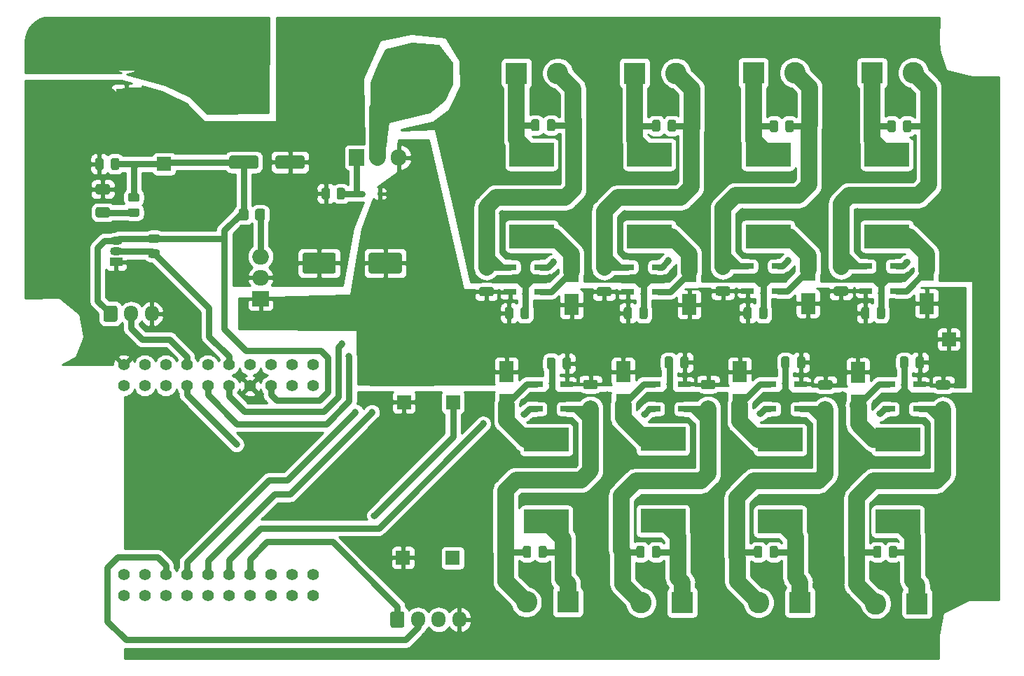
<source format=gtl>
G04 #@! TF.GenerationSoftware,KiCad,Pcbnew,5.1.11-e4df9d881f~92~ubuntu20.04.1*
G04 #@! TF.CreationDate,2021-10-29T00:11:59+02:00*
G04 #@! TF.ProjectId,CC dimmer low voltage,43432064-696d-46d6-9572-206c6f772076,0.95*
G04 #@! TF.SameCoordinates,Original*
G04 #@! TF.FileFunction,Copper,L1,Top*
G04 #@! TF.FilePolarity,Positive*
%FSLAX46Y46*%
G04 Gerber Fmt 4.6, Leading zero omitted, Abs format (unit mm)*
G04 Created by KiCad (PCBNEW 5.1.11-e4df9d881f~92~ubuntu20.04.1) date 2021-10-29 00:11:59*
%MOMM*%
%LPD*%
G01*
G04 APERTURE LIST*
G04 #@! TA.AperFunction,ComponentPad*
%ADD10C,3.000000*%
G04 #@! TD*
G04 #@! TA.AperFunction,SMDPad,CuDef*
%ADD11R,1.500000X0.700000*%
G04 #@! TD*
G04 #@! TA.AperFunction,SMDPad,CuDef*
%ADD12C,0.150000*%
G04 #@! TD*
G04 #@! TA.AperFunction,ComponentPad*
%ADD13C,1.400000*%
G04 #@! TD*
G04 #@! TA.AperFunction,ComponentPad*
%ADD14R,1.700000X1.700000*%
G04 #@! TD*
G04 #@! TA.AperFunction,SMDPad,CuDef*
%ADD15R,5.400000X2.900000*%
G04 #@! TD*
G04 #@! TA.AperFunction,SMDPad,CuDef*
%ADD16R,1.800000X2.500000*%
G04 #@! TD*
G04 #@! TA.AperFunction,SMDPad,CuDef*
%ADD17R,0.600000X0.450000*%
G04 #@! TD*
G04 #@! TA.AperFunction,ComponentPad*
%ADD18O,1.700000X1.950000*%
G04 #@! TD*
G04 #@! TA.AperFunction,ComponentPad*
%ADD19O,1.905000X2.000000*%
G04 #@! TD*
G04 #@! TA.AperFunction,ComponentPad*
%ADD20R,1.905000X2.000000*%
G04 #@! TD*
G04 #@! TA.AperFunction,ComponentPad*
%ADD21O,1.500000X1.050000*%
G04 #@! TD*
G04 #@! TA.AperFunction,ComponentPad*
%ADD22R,1.500000X1.050000*%
G04 #@! TD*
G04 #@! TA.AperFunction,ComponentPad*
%ADD23R,2.000000X1.905000*%
G04 #@! TD*
G04 #@! TA.AperFunction,ComponentPad*
%ADD24O,2.000000X1.905000*%
G04 #@! TD*
G04 #@! TA.AperFunction,ComponentPad*
%ADD25C,2.600000*%
G04 #@! TD*
G04 #@! TA.AperFunction,ComponentPad*
%ADD26R,2.600000X2.600000*%
G04 #@! TD*
G04 #@! TA.AperFunction,ViaPad*
%ADD27C,0.800000*%
G04 #@! TD*
G04 #@! TA.AperFunction,Conductor*
%ADD28C,0.800000*%
G04 #@! TD*
G04 #@! TA.AperFunction,Conductor*
%ADD29C,2.999999*%
G04 #@! TD*
G04 #@! TA.AperFunction,Conductor*
%ADD30C,0.400000*%
G04 #@! TD*
G04 #@! TA.AperFunction,Conductor*
%ADD31C,2.000000*%
G04 #@! TD*
G04 #@! TA.AperFunction,Conductor*
%ADD32C,0.254000*%
G04 #@! TD*
G04 #@! TA.AperFunction,Conductor*
%ADD33C,0.150000*%
G04 #@! TD*
G04 APERTURE END LIST*
D10*
X145186400Y-47828200D03*
X122586400Y-47828200D03*
D11*
X185094000Y-74144000D03*
X185094000Y-71144000D03*
X188794000Y-74144000D03*
X188794000Y-71144000D03*
G04 #@! TA.AperFunction,SMDPad,CuDef*
D12*
G36*
X186044000Y-73144000D02*
G01*
X184344000Y-73144000D01*
X184344000Y-72144000D01*
X186044000Y-72144000D01*
X186544000Y-71644000D01*
X187344000Y-71644000D01*
X187844000Y-72144000D01*
X189544000Y-72144000D01*
X189544000Y-73144000D01*
X187844000Y-73144000D01*
X187344000Y-73644000D01*
X186544000Y-73644000D01*
X186044000Y-73144000D01*
G37*
G04 #@! TD.AperFunction*
D13*
X132562600Y-83108800D03*
X132562600Y-85648800D03*
X130022600Y-83108800D03*
X130022600Y-85648800D03*
X127482600Y-83108800D03*
X127482600Y-85648800D03*
X124942600Y-83108800D03*
X124942600Y-85648800D03*
X122402600Y-83108800D03*
X122402600Y-85648800D03*
X119862600Y-83108800D03*
X119862600Y-85648800D03*
X117322600Y-83108800D03*
X117322600Y-85648800D03*
X114782600Y-83108800D03*
X114782600Y-85648800D03*
X112242600Y-83108800D03*
X112242600Y-85648800D03*
X109702600Y-83108800D03*
X109702600Y-85648800D03*
X132562600Y-108508800D03*
X132562600Y-111048800D03*
X130022600Y-108508800D03*
X130022600Y-111048800D03*
X127482600Y-108508800D03*
X127482600Y-111048800D03*
X124942600Y-108508800D03*
X124942600Y-111048800D03*
X122402600Y-108508800D03*
X122402600Y-111048800D03*
X119862600Y-108508800D03*
X119862600Y-111048800D03*
X117322600Y-108508800D03*
X117322600Y-111048800D03*
X114782600Y-108508800D03*
X114782600Y-111048800D03*
X112242600Y-108508800D03*
X112242600Y-111048800D03*
X109702600Y-111048800D03*
X109702600Y-108508800D03*
D14*
X149453600Y-106476800D03*
X149479000Y-87604600D03*
D15*
X174879000Y-92078000D03*
X174879000Y-101978000D03*
D16*
X198437500Y-83979000D03*
X198437500Y-87979000D03*
X170053000Y-87915500D03*
X170053000Y-83915500D03*
G04 #@! TA.AperFunction,SMDPad,CuDef*
G36*
G01*
X157676000Y-77310000D02*
X157676000Y-76360000D01*
G75*
G02*
X157926000Y-76110000I250000J0D01*
G01*
X158426000Y-76110000D01*
G75*
G02*
X158676000Y-76360000I0J-250000D01*
G01*
X158676000Y-77310000D01*
G75*
G02*
X158426000Y-77560000I-250000J0D01*
G01*
X157926000Y-77560000D01*
G75*
G02*
X157676000Y-77310000I0J250000D01*
G01*
G37*
G04 #@! TD.AperFunction*
G04 #@! TA.AperFunction,SMDPad,CuDef*
G36*
G01*
X155776000Y-77310000D02*
X155776000Y-76360000D01*
G75*
G02*
X156026000Y-76110000I250000J0D01*
G01*
X156526000Y-76110000D01*
G75*
G02*
X156776000Y-76360000I0J-250000D01*
G01*
X156776000Y-77310000D01*
G75*
G02*
X156526000Y-77560000I-250000J0D01*
G01*
X156026000Y-77560000D01*
G75*
G02*
X155776000Y-77310000I0J250000D01*
G01*
G37*
G04 #@! TD.AperFunction*
G04 #@! TA.AperFunction,SMDPad,CuDef*
G36*
G01*
X161851000Y-53627000D02*
X161851000Y-54577000D01*
G75*
G02*
X161601000Y-54827000I-250000J0D01*
G01*
X161101000Y-54827000D01*
G75*
G02*
X160851000Y-54577000I0J250000D01*
G01*
X160851000Y-53627000D01*
G75*
G02*
X161101000Y-53377000I250000J0D01*
G01*
X161601000Y-53377000D01*
G75*
G02*
X161851000Y-53627000I0J-250000D01*
G01*
G37*
G04 #@! TD.AperFunction*
G04 #@! TA.AperFunction,SMDPad,CuDef*
G36*
G01*
X159951000Y-53627000D02*
X159951000Y-54577000D01*
G75*
G02*
X159701000Y-54827000I-250000J0D01*
G01*
X159201000Y-54827000D01*
G75*
G02*
X158951000Y-54577000I0J250000D01*
G01*
X158951000Y-53627000D01*
G75*
G02*
X159201000Y-53377000I250000J0D01*
G01*
X159701000Y-53377000D01*
G75*
G02*
X159951000Y-53627000I0J-250000D01*
G01*
G37*
G04 #@! TD.AperFunction*
G04 #@! TA.AperFunction,SMDPad,CuDef*
G36*
G01*
X170127000Y-77310000D02*
X170127000Y-76360000D01*
G75*
G02*
X170377000Y-76110000I250000J0D01*
G01*
X170877000Y-76110000D01*
G75*
G02*
X171127000Y-76360000I0J-250000D01*
G01*
X171127000Y-77310000D01*
G75*
G02*
X170877000Y-77560000I-250000J0D01*
G01*
X170377000Y-77560000D01*
G75*
G02*
X170127000Y-77310000I0J250000D01*
G01*
G37*
G04 #@! TD.AperFunction*
G04 #@! TA.AperFunction,SMDPad,CuDef*
G36*
G01*
X172027000Y-77310000D02*
X172027000Y-76360000D01*
G75*
G02*
X172277000Y-76110000I250000J0D01*
G01*
X172777000Y-76110000D01*
G75*
G02*
X173027000Y-76360000I0J-250000D01*
G01*
X173027000Y-77310000D01*
G75*
G02*
X172777000Y-77560000I-250000J0D01*
G01*
X172277000Y-77560000D01*
G75*
G02*
X172027000Y-77310000I0J250000D01*
G01*
G37*
G04 #@! TD.AperFunction*
G04 #@! TA.AperFunction,SMDPad,CuDef*
G36*
G01*
X176456000Y-53690500D02*
X176456000Y-54640500D01*
G75*
G02*
X176206000Y-54890500I-250000J0D01*
G01*
X175706000Y-54890500D01*
G75*
G02*
X175456000Y-54640500I0J250000D01*
G01*
X175456000Y-53690500D01*
G75*
G02*
X175706000Y-53440500I250000J0D01*
G01*
X176206000Y-53440500D01*
G75*
G02*
X176456000Y-53690500I0J-250000D01*
G01*
G37*
G04 #@! TD.AperFunction*
G04 #@! TA.AperFunction,SMDPad,CuDef*
G36*
G01*
X174556000Y-53690500D02*
X174556000Y-54640500D01*
G75*
G02*
X174306000Y-54890500I-250000J0D01*
G01*
X173806000Y-54890500D01*
G75*
G02*
X173556000Y-54640500I0J250000D01*
G01*
X173556000Y-53690500D01*
G75*
G02*
X173806000Y-53440500I250000J0D01*
G01*
X174306000Y-53440500D01*
G75*
G02*
X174556000Y-53690500I0J-250000D01*
G01*
G37*
G04 #@! TD.AperFunction*
G04 #@! TA.AperFunction,SMDPad,CuDef*
G36*
G01*
X184605000Y-77310000D02*
X184605000Y-76360000D01*
G75*
G02*
X184855000Y-76110000I250000J0D01*
G01*
X185355000Y-76110000D01*
G75*
G02*
X185605000Y-76360000I0J-250000D01*
G01*
X185605000Y-77310000D01*
G75*
G02*
X185355000Y-77560000I-250000J0D01*
G01*
X184855000Y-77560000D01*
G75*
G02*
X184605000Y-77310000I0J250000D01*
G01*
G37*
G04 #@! TD.AperFunction*
G04 #@! TA.AperFunction,SMDPad,CuDef*
G36*
G01*
X186505000Y-77310000D02*
X186505000Y-76360000D01*
G75*
G02*
X186755000Y-76110000I250000J0D01*
G01*
X187255000Y-76110000D01*
G75*
G02*
X187505000Y-76360000I0J-250000D01*
G01*
X187505000Y-77310000D01*
G75*
G02*
X187255000Y-77560000I-250000J0D01*
G01*
X186755000Y-77560000D01*
G75*
G02*
X186505000Y-77310000I0J250000D01*
G01*
G37*
G04 #@! TD.AperFunction*
G04 #@! TA.AperFunction,SMDPad,CuDef*
G36*
G01*
X188780000Y-53754000D02*
X188780000Y-54704000D01*
G75*
G02*
X188530000Y-54954000I-250000J0D01*
G01*
X188030000Y-54954000D01*
G75*
G02*
X187780000Y-54704000I0J250000D01*
G01*
X187780000Y-53754000D01*
G75*
G02*
X188030000Y-53504000I250000J0D01*
G01*
X188530000Y-53504000D01*
G75*
G02*
X188780000Y-53754000I0J-250000D01*
G01*
G37*
G04 #@! TD.AperFunction*
G04 #@! TA.AperFunction,SMDPad,CuDef*
G36*
G01*
X190680000Y-53754000D02*
X190680000Y-54704000D01*
G75*
G02*
X190430000Y-54954000I-250000J0D01*
G01*
X189930000Y-54954000D01*
G75*
G02*
X189680000Y-54704000I0J250000D01*
G01*
X189680000Y-53754000D01*
G75*
G02*
X189930000Y-53504000I250000J0D01*
G01*
X190430000Y-53504000D01*
G75*
G02*
X190680000Y-53754000I0J-250000D01*
G01*
G37*
G04 #@! TD.AperFunction*
G04 #@! TA.AperFunction,SMDPad,CuDef*
G36*
G01*
X200729000Y-77310000D02*
X200729000Y-76360000D01*
G75*
G02*
X200979000Y-76110000I250000J0D01*
G01*
X201479000Y-76110000D01*
G75*
G02*
X201729000Y-76360000I0J-250000D01*
G01*
X201729000Y-77310000D01*
G75*
G02*
X201479000Y-77560000I-250000J0D01*
G01*
X200979000Y-77560000D01*
G75*
G02*
X200729000Y-77310000I0J250000D01*
G01*
G37*
G04 #@! TD.AperFunction*
G04 #@! TA.AperFunction,SMDPad,CuDef*
G36*
G01*
X198829000Y-77310000D02*
X198829000Y-76360000D01*
G75*
G02*
X199079000Y-76110000I250000J0D01*
G01*
X199579000Y-76110000D01*
G75*
G02*
X199829000Y-76360000I0J-250000D01*
G01*
X199829000Y-77310000D01*
G75*
G02*
X199579000Y-77560000I-250000J0D01*
G01*
X199079000Y-77560000D01*
G75*
G02*
X198829000Y-77310000I0J250000D01*
G01*
G37*
G04 #@! TD.AperFunction*
G04 #@! TA.AperFunction,SMDPad,CuDef*
G36*
G01*
X204904000Y-53754000D02*
X204904000Y-54704000D01*
G75*
G02*
X204654000Y-54954000I-250000J0D01*
G01*
X204154000Y-54954000D01*
G75*
G02*
X203904000Y-54704000I0J250000D01*
G01*
X203904000Y-53754000D01*
G75*
G02*
X204154000Y-53504000I250000J0D01*
G01*
X204654000Y-53504000D01*
G75*
G02*
X204904000Y-53754000I0J-250000D01*
G01*
G37*
G04 #@! TD.AperFunction*
G04 #@! TA.AperFunction,SMDPad,CuDef*
G36*
G01*
X203004000Y-53754000D02*
X203004000Y-54704000D01*
G75*
G02*
X202754000Y-54954000I-250000J0D01*
G01*
X202254000Y-54954000D01*
G75*
G02*
X202004000Y-54704000I0J250000D01*
G01*
X202004000Y-53754000D01*
G75*
G02*
X202254000Y-53504000I250000J0D01*
G01*
X202754000Y-53504000D01*
G75*
G02*
X203004000Y-53754000I0J-250000D01*
G01*
G37*
G04 #@! TD.AperFunction*
G04 #@! TA.AperFunction,SMDPad,CuDef*
G36*
G01*
X204528000Y-82329000D02*
X204528000Y-83279000D01*
G75*
G02*
X204278000Y-83529000I-250000J0D01*
G01*
X203778000Y-83529000D01*
G75*
G02*
X203528000Y-83279000I0J250000D01*
G01*
X203528000Y-82329000D01*
G75*
G02*
X203778000Y-82079000I250000J0D01*
G01*
X204278000Y-82079000D01*
G75*
G02*
X204528000Y-82329000I0J-250000D01*
G01*
G37*
G04 #@! TD.AperFunction*
G04 #@! TA.AperFunction,SMDPad,CuDef*
G36*
G01*
X206428000Y-82329000D02*
X206428000Y-83279000D01*
G75*
G02*
X206178000Y-83529000I-250000J0D01*
G01*
X205678000Y-83529000D01*
G75*
G02*
X205428000Y-83279000I0J250000D01*
G01*
X205428000Y-82329000D01*
G75*
G02*
X205678000Y-82079000I250000J0D01*
G01*
X206178000Y-82079000D01*
G75*
G02*
X206428000Y-82329000I0J-250000D01*
G01*
G37*
G04 #@! TD.AperFunction*
G04 #@! TA.AperFunction,SMDPad,CuDef*
G36*
G01*
X203189500Y-105252500D02*
X203189500Y-106202500D01*
G75*
G02*
X202939500Y-106452500I-250000J0D01*
G01*
X202439500Y-106452500D01*
G75*
G02*
X202189500Y-106202500I0J250000D01*
G01*
X202189500Y-105252500D01*
G75*
G02*
X202439500Y-105002500I250000J0D01*
G01*
X202939500Y-105002500D01*
G75*
G02*
X203189500Y-105252500I0J-250000D01*
G01*
G37*
G04 #@! TD.AperFunction*
G04 #@! TA.AperFunction,SMDPad,CuDef*
G36*
G01*
X201289500Y-105252500D02*
X201289500Y-106202500D01*
G75*
G02*
X201039500Y-106452500I-250000J0D01*
G01*
X200539500Y-106452500D01*
G75*
G02*
X200289500Y-106202500I0J250000D01*
G01*
X200289500Y-105252500D01*
G75*
G02*
X200539500Y-105002500I250000J0D01*
G01*
X201039500Y-105002500D01*
G75*
G02*
X201289500Y-105252500I0J-250000D01*
G01*
G37*
G04 #@! TD.AperFunction*
G04 #@! TA.AperFunction,SMDPad,CuDef*
G36*
G01*
X190177000Y-82329000D02*
X190177000Y-83279000D01*
G75*
G02*
X189927000Y-83529000I-250000J0D01*
G01*
X189427000Y-83529000D01*
G75*
G02*
X189177000Y-83279000I0J250000D01*
G01*
X189177000Y-82329000D01*
G75*
G02*
X189427000Y-82079000I250000J0D01*
G01*
X189927000Y-82079000D01*
G75*
G02*
X190177000Y-82329000I0J-250000D01*
G01*
G37*
G04 #@! TD.AperFunction*
G04 #@! TA.AperFunction,SMDPad,CuDef*
G36*
G01*
X192077000Y-82329000D02*
X192077000Y-83279000D01*
G75*
G02*
X191827000Y-83529000I-250000J0D01*
G01*
X191327000Y-83529000D01*
G75*
G02*
X191077000Y-83279000I0J250000D01*
G01*
X191077000Y-82329000D01*
G75*
G02*
X191327000Y-82079000I250000J0D01*
G01*
X191827000Y-82079000D01*
G75*
G02*
X192077000Y-82329000I0J-250000D01*
G01*
G37*
G04 #@! TD.AperFunction*
G04 #@! TA.AperFunction,SMDPad,CuDef*
G36*
G01*
X186875000Y-105252500D02*
X186875000Y-106202500D01*
G75*
G02*
X186625000Y-106452500I-250000J0D01*
G01*
X186125000Y-106452500D01*
G75*
G02*
X185875000Y-106202500I0J250000D01*
G01*
X185875000Y-105252500D01*
G75*
G02*
X186125000Y-105002500I250000J0D01*
G01*
X186625000Y-105002500D01*
G75*
G02*
X186875000Y-105252500I0J-250000D01*
G01*
G37*
G04 #@! TD.AperFunction*
G04 #@! TA.AperFunction,SMDPad,CuDef*
G36*
G01*
X188775000Y-105252500D02*
X188775000Y-106202500D01*
G75*
G02*
X188525000Y-106452500I-250000J0D01*
G01*
X188025000Y-106452500D01*
G75*
G02*
X187775000Y-106202500I0J250000D01*
G01*
X187775000Y-105252500D01*
G75*
G02*
X188025000Y-105002500I250000J0D01*
G01*
X188525000Y-105002500D01*
G75*
G02*
X188775000Y-105252500I0J-250000D01*
G01*
G37*
G04 #@! TD.AperFunction*
G04 #@! TA.AperFunction,SMDPad,CuDef*
G36*
G01*
X177980000Y-82329000D02*
X177980000Y-83279000D01*
G75*
G02*
X177730000Y-83529000I-250000J0D01*
G01*
X177230000Y-83529000D01*
G75*
G02*
X176980000Y-83279000I0J250000D01*
G01*
X176980000Y-82329000D01*
G75*
G02*
X177230000Y-82079000I250000J0D01*
G01*
X177730000Y-82079000D01*
G75*
G02*
X177980000Y-82329000I0J-250000D01*
G01*
G37*
G04 #@! TD.AperFunction*
G04 #@! TA.AperFunction,SMDPad,CuDef*
G36*
G01*
X176080000Y-82329000D02*
X176080000Y-83279000D01*
G75*
G02*
X175830000Y-83529000I-250000J0D01*
G01*
X175330000Y-83529000D01*
G75*
G02*
X175080000Y-83279000I0J250000D01*
G01*
X175080000Y-82329000D01*
G75*
G02*
X175330000Y-82079000I250000J0D01*
G01*
X175830000Y-82079000D01*
G75*
G02*
X176080000Y-82329000I0J-250000D01*
G01*
G37*
G04 #@! TD.AperFunction*
G04 #@! TA.AperFunction,SMDPad,CuDef*
G36*
G01*
X172651000Y-105252500D02*
X172651000Y-106202500D01*
G75*
G02*
X172401000Y-106452500I-250000J0D01*
G01*
X171901000Y-106452500D01*
G75*
G02*
X171651000Y-106202500I0J250000D01*
G01*
X171651000Y-105252500D01*
G75*
G02*
X171901000Y-105002500I250000J0D01*
G01*
X172401000Y-105002500D01*
G75*
G02*
X172651000Y-105252500I0J-250000D01*
G01*
G37*
G04 #@! TD.AperFunction*
G04 #@! TA.AperFunction,SMDPad,CuDef*
G36*
G01*
X174551000Y-105252500D02*
X174551000Y-106202500D01*
G75*
G02*
X174301000Y-106452500I-250000J0D01*
G01*
X173801000Y-106452500D01*
G75*
G02*
X173551000Y-106202500I0J250000D01*
G01*
X173551000Y-105252500D01*
G75*
G02*
X173801000Y-105002500I250000J0D01*
G01*
X174301000Y-105002500D01*
G75*
G02*
X174551000Y-105252500I0J-250000D01*
G01*
G37*
G04 #@! TD.AperFunction*
G04 #@! TA.AperFunction,SMDPad,CuDef*
G36*
G01*
X161856000Y-82456000D02*
X161856000Y-83406000D01*
G75*
G02*
X161606000Y-83656000I-250000J0D01*
G01*
X161106000Y-83656000D01*
G75*
G02*
X160856000Y-83406000I0J250000D01*
G01*
X160856000Y-82456000D01*
G75*
G02*
X161106000Y-82206000I250000J0D01*
G01*
X161606000Y-82206000D01*
G75*
G02*
X161856000Y-82456000I0J-250000D01*
G01*
G37*
G04 #@! TD.AperFunction*
G04 #@! TA.AperFunction,SMDPad,CuDef*
G36*
G01*
X163756000Y-82456000D02*
X163756000Y-83406000D01*
G75*
G02*
X163506000Y-83656000I-250000J0D01*
G01*
X163006000Y-83656000D01*
G75*
G02*
X162756000Y-83406000I0J250000D01*
G01*
X162756000Y-82456000D01*
G75*
G02*
X163006000Y-82206000I250000J0D01*
G01*
X163506000Y-82206000D01*
G75*
G02*
X163756000Y-82456000I0J-250000D01*
G01*
G37*
G04 #@! TD.AperFunction*
G04 #@! TA.AperFunction,SMDPad,CuDef*
G36*
G01*
X160835000Y-105252500D02*
X160835000Y-106202500D01*
G75*
G02*
X160585000Y-106452500I-250000J0D01*
G01*
X160085000Y-106452500D01*
G75*
G02*
X159835000Y-106202500I0J250000D01*
G01*
X159835000Y-105252500D01*
G75*
G02*
X160085000Y-105002500I250000J0D01*
G01*
X160585000Y-105002500D01*
G75*
G02*
X160835000Y-105252500I0J-250000D01*
G01*
G37*
G04 #@! TD.AperFunction*
G04 #@! TA.AperFunction,SMDPad,CuDef*
G36*
G01*
X158935000Y-105252500D02*
X158935000Y-106202500D01*
G75*
G02*
X158685000Y-106452500I-250000J0D01*
G01*
X158185000Y-106452500D01*
G75*
G02*
X157935000Y-106202500I0J250000D01*
G01*
X157935000Y-105252500D01*
G75*
G02*
X158185000Y-105002500I250000J0D01*
G01*
X158685000Y-105002500D01*
G75*
G02*
X158935000Y-105252500I0J-250000D01*
G01*
G37*
G04 #@! TD.AperFunction*
G04 #@! TA.AperFunction,SMDPad,CuDef*
G36*
G01*
X143312400Y-69789800D02*
X143312400Y-71789800D01*
G75*
G02*
X143062400Y-72039800I-250000J0D01*
G01*
X139562400Y-72039800D01*
G75*
G02*
X139312400Y-71789800I0J250000D01*
G01*
X139312400Y-69789800D01*
G75*
G02*
X139562400Y-69539800I250000J0D01*
G01*
X143062400Y-69539800D01*
G75*
G02*
X143312400Y-69789800I0J-250000D01*
G01*
G37*
G04 #@! TD.AperFunction*
G04 #@! TA.AperFunction,SMDPad,CuDef*
G36*
G01*
X135312400Y-69789800D02*
X135312400Y-71789800D01*
G75*
G02*
X135062400Y-72039800I-250000J0D01*
G01*
X131562400Y-72039800D01*
G75*
G02*
X131312400Y-71789800I0J250000D01*
G01*
X131312400Y-69789800D01*
G75*
G02*
X131562400Y-69539800I250000J0D01*
G01*
X135062400Y-69539800D01*
G75*
G02*
X135312400Y-69789800I0J-250000D01*
G01*
G37*
G04 #@! TD.AperFunction*
G04 #@! TA.AperFunction,SMDPad,CuDef*
G36*
G01*
X122450000Y-59122400D02*
X122450000Y-58022400D01*
G75*
G02*
X122700000Y-57772400I250000J0D01*
G01*
X125700000Y-57772400D01*
G75*
G02*
X125950000Y-58022400I0J-250000D01*
G01*
X125950000Y-59122400D01*
G75*
G02*
X125700000Y-59372400I-250000J0D01*
G01*
X122700000Y-59372400D01*
G75*
G02*
X122450000Y-59122400I0J250000D01*
G01*
G37*
G04 #@! TD.AperFunction*
G04 #@! TA.AperFunction,SMDPad,CuDef*
G36*
G01*
X128050000Y-59122400D02*
X128050000Y-58022400D01*
G75*
G02*
X128300000Y-57772400I250000J0D01*
G01*
X131300000Y-57772400D01*
G75*
G02*
X131550000Y-58022400I0J-250000D01*
G01*
X131550000Y-59122400D01*
G75*
G02*
X131300000Y-59372400I-250000J0D01*
G01*
X128300000Y-59372400D01*
G75*
G02*
X128050000Y-59122400I0J250000D01*
G01*
G37*
G04 #@! TD.AperFunction*
G04 #@! TA.AperFunction,SMDPad,CuDef*
G36*
G01*
X109146000Y-58326000D02*
X109146000Y-59276000D01*
G75*
G02*
X108896000Y-59526000I-250000J0D01*
G01*
X108396000Y-59526000D01*
G75*
G02*
X108146000Y-59276000I0J250000D01*
G01*
X108146000Y-58326000D01*
G75*
G02*
X108396000Y-58076000I250000J0D01*
G01*
X108896000Y-58076000D01*
G75*
G02*
X109146000Y-58326000I0J-250000D01*
G01*
G37*
G04 #@! TD.AperFunction*
G04 #@! TA.AperFunction,SMDPad,CuDef*
G36*
G01*
X107246000Y-58326000D02*
X107246000Y-59276000D01*
G75*
G02*
X106996000Y-59526000I-250000J0D01*
G01*
X106496000Y-59526000D01*
G75*
G02*
X106246000Y-59276000I0J250000D01*
G01*
X106246000Y-58326000D01*
G75*
G02*
X106496000Y-58076000I250000J0D01*
G01*
X106996000Y-58076000D01*
G75*
G02*
X107246000Y-58326000I0J-250000D01*
G01*
G37*
G04 #@! TD.AperFunction*
X163830000Y-75787000D03*
X163830000Y-71787000D03*
X178054000Y-75787000D03*
X178054000Y-71787000D03*
X192405000Y-75660000D03*
X192405000Y-71660000D03*
X206756000Y-71660000D03*
X206756000Y-75660000D03*
X184150000Y-87915500D03*
X184150000Y-83915500D03*
X155956000Y-87915500D03*
X155956000Y-83915500D03*
D17*
X140648400Y-62382400D03*
X138548400Y-62382400D03*
G04 #@! TA.AperFunction,SMDPad,CuDef*
G36*
G01*
X106537600Y-61221000D02*
X107787600Y-61221000D01*
G75*
G02*
X108037600Y-61471000I0J-250000D01*
G01*
X108037600Y-62221000D01*
G75*
G02*
X107787600Y-62471000I-250000J0D01*
G01*
X106537600Y-62471000D01*
G75*
G02*
X106287600Y-62221000I0J250000D01*
G01*
X106287600Y-61471000D01*
G75*
G02*
X106537600Y-61221000I250000J0D01*
G01*
G37*
G04 #@! TD.AperFunction*
G04 #@! TA.AperFunction,SMDPad,CuDef*
G36*
G01*
X106537600Y-64021000D02*
X107787600Y-64021000D01*
G75*
G02*
X108037600Y-64271000I0J-250000D01*
G01*
X108037600Y-65021000D01*
G75*
G02*
X107787600Y-65271000I-250000J0D01*
G01*
X106537600Y-65271000D01*
G75*
G02*
X106287600Y-65021000I0J250000D01*
G01*
X106287600Y-64271000D01*
G75*
G02*
X106537600Y-64021000I250000J0D01*
G01*
G37*
G04 #@! TD.AperFunction*
G04 #@! TA.AperFunction,SMDPad,CuDef*
G36*
G01*
X123571200Y-65372401D02*
X123571200Y-64472399D01*
G75*
G02*
X123821199Y-64222400I249999J0D01*
G01*
X124521201Y-64222400D01*
G75*
G02*
X124771200Y-64472399I0J-249999D01*
G01*
X124771200Y-65372401D01*
G75*
G02*
X124521201Y-65622400I-249999J0D01*
G01*
X123821199Y-65622400D01*
G75*
G02*
X123571200Y-65372401I0J249999D01*
G01*
G37*
G04 #@! TD.AperFunction*
G04 #@! TA.AperFunction,SMDPad,CuDef*
G36*
G01*
X125571200Y-65372401D02*
X125571200Y-64472399D01*
G75*
G02*
X125821199Y-64222400I249999J0D01*
G01*
X126521201Y-64222400D01*
G75*
G02*
X126771200Y-64472399I0J-249999D01*
G01*
X126771200Y-65372401D01*
G75*
G02*
X126521201Y-65622400I-249999J0D01*
G01*
X125821199Y-65622400D01*
G75*
G02*
X125571200Y-65372401I0J249999D01*
G01*
G37*
G04 #@! TD.AperFunction*
G04 #@! TA.AperFunction,ComponentPad*
G36*
G01*
X107227000Y-77636200D02*
X107227000Y-76186200D01*
G75*
G02*
X107477000Y-75936200I250000J0D01*
G01*
X108677000Y-75936200D01*
G75*
G02*
X108927000Y-76186200I0J-250000D01*
G01*
X108927000Y-77636200D01*
G75*
G02*
X108677000Y-77886200I-250000J0D01*
G01*
X107477000Y-77886200D01*
G75*
G02*
X107227000Y-77636200I0J250000D01*
G01*
G37*
G04 #@! TD.AperFunction*
D18*
X110577000Y-76911200D03*
X113077000Y-76911200D03*
G04 #@! TA.AperFunction,ComponentPad*
G36*
G01*
X141923400Y-114644000D02*
X141923400Y-113194000D01*
G75*
G02*
X142173400Y-112944000I250000J0D01*
G01*
X143373400Y-112944000D01*
G75*
G02*
X143623400Y-113194000I0J-250000D01*
G01*
X143623400Y-114644000D01*
G75*
G02*
X143373400Y-114894000I-250000J0D01*
G01*
X142173400Y-114894000D01*
G75*
G02*
X141923400Y-114644000I0J250000D01*
G01*
G37*
G04 #@! TD.AperFunction*
X145273400Y-113919000D03*
X147773400Y-113919000D03*
X150273400Y-113919000D03*
D14*
X143560800Y-87604600D03*
X143459200Y-106426000D03*
X209423000Y-80010000D03*
X114579400Y-58801000D03*
D15*
X159004000Y-67561000D03*
X159004000Y-57661000D03*
X173228000Y-57661000D03*
X173228000Y-67561000D03*
X187579000Y-57661000D03*
X187579000Y-67561000D03*
X201930000Y-67561000D03*
X201930000Y-57661000D03*
X203263500Y-92141500D03*
X203263500Y-102041500D03*
X189039500Y-92141500D03*
X189039500Y-102041500D03*
X160782000Y-102041500D03*
X160782000Y-92141500D03*
D19*
X142951200Y-58013600D03*
X140411200Y-58013600D03*
D20*
X137871200Y-58013600D03*
G04 #@! TA.AperFunction,SMDPad,CuDef*
G36*
G01*
X152917997Y-70746000D02*
X154168003Y-70746000D01*
G75*
G02*
X154418000Y-70995997I0J-249997D01*
G01*
X154418000Y-71621003D01*
G75*
G02*
X154168003Y-71871000I-249997J0D01*
G01*
X152917997Y-71871000D01*
G75*
G02*
X152668000Y-71621003I0J249997D01*
G01*
X152668000Y-70995997D01*
G75*
G02*
X152917997Y-70746000I249997J0D01*
G01*
G37*
G04 #@! TD.AperFunction*
G04 #@! TA.AperFunction,SMDPad,CuDef*
G36*
G01*
X152917997Y-73671000D02*
X154168003Y-73671000D01*
G75*
G02*
X154418000Y-73920997I0J-249997D01*
G01*
X154418000Y-74546003D01*
G75*
G02*
X154168003Y-74796000I-249997J0D01*
G01*
X152917997Y-74796000D01*
G75*
G02*
X152668000Y-74546003I0J249997D01*
G01*
X152668000Y-73920997D01*
G75*
G02*
X152917997Y-73671000I249997J0D01*
G01*
G37*
G04 #@! TD.AperFunction*
G04 #@! TA.AperFunction,SMDPad,CuDef*
G36*
G01*
X167141997Y-73671000D02*
X168392003Y-73671000D01*
G75*
G02*
X168642000Y-73920997I0J-249997D01*
G01*
X168642000Y-74546003D01*
G75*
G02*
X168392003Y-74796000I-249997J0D01*
G01*
X167141997Y-74796000D01*
G75*
G02*
X166892000Y-74546003I0J249997D01*
G01*
X166892000Y-73920997D01*
G75*
G02*
X167141997Y-73671000I249997J0D01*
G01*
G37*
G04 #@! TD.AperFunction*
G04 #@! TA.AperFunction,SMDPad,CuDef*
G36*
G01*
X167141997Y-70746000D02*
X168392003Y-70746000D01*
G75*
G02*
X168642000Y-70995997I0J-249997D01*
G01*
X168642000Y-71621003D01*
G75*
G02*
X168392003Y-71871000I-249997J0D01*
G01*
X167141997Y-71871000D01*
G75*
G02*
X166892000Y-71621003I0J249997D01*
G01*
X166892000Y-70995997D01*
G75*
G02*
X167141997Y-70746000I249997J0D01*
G01*
G37*
G04 #@! TD.AperFunction*
G04 #@! TA.AperFunction,SMDPad,CuDef*
G36*
G01*
X181492997Y-73605500D02*
X182743003Y-73605500D01*
G75*
G02*
X182993000Y-73855497I0J-249997D01*
G01*
X182993000Y-74480503D01*
G75*
G02*
X182743003Y-74730500I-249997J0D01*
G01*
X181492997Y-74730500D01*
G75*
G02*
X181243000Y-74480503I0J249997D01*
G01*
X181243000Y-73855497D01*
G75*
G02*
X181492997Y-73605500I249997J0D01*
G01*
G37*
G04 #@! TD.AperFunction*
G04 #@! TA.AperFunction,SMDPad,CuDef*
G36*
G01*
X181492997Y-70680500D02*
X182743003Y-70680500D01*
G75*
G02*
X182993000Y-70930497I0J-249997D01*
G01*
X182993000Y-71555503D01*
G75*
G02*
X182743003Y-71805500I-249997J0D01*
G01*
X181492997Y-71805500D01*
G75*
G02*
X181243000Y-71555503I0J249997D01*
G01*
X181243000Y-70930497D01*
G75*
G02*
X181492997Y-70680500I249997J0D01*
G01*
G37*
G04 #@! TD.AperFunction*
G04 #@! TA.AperFunction,SMDPad,CuDef*
G36*
G01*
X195780497Y-70682500D02*
X197030503Y-70682500D01*
G75*
G02*
X197280500Y-70932497I0J-249997D01*
G01*
X197280500Y-71557503D01*
G75*
G02*
X197030503Y-71807500I-249997J0D01*
G01*
X195780497Y-71807500D01*
G75*
G02*
X195530500Y-71557503I0J249997D01*
G01*
X195530500Y-70932497D01*
G75*
G02*
X195780497Y-70682500I249997J0D01*
G01*
G37*
G04 #@! TD.AperFunction*
G04 #@! TA.AperFunction,SMDPad,CuDef*
G36*
G01*
X195780497Y-73607500D02*
X197030503Y-73607500D01*
G75*
G02*
X197280500Y-73857497I0J-249997D01*
G01*
X197280500Y-74482503D01*
G75*
G02*
X197030503Y-74732500I-249997J0D01*
G01*
X195780497Y-74732500D01*
G75*
G02*
X195530500Y-74482503I0J249997D01*
G01*
X195530500Y-73857497D01*
G75*
G02*
X195780497Y-73607500I249997J0D01*
G01*
G37*
G04 #@! TD.AperFunction*
G04 #@! TA.AperFunction,SMDPad,CuDef*
G36*
G01*
X209349503Y-86095000D02*
X208099497Y-86095000D01*
G75*
G02*
X207849500Y-85845003I0J249997D01*
G01*
X207849500Y-85219997D01*
G75*
G02*
X208099497Y-84970000I249997J0D01*
G01*
X209349503Y-84970000D01*
G75*
G02*
X209599500Y-85219997I0J-249997D01*
G01*
X209599500Y-85845003D01*
G75*
G02*
X209349503Y-86095000I-249997J0D01*
G01*
G37*
G04 #@! TD.AperFunction*
G04 #@! TA.AperFunction,SMDPad,CuDef*
G36*
G01*
X209349503Y-89020000D02*
X208099497Y-89020000D01*
G75*
G02*
X207849500Y-88770003I0J249997D01*
G01*
X207849500Y-88144997D01*
G75*
G02*
X208099497Y-87895000I249997J0D01*
G01*
X209349503Y-87895000D01*
G75*
G02*
X209599500Y-88144997I0J-249997D01*
G01*
X209599500Y-88770003D01*
G75*
G02*
X209349503Y-89020000I-249997J0D01*
G01*
G37*
G04 #@! TD.AperFunction*
G04 #@! TA.AperFunction,SMDPad,CuDef*
G36*
G01*
X195125503Y-89018000D02*
X193875497Y-89018000D01*
G75*
G02*
X193625500Y-88768003I0J249997D01*
G01*
X193625500Y-88142997D01*
G75*
G02*
X193875497Y-87893000I249997J0D01*
G01*
X195125503Y-87893000D01*
G75*
G02*
X195375500Y-88142997I0J-249997D01*
G01*
X195375500Y-88768003D01*
G75*
G02*
X195125503Y-89018000I-249997J0D01*
G01*
G37*
G04 #@! TD.AperFunction*
G04 #@! TA.AperFunction,SMDPad,CuDef*
G36*
G01*
X195125503Y-86093000D02*
X193875497Y-86093000D01*
G75*
G02*
X193625500Y-85843003I0J249997D01*
G01*
X193625500Y-85217997D01*
G75*
G02*
X193875497Y-84968000I249997J0D01*
G01*
X195125503Y-84968000D01*
G75*
G02*
X195375500Y-85217997I0J-249997D01*
G01*
X195375500Y-85843003D01*
G75*
G02*
X195125503Y-86093000I-249997J0D01*
G01*
G37*
G04 #@! TD.AperFunction*
G04 #@! TA.AperFunction,SMDPad,CuDef*
G36*
G01*
X180965003Y-86031500D02*
X179714997Y-86031500D01*
G75*
G02*
X179465000Y-85781503I0J249997D01*
G01*
X179465000Y-85156497D01*
G75*
G02*
X179714997Y-84906500I249997J0D01*
G01*
X180965003Y-84906500D01*
G75*
G02*
X181215000Y-85156497I0J-249997D01*
G01*
X181215000Y-85781503D01*
G75*
G02*
X180965003Y-86031500I-249997J0D01*
G01*
G37*
G04 #@! TD.AperFunction*
G04 #@! TA.AperFunction,SMDPad,CuDef*
G36*
G01*
X180965003Y-88956500D02*
X179714997Y-88956500D01*
G75*
G02*
X179465000Y-88706503I0J249997D01*
G01*
X179465000Y-88081497D01*
G75*
G02*
X179714997Y-87831500I249997J0D01*
G01*
X180965003Y-87831500D01*
G75*
G02*
X181215000Y-88081497I0J-249997D01*
G01*
X181215000Y-88706503D01*
G75*
G02*
X180965003Y-88956500I-249997J0D01*
G01*
G37*
G04 #@! TD.AperFunction*
G04 #@! TA.AperFunction,SMDPad,CuDef*
G36*
G01*
X166741003Y-88956500D02*
X165490997Y-88956500D01*
G75*
G02*
X165241000Y-88706503I0J249997D01*
G01*
X165241000Y-88081497D01*
G75*
G02*
X165490997Y-87831500I249997J0D01*
G01*
X166741003Y-87831500D01*
G75*
G02*
X166991000Y-88081497I0J-249997D01*
G01*
X166991000Y-88706503D01*
G75*
G02*
X166741003Y-88956500I-249997J0D01*
G01*
G37*
G04 #@! TD.AperFunction*
G04 #@! TA.AperFunction,SMDPad,CuDef*
G36*
G01*
X166741003Y-86031500D02*
X165490997Y-86031500D01*
G75*
G02*
X165241000Y-85781503I0J249997D01*
G01*
X165241000Y-85156497D01*
G75*
G02*
X165490997Y-84906500I249997J0D01*
G01*
X166741003Y-84906500D01*
G75*
G02*
X166991000Y-85156497I0J-249997D01*
G01*
X166991000Y-85781503D01*
G75*
G02*
X166741003Y-86031500I-249997J0D01*
G01*
G37*
G04 #@! TD.AperFunction*
G04 #@! TA.AperFunction,SMDPad,CuDef*
G36*
G01*
X112910198Y-67307400D02*
X113810202Y-67307400D01*
G75*
G02*
X114060200Y-67557398I0J-249998D01*
G01*
X114060200Y-68082402D01*
G75*
G02*
X113810202Y-68332400I-249998J0D01*
G01*
X112910198Y-68332400D01*
G75*
G02*
X112660200Y-68082402I0J249998D01*
G01*
X112660200Y-67557398D01*
G75*
G02*
X112910198Y-67307400I249998J0D01*
G01*
G37*
G04 #@! TD.AperFunction*
G04 #@! TA.AperFunction,SMDPad,CuDef*
G36*
G01*
X112910198Y-69132400D02*
X113810202Y-69132400D01*
G75*
G02*
X114060200Y-69382398I0J-249998D01*
G01*
X114060200Y-69907402D01*
G75*
G02*
X113810202Y-70157400I-249998J0D01*
G01*
X112910198Y-70157400D01*
G75*
G02*
X112660200Y-69907402I0J249998D01*
G01*
X112660200Y-69382398D01*
G75*
G02*
X112910198Y-69132400I249998J0D01*
G01*
G37*
G04 #@! TD.AperFunction*
G04 #@! TA.AperFunction,SMDPad,CuDef*
G36*
G01*
X134626400Y-61932398D02*
X134626400Y-62832402D01*
G75*
G02*
X134376402Y-63082400I-249998J0D01*
G01*
X133851398Y-63082400D01*
G75*
G02*
X133601400Y-62832402I0J249998D01*
G01*
X133601400Y-61932398D01*
G75*
G02*
X133851398Y-61682400I249998J0D01*
G01*
X134376402Y-61682400D01*
G75*
G02*
X134626400Y-61932398I0J-249998D01*
G01*
G37*
G04 #@! TD.AperFunction*
G04 #@! TA.AperFunction,SMDPad,CuDef*
G36*
G01*
X136451400Y-61932398D02*
X136451400Y-62832402D01*
G75*
G02*
X136201402Y-63082400I-249998J0D01*
G01*
X135676398Y-63082400D01*
G75*
G02*
X135426400Y-62832402I0J249998D01*
G01*
X135426400Y-61932398D01*
G75*
G02*
X135676398Y-61682400I249998J0D01*
G01*
X136201402Y-61682400D01*
G75*
G02*
X136451400Y-61932398I0J-249998D01*
G01*
G37*
G04 #@! TD.AperFunction*
G04 #@! TA.AperFunction,SMDPad,CuDef*
G36*
G01*
X110446398Y-62329000D02*
X111346402Y-62329000D01*
G75*
G02*
X111596400Y-62578998I0J-249998D01*
G01*
X111596400Y-63104002D01*
G75*
G02*
X111346402Y-63354000I-249998J0D01*
G01*
X110446398Y-63354000D01*
G75*
G02*
X110196400Y-63104002I0J249998D01*
G01*
X110196400Y-62578998D01*
G75*
G02*
X110446398Y-62329000I249998J0D01*
G01*
G37*
G04 #@! TD.AperFunction*
G04 #@! TA.AperFunction,SMDPad,CuDef*
G36*
G01*
X110446398Y-64154000D02*
X111346402Y-64154000D01*
G75*
G02*
X111596400Y-64403998I0J-249998D01*
G01*
X111596400Y-64929002D01*
G75*
G02*
X111346402Y-65179000I-249998J0D01*
G01*
X110446398Y-65179000D01*
G75*
G02*
X110196400Y-64929002I0J249998D01*
G01*
X110196400Y-64403998D01*
G75*
G02*
X110446398Y-64154000I249998J0D01*
G01*
G37*
G04 #@! TD.AperFunction*
G04 #@! TA.AperFunction,SMDPad,CuDef*
D12*
G36*
X157342000Y-73271000D02*
G01*
X155642000Y-73271000D01*
X155642000Y-72271000D01*
X157342000Y-72271000D01*
X157842000Y-71771000D01*
X158642000Y-71771000D01*
X159142000Y-72271000D01*
X160842000Y-72271000D01*
X160842000Y-73271000D01*
X159142000Y-73271000D01*
X158642000Y-73771000D01*
X157842000Y-73771000D01*
X157342000Y-73271000D01*
G37*
G04 #@! TD.AperFunction*
D11*
X160092000Y-71271000D03*
X160092000Y-74271000D03*
X156392000Y-71271000D03*
X156392000Y-74271000D03*
G04 #@! TA.AperFunction,SMDPad,CuDef*
D12*
G36*
X171566000Y-73271000D02*
G01*
X169866000Y-73271000D01*
X169866000Y-72271000D01*
X171566000Y-72271000D01*
X172066000Y-71771000D01*
X172866000Y-71771000D01*
X173366000Y-72271000D01*
X175066000Y-72271000D01*
X175066000Y-73271000D01*
X173366000Y-73271000D01*
X172866000Y-73771000D01*
X172066000Y-73771000D01*
X171566000Y-73271000D01*
G37*
G04 #@! TD.AperFunction*
D11*
X174316000Y-71271000D03*
X174316000Y-74271000D03*
X170616000Y-71271000D03*
X170616000Y-74271000D03*
G04 #@! TA.AperFunction,SMDPad,CuDef*
D12*
G36*
X200331500Y-73144000D02*
G01*
X198631500Y-73144000D01*
X198631500Y-72144000D01*
X200331500Y-72144000D01*
X200831500Y-71644000D01*
X201631500Y-71644000D01*
X202131500Y-72144000D01*
X203831500Y-72144000D01*
X203831500Y-73144000D01*
X202131500Y-73144000D01*
X201631500Y-73644000D01*
X200831500Y-73644000D01*
X200331500Y-73144000D01*
G37*
G04 #@! TD.AperFunction*
D11*
X203081500Y-71144000D03*
X203081500Y-74144000D03*
X199381500Y-71144000D03*
X199381500Y-74144000D03*
X205875500Y-85431500D03*
X205875500Y-88431500D03*
X202175500Y-85431500D03*
X202175500Y-88431500D03*
G04 #@! TA.AperFunction,SMDPad,CuDef*
D12*
G36*
X204925500Y-86431500D02*
G01*
X206625500Y-86431500D01*
X206625500Y-87431500D01*
X204925500Y-87431500D01*
X204425500Y-87931500D01*
X203625500Y-87931500D01*
X203125500Y-87431500D01*
X201425500Y-87431500D01*
X201425500Y-86431500D01*
X203125500Y-86431500D01*
X203625500Y-85931500D01*
X204425500Y-85931500D01*
X204925500Y-86431500D01*
G37*
G04 #@! TD.AperFunction*
D11*
X191524500Y-85431500D03*
X191524500Y-88431500D03*
X187824500Y-85431500D03*
X187824500Y-88431500D03*
G04 #@! TA.AperFunction,SMDPad,CuDef*
D12*
G36*
X190574500Y-86431500D02*
G01*
X192274500Y-86431500D01*
X192274500Y-87431500D01*
X190574500Y-87431500D01*
X190074500Y-87931500D01*
X189274500Y-87931500D01*
X188774500Y-87431500D01*
X187074500Y-87431500D01*
X187074500Y-86431500D01*
X188774500Y-86431500D01*
X189274500Y-85931500D01*
X190074500Y-85931500D01*
X190574500Y-86431500D01*
G37*
G04 #@! TD.AperFunction*
D11*
X177491000Y-85431500D03*
X177491000Y-88431500D03*
X173791000Y-85431500D03*
X173791000Y-88431500D03*
G04 #@! TA.AperFunction,SMDPad,CuDef*
D12*
G36*
X176541000Y-86431500D02*
G01*
X178241000Y-86431500D01*
X178241000Y-87431500D01*
X176541000Y-87431500D01*
X176041000Y-87931500D01*
X175241000Y-87931500D01*
X174741000Y-87431500D01*
X173041000Y-87431500D01*
X173041000Y-86431500D01*
X174741000Y-86431500D01*
X175241000Y-85931500D01*
X176041000Y-85931500D01*
X176541000Y-86431500D01*
G37*
G04 #@! TD.AperFunction*
G04 #@! TA.AperFunction,SMDPad,CuDef*
G36*
X162317000Y-86431500D02*
G01*
X164017000Y-86431500D01*
X164017000Y-87431500D01*
X162317000Y-87431500D01*
X161817000Y-87931500D01*
X161017000Y-87931500D01*
X160517000Y-87431500D01*
X158817000Y-87431500D01*
X158817000Y-86431500D01*
X160517000Y-86431500D01*
X161017000Y-85931500D01*
X161817000Y-85931500D01*
X162317000Y-86431500D01*
G37*
G04 #@! TD.AperFunction*
D11*
X159567000Y-88431500D03*
X159567000Y-85431500D03*
X163267000Y-88431500D03*
X163267000Y-85431500D03*
D21*
X108788200Y-69392800D03*
X108788200Y-68122800D03*
D22*
X108788200Y-70662800D03*
D23*
X126238000Y-75082400D03*
D24*
X126238000Y-72542400D03*
X126238000Y-70002400D03*
D25*
X162162500Y-47815500D03*
D26*
X157162500Y-47815500D03*
D25*
X176450000Y-47815500D03*
D26*
X171450000Y-47815500D03*
D25*
X190801000Y-47752000D03*
D26*
X185801000Y-47752000D03*
D25*
X205152000Y-47752000D03*
D26*
X200152000Y-47752000D03*
X205600300Y-111988600D03*
D25*
X200600300Y-111988600D03*
D26*
X191439800Y-111861600D03*
D25*
X186439800Y-111861600D03*
D26*
X177215800Y-111861600D03*
D25*
X172215800Y-111861600D03*
D26*
X163372800Y-111798100D03*
D25*
X158372800Y-111798100D03*
D26*
X110032800Y-50977800D03*
D25*
X110032800Y-45977800D03*
D27*
X168122600Y-86741000D03*
X158013400Y-87553800D03*
X172212000Y-87604600D03*
X182245000Y-86766400D03*
X161213800Y-72466200D03*
X155016200Y-72644000D03*
X161417000Y-88823800D03*
X158242000Y-70358000D03*
X175641000Y-89408000D03*
X186232800Y-87655400D03*
X189674500Y-89535000D03*
X211150200Y-87401400D03*
X200558400Y-87630000D03*
X204023000Y-88707000D03*
X172440600Y-70332600D03*
X165785800Y-72567800D03*
X175641000Y-72466200D03*
X186969400Y-70307200D03*
X189925000Y-72263000D03*
X180060600Y-72567800D03*
X204470000Y-72263000D03*
X201218800Y-70205600D03*
X194310000Y-72593200D03*
X208203800Y-64922400D03*
X212090000Y-49301400D03*
X195859400Y-43967400D03*
X181533800Y-43891200D03*
X166928800Y-43815000D03*
X196342000Y-59385200D03*
X182041800Y-59385200D03*
X167716200Y-59461400D03*
X193421000Y-64922400D03*
X179146200Y-65074800D03*
X164947600Y-65024000D03*
X169545000Y-94869000D03*
X183667400Y-94894400D03*
X197815200Y-94919800D03*
X166725600Y-115417600D03*
X180797200Y-115519200D03*
X194919600Y-115519200D03*
X207162400Y-116636800D03*
X166446200Y-105613200D03*
X180263800Y-105689400D03*
X194741800Y-105740200D03*
X211531200Y-110439200D03*
X206756000Y-95173800D03*
X178358800Y-95148400D03*
X164109400Y-94996000D03*
X192506600Y-95173800D03*
X196570600Y-86715600D03*
X198348600Y-64541400D03*
X184454800Y-64541400D03*
X170230800Y-64795400D03*
X155473400Y-64795400D03*
X167817800Y-51943000D03*
X182219600Y-52146200D03*
X196494400Y-51816000D03*
X165862000Y-100330000D03*
X179832000Y-100330000D03*
X211455000Y-102438200D03*
X194437000Y-100330000D03*
X212928200Y-94564200D03*
X212090000Y-70510400D03*
X212090000Y-57378600D03*
X214122000Y-80010000D03*
X158242000Y-74549000D03*
X172532000Y-74549000D03*
X201234000Y-74422000D03*
X187010000Y-74422000D03*
X161417000Y-85369400D03*
X175641000Y-85445600D03*
X189672000Y-85384600D03*
X204023000Y-85537000D03*
X207073500Y-86931500D03*
X192849500Y-86931500D03*
X178816000Y-86931500D03*
X164719000Y-86931500D03*
X169316400Y-72618600D03*
X183769000Y-72644000D03*
X197993000Y-72644000D03*
X118643400Y-81635600D03*
X127050800Y-61899800D03*
X137236200Y-64541400D03*
X130708400Y-43459400D03*
X136499600Y-53975000D03*
X137591800Y-43408600D03*
X120269000Y-55575200D03*
X102031800Y-59004200D03*
X101701600Y-70535800D03*
X112293400Y-73431400D03*
X128600200Y-95021400D03*
X106324400Y-80568800D03*
X144373600Y-111379000D03*
X113055400Y-88798400D03*
X114706400Y-102895400D03*
X118567200Y-95072200D03*
X111531400Y-96570800D03*
X153187400Y-94970600D03*
X152577800Y-105638600D03*
X137845800Y-104698800D03*
X100101400Y-51079400D03*
X110083600Y-55168800D03*
X148386800Y-53873400D03*
X153847800Y-59817000D03*
X152730200Y-43916600D03*
X158877000Y-82550000D03*
X166497000Y-82550000D03*
X172847000Y-82550000D03*
X180467000Y-82550000D03*
X187452000Y-82550000D03*
X195072000Y-82550000D03*
X201422000Y-82550000D03*
X135509000Y-77216000D03*
X146456400Y-78105000D03*
X149352000Y-73837800D03*
X141274800Y-67640200D03*
X147320000Y-64643000D03*
X209397600Y-83032600D03*
X102362000Y-44653200D03*
X116763800Y-44246800D03*
X136042400Y-80568800D03*
X161594800Y-70662800D03*
X175514000Y-70485000D03*
X136931400Y-82042000D03*
X189992000Y-70485000D03*
X137706100Y-88785700D03*
X204330300Y-70675500D03*
X139700000Y-88823800D03*
X201041000Y-89027000D03*
X186563000Y-89027000D03*
X172593000Y-89090500D03*
X123317000Y-92735400D03*
X153136600Y-90220800D03*
X158089600Y-89052400D03*
X139979400Y-101320600D03*
D28*
X161417000Y-83187500D02*
X161351000Y-83121500D01*
X164719000Y-86931500D02*
X164719000Y-86931500D01*
X175641000Y-83060500D02*
X175575000Y-82994500D01*
X178816000Y-86931500D02*
X178816000Y-86931500D01*
X161417000Y-86931500D02*
X158817000Y-86931500D01*
X161417000Y-86931500D02*
X164719000Y-86931500D01*
X161417000Y-88709500D02*
X161417000Y-88709500D01*
X158242000Y-72771000D02*
X160655000Y-72771000D01*
X158242000Y-70993000D02*
X158242000Y-70993000D01*
X175641000Y-86931500D02*
X173101000Y-86931500D01*
X175641000Y-86931500D02*
X178816000Y-86931500D01*
X175641000Y-88773000D02*
X175641000Y-88773000D01*
X189674500Y-86931500D02*
X192849500Y-86931500D01*
X189674500Y-86931500D02*
X187134500Y-86931500D01*
X192849500Y-86931500D02*
X192849500Y-86931500D01*
X189674500Y-88709500D02*
X189674500Y-88709500D01*
X204025500Y-86931500D02*
X207073500Y-86931500D01*
X207073500Y-86931500D02*
X207073500Y-86931500D01*
X204023000Y-88707000D02*
X204023000Y-88707000D01*
X204025500Y-86931500D02*
X201612500Y-86931500D01*
X172532000Y-71059000D02*
X172532000Y-71059000D01*
X187010000Y-70805000D02*
X187010000Y-70805000D01*
X189925000Y-72263000D02*
X189925000Y-72263000D01*
X183769000Y-72644000D02*
X183769000Y-72644000D01*
X201231500Y-72644000D02*
X197993000Y-72644000D01*
X201234000Y-70805000D02*
X201234000Y-70805000D01*
X197993000Y-72644000D02*
X197993000Y-72644000D01*
X201231500Y-70807500D02*
X201234000Y-70805000D01*
X201231500Y-72644000D02*
X201231500Y-70807500D01*
X186944000Y-70871000D02*
X187010000Y-70805000D01*
X186944000Y-72644000D02*
X186944000Y-70871000D01*
X172466000Y-71125000D02*
X172532000Y-71059000D01*
X172466000Y-72771000D02*
X172466000Y-71125000D01*
X158242000Y-72771000D02*
X158242000Y-70993000D01*
X161417000Y-86931500D02*
X161417000Y-88709500D01*
X175641000Y-86931500D02*
X175641000Y-88773000D01*
X189674500Y-86931500D02*
X189674500Y-88709500D01*
X204025500Y-88704500D02*
X204023000Y-88707000D01*
X204025500Y-86931500D02*
X204025500Y-88704500D01*
X187005000Y-74427000D02*
X187010000Y-74422000D01*
X187005000Y-76835000D02*
X187005000Y-74427000D01*
X187010000Y-72710000D02*
X186944000Y-72644000D01*
X187010000Y-74422000D02*
X187010000Y-74422000D01*
X201234000Y-76830000D02*
X201229000Y-76835000D01*
X201234000Y-74422000D02*
X201234000Y-74422000D01*
X201234000Y-72646500D02*
X201231500Y-72644000D01*
X201234000Y-74422000D02*
X201234000Y-72646500D01*
X172532000Y-72837000D02*
X172466000Y-72771000D01*
X172532000Y-74549000D02*
X172532000Y-74549000D01*
X172532000Y-76830000D02*
X172527000Y-76835000D01*
X172532000Y-74549000D02*
X172532000Y-76830000D01*
X158242000Y-76769000D02*
X158176000Y-76835000D01*
X158242000Y-74549000D02*
X158242000Y-74549000D01*
X158242000Y-74549000D02*
X158242000Y-72771000D01*
X204023000Y-82809000D02*
X204028000Y-82804000D01*
X204023000Y-85090000D02*
X204023000Y-82809000D01*
X204023000Y-86929000D02*
X204025500Y-86931500D01*
X204023000Y-85090000D02*
X204023000Y-85537000D01*
X189672000Y-82809000D02*
X189677000Y-82804000D01*
X189672000Y-85090000D02*
X189672000Y-82809000D01*
X189672000Y-86929000D02*
X189674500Y-86931500D01*
X189672000Y-85090000D02*
X189672000Y-85384600D01*
X161417000Y-82992000D02*
X161356000Y-82931000D01*
X161417000Y-85090000D02*
X161417000Y-82992000D01*
X161417000Y-85090000D02*
X161417000Y-85369400D01*
X175641000Y-82865000D02*
X175580000Y-82804000D01*
X175641000Y-85090000D02*
X175641000Y-82865000D01*
X175641000Y-85090000D02*
X175641000Y-85445600D01*
X158242000Y-74549000D02*
X158242000Y-76769000D01*
X172532000Y-74549000D02*
X172532000Y-72837000D01*
X201234000Y-74422000D02*
X201234000Y-76830000D01*
X187010000Y-74422000D02*
X187010000Y-72710000D01*
X161417000Y-85369400D02*
X161417000Y-86931500D01*
X175641000Y-85445600D02*
X175641000Y-86931500D01*
X189672000Y-85384600D02*
X189672000Y-86929000D01*
X204023000Y-85537000D02*
X204023000Y-86929000D01*
X207073500Y-86931500D02*
X207073500Y-86931500D01*
X192849500Y-86931500D02*
X192849500Y-86931500D01*
X178816000Y-86931500D02*
X178816000Y-86931500D01*
X164719000Y-86931500D02*
X164719000Y-86931500D01*
X183769000Y-72644000D02*
X183769000Y-72644000D01*
X197993000Y-72644000D02*
X197993000Y-72644000D01*
D29*
X110032800Y-50977800D02*
X111633000Y-50977800D01*
X111633000Y-50977800D02*
X111988600Y-51333400D01*
X111988600Y-51333400D02*
X111556800Y-51333400D01*
X111556800Y-51333400D02*
X109956600Y-52933600D01*
X109956600Y-52933600D02*
X108864400Y-52933600D01*
X108864400Y-52933600D02*
X106807000Y-50876200D01*
X106807000Y-50876200D02*
X107518200Y-50876200D01*
D30*
X155016200Y-74295000D02*
X155016200Y-75057000D01*
X155016200Y-75057000D02*
X155194000Y-75234800D01*
X164592000Y-85471000D02*
X164592000Y-84582000D01*
X178816000Y-85471000D02*
X178816000Y-84582000D01*
X207264000Y-85471000D02*
X207264000Y-84709000D01*
X169291000Y-75184000D02*
X169291000Y-74422000D01*
D31*
X153543000Y-64008000D02*
X154686000Y-62865000D01*
X154686000Y-62865000D02*
X163068000Y-62865000D01*
X163068000Y-62865000D02*
X164084000Y-61849000D01*
X164084000Y-61849000D02*
X164084000Y-53467000D01*
D28*
X163449000Y-54102000D02*
X164084000Y-53467000D01*
X161351000Y-54102000D02*
X163449000Y-54102000D01*
X153580500Y-71271000D02*
X153543000Y-71308500D01*
X156392000Y-71271000D02*
X153580500Y-71271000D01*
X155472000Y-71271000D02*
X153543000Y-69342000D01*
X156392000Y-71271000D02*
X155472000Y-71271000D01*
D31*
X153543000Y-69342000D02*
X153543000Y-64008000D01*
X153543000Y-71308500D02*
X153543000Y-69342000D01*
X162162500Y-47815500D02*
X164033200Y-49686200D01*
X164033200Y-53416200D02*
X164084000Y-53467000D01*
X164033200Y-49686200D02*
X164033200Y-53416200D01*
X157162500Y-55819500D02*
X159004000Y-57661000D01*
D28*
X157607000Y-54102000D02*
X157162500Y-53657500D01*
X159451000Y-54102000D02*
X157607000Y-54102000D01*
D31*
X157162500Y-53657500D02*
X157162500Y-55819500D01*
X157162500Y-47815500D02*
X157162500Y-53657500D01*
D28*
X167804500Y-71271000D02*
X167767000Y-71308500D01*
X170616000Y-71271000D02*
X167804500Y-71271000D01*
D31*
X167767000Y-64516000D02*
X169418000Y-62865000D01*
X177038000Y-62865000D02*
X169418000Y-62865000D01*
X178308000Y-61595000D02*
X177038000Y-62865000D01*
D28*
X177990500Y-54165500D02*
X178308000Y-54483000D01*
X175956000Y-54165500D02*
X177990500Y-54165500D01*
X170616000Y-71271000D02*
X169696000Y-71271000D01*
X169696000Y-71271000D02*
X167767000Y-69342000D01*
D31*
X167767000Y-69342000D02*
X167767000Y-64516000D01*
X167767000Y-71308500D02*
X167767000Y-69342000D01*
X178308000Y-56057800D02*
X178308000Y-61595000D01*
X178308000Y-54483000D02*
X178308000Y-56057800D01*
X176450000Y-47815500D02*
X178358800Y-49724300D01*
X178358800Y-54432200D02*
X178308000Y-54483000D01*
X178358800Y-49724300D02*
X178358800Y-54432200D01*
X171450000Y-55883000D02*
X173228000Y-57661000D01*
D28*
X171767500Y-54165500D02*
X171450000Y-54483000D01*
X174056000Y-54165500D02*
X171767500Y-54165500D01*
D31*
X171450000Y-54483000D02*
X171450000Y-55883000D01*
X171450000Y-47815500D02*
X171450000Y-54483000D01*
X185801000Y-55883000D02*
X187579000Y-57661000D01*
D28*
X185928000Y-54229000D02*
X185801000Y-54356000D01*
D31*
X185801000Y-54356000D02*
X185801000Y-55883000D01*
D28*
X188280000Y-54229000D02*
X185928000Y-54229000D01*
D31*
X185801000Y-54102000D02*
X185928000Y-54229000D01*
X185801000Y-47752000D02*
X185801000Y-54102000D01*
X192532000Y-61341000D02*
X191262000Y-62611000D01*
X191262000Y-62611000D02*
X183642000Y-62611000D01*
X183642000Y-62611000D02*
X182118000Y-64135000D01*
X192532000Y-54229000D02*
X192532000Y-61341000D01*
D28*
X190180000Y-54229000D02*
X192532000Y-54229000D01*
X182217000Y-71144000D02*
X182118000Y-71243000D01*
X185094000Y-71144000D02*
X182217000Y-71144000D01*
X184047000Y-71144000D02*
X182118000Y-69215000D01*
X185094000Y-71144000D02*
X184047000Y-71144000D01*
D31*
X182118000Y-69215000D02*
X182118000Y-71243000D01*
X182118000Y-64135000D02*
X182118000Y-69215000D01*
X190801000Y-47752000D02*
X192608200Y-49559200D01*
X192608200Y-54152800D02*
X192532000Y-54229000D01*
X192608200Y-49559200D02*
X192608200Y-54152800D01*
X207010000Y-61341000D02*
X205740000Y-62611000D01*
X205740000Y-62611000D02*
X197358000Y-62611000D01*
X197358000Y-62611000D02*
X196405500Y-63563500D01*
D28*
X206756000Y-54229000D02*
X207010000Y-54483000D01*
X204404000Y-54229000D02*
X206756000Y-54229000D01*
X196506500Y-71144000D02*
X196405500Y-71245000D01*
X199381500Y-71144000D02*
X196506500Y-71144000D01*
X198398000Y-71144000D02*
X196405500Y-69151500D01*
X199381500Y-71144000D02*
X198398000Y-71144000D01*
D31*
X196405500Y-69151500D02*
X196405500Y-71245000D01*
X196405500Y-63563500D02*
X196405500Y-69151500D01*
X207010000Y-55549800D02*
X207010000Y-61341000D01*
X207010000Y-54483000D02*
X207010000Y-55549800D01*
X205152000Y-47752000D02*
X206984600Y-49584600D01*
X206984600Y-54457600D02*
X207010000Y-54483000D01*
X206984600Y-49584600D02*
X206984600Y-54457600D01*
X200152000Y-55883000D02*
X201930000Y-57661000D01*
D28*
X200406000Y-54229000D02*
X200152000Y-53975000D01*
X202504000Y-54229000D02*
X200406000Y-54229000D01*
D31*
X200152000Y-53975000D02*
X200152000Y-55883000D01*
X200152000Y-47752000D02*
X200152000Y-53975000D01*
X205041500Y-103819500D02*
X203263500Y-102041500D01*
D28*
X202689500Y-105727500D02*
X204279500Y-105727500D01*
D31*
X205041500Y-106489500D02*
X205041500Y-103819500D01*
D28*
X204279500Y-105727500D02*
X205041500Y-106489500D01*
D31*
X205600300Y-111988600D02*
X205600300Y-109766100D01*
X205041500Y-109207300D02*
X205041500Y-106489500D01*
X205600300Y-109766100D02*
X205041500Y-109207300D01*
X207899000Y-97155000D02*
X200279000Y-97155000D01*
X208724500Y-96329500D02*
X207899000Y-97155000D01*
X200279000Y-97155000D02*
X198247000Y-99187000D01*
D28*
X198564500Y-105727500D02*
X198247000Y-106045000D01*
X200789500Y-105727500D02*
X198564500Y-105727500D01*
X205875500Y-88431500D02*
X208698500Y-88431500D01*
X205875500Y-88431500D02*
X206795500Y-88431500D01*
X206922500Y-88431500D02*
X208724500Y-90233500D01*
X205875500Y-88431500D02*
X206922500Y-88431500D01*
D31*
X208724500Y-90233500D02*
X208724500Y-96329500D01*
X208724500Y-88457500D02*
X208724500Y-90233500D01*
X198247000Y-105156000D02*
X198247000Y-106045000D01*
X198247000Y-99187000D02*
X198247000Y-105156000D01*
X200600300Y-111988600D02*
X198272400Y-109660700D01*
X198272400Y-105181400D02*
X198247000Y-105156000D01*
X198272400Y-109660700D02*
X198272400Y-105181400D01*
X194500500Y-96329500D02*
X193675000Y-97155000D01*
X193675000Y-97155000D02*
X185801000Y-97155000D01*
X185801000Y-97155000D02*
X183769000Y-99187000D01*
D28*
X194476500Y-88431500D02*
X194500500Y-88455500D01*
X191524500Y-88431500D02*
X194476500Y-88431500D01*
X192571500Y-88431500D02*
X194500500Y-90360500D01*
X191524500Y-88431500D02*
X192571500Y-88431500D01*
D31*
X194500500Y-90360500D02*
X194500500Y-96329500D01*
X194500500Y-88455500D02*
X194500500Y-90360500D01*
D28*
X184340500Y-105727500D02*
X183769000Y-106299000D01*
X186375000Y-105727500D02*
X184340500Y-105727500D01*
D31*
X183769000Y-99187000D02*
X183769000Y-106299000D01*
X186439800Y-111861600D02*
X183870600Y-109292400D01*
X183870600Y-106400600D02*
X183769000Y-106299000D01*
X183870600Y-109292400D02*
X183870600Y-106400600D01*
X190881000Y-103883000D02*
X189039500Y-102041500D01*
D28*
X190436500Y-105727500D02*
X190881000Y-105283000D01*
D31*
X190881000Y-105283000D02*
X190881000Y-103883000D01*
D28*
X188275000Y-105727500D02*
X190436500Y-105727500D01*
D31*
X191439800Y-111861600D02*
X191439800Y-109397800D01*
X190881000Y-108839000D02*
X190881000Y-105283000D01*
X191439800Y-109397800D02*
X190881000Y-108839000D01*
X171577000Y-97155000D02*
X169799000Y-98933000D01*
X179451000Y-97155000D02*
X171577000Y-97155000D01*
X180340000Y-96266000D02*
X179451000Y-97155000D01*
D28*
X180302500Y-88431500D02*
X180340000Y-88394000D01*
X177491000Y-88431500D02*
X180302500Y-88431500D01*
X178347500Y-88431500D02*
X180340000Y-90424000D01*
X177491000Y-88431500D02*
X178347500Y-88431500D01*
D31*
X180340000Y-90424000D02*
X180340000Y-96266000D01*
X180340000Y-88394000D02*
X180340000Y-90424000D01*
D28*
X169989500Y-105727500D02*
X169799000Y-105537000D01*
X172151000Y-105727500D02*
X169989500Y-105727500D01*
D31*
X169799000Y-98933000D02*
X169799000Y-105537000D01*
X172215800Y-111861600D02*
X169976800Y-109622600D01*
X169976800Y-105714800D02*
X169799000Y-105537000D01*
X169976800Y-109622600D02*
X169976800Y-105714800D01*
X176657000Y-103819500D02*
X174879000Y-102041500D01*
D28*
X176339500Y-105727500D02*
X176657000Y-106045000D01*
X174051000Y-105727500D02*
X176339500Y-105727500D01*
D31*
X176657000Y-106045000D02*
X176657000Y-103819500D01*
X177215800Y-111861600D02*
X177215800Y-109423200D01*
X176657000Y-108864400D02*
X176657000Y-106045000D01*
X177215800Y-109423200D02*
X176657000Y-108864400D01*
X160782000Y-102041500D02*
X160782000Y-102108000D01*
X160782000Y-102108000D02*
X162814000Y-104140000D01*
X162814000Y-104140000D02*
X162814000Y-105918000D01*
D28*
X162623500Y-105727500D02*
X162814000Y-105918000D01*
X160335000Y-105727500D02*
X162623500Y-105727500D01*
D31*
X163372800Y-111798100D02*
X163372800Y-109575600D01*
X162814000Y-109016800D02*
X162814000Y-105918000D01*
X163372800Y-109575600D02*
X162814000Y-109016800D01*
X166116000Y-95885000D02*
X164973000Y-97028000D01*
X164973000Y-97028000D02*
X157099000Y-97028000D01*
X157099000Y-97028000D02*
X155829000Y-98298000D01*
D28*
X166078500Y-88431500D02*
X166116000Y-88394000D01*
X163267000Y-88431500D02*
X166078500Y-88431500D01*
X164250500Y-88431500D02*
X166116000Y-90297000D01*
X163267000Y-88431500D02*
X164250500Y-88431500D01*
D31*
X166116000Y-90297000D02*
X166116000Y-95885000D01*
X166116000Y-88394000D02*
X166116000Y-90297000D01*
D28*
X155892500Y-105727500D02*
X155829000Y-105664000D01*
X158435000Y-105727500D02*
X155892500Y-105727500D01*
D31*
X155829000Y-103530400D02*
X155829000Y-105664000D01*
X155829000Y-98298000D02*
X155829000Y-103530400D01*
X158372800Y-111798100D02*
X155879800Y-109305100D01*
X155879800Y-105714800D02*
X155829000Y-105664000D01*
X155879800Y-109305100D02*
X155879800Y-105714800D01*
D28*
X124200000Y-64893600D02*
X124171200Y-64922400D01*
X124200000Y-58572400D02*
X124200000Y-64893600D01*
X114808000Y-58572400D02*
X114579400Y-58801000D01*
X124200000Y-58572400D02*
X114808000Y-58572400D01*
X110896400Y-59182000D02*
X111277400Y-58801000D01*
X110896400Y-62841500D02*
X110896400Y-59182000D01*
X111277400Y-58801000D02*
X108646000Y-58801000D01*
X114579400Y-58801000D02*
X111277400Y-58801000D01*
X109091100Y-67819900D02*
X108788200Y-68122800D01*
X113360200Y-67819900D02*
X109091100Y-67819900D01*
X108788200Y-68122800D02*
X107340400Y-68122800D01*
X107340400Y-68122800D02*
X106502200Y-68961000D01*
X106502200Y-75336400D02*
X108077000Y-76911200D01*
X106502200Y-68961000D02*
X106502200Y-75336400D01*
X127482600Y-85648800D02*
X127482600Y-86741000D01*
X127482600Y-86741000D02*
X128143000Y-87401400D01*
X128143000Y-87401400D02*
X133019800Y-87401400D01*
X133019800Y-87401400D02*
X133045200Y-87426800D01*
X133045200Y-87426800D02*
X133350000Y-87426800D01*
X133350000Y-87426800D02*
X134366000Y-86410800D01*
X134366000Y-86410800D02*
X134366000Y-82245200D01*
X134366000Y-82245200D02*
X133502400Y-81381600D01*
X124171200Y-64922400D02*
X123774200Y-64922400D01*
X123774200Y-64922400D02*
X121869200Y-66827400D01*
X124460000Y-81381600D02*
X133502400Y-81381600D01*
X121869200Y-78790800D02*
X124460000Y-81381600D01*
X121591700Y-67819900D02*
X121869200Y-68097400D01*
X113360200Y-67819900D02*
X121591700Y-67819900D01*
X121869200Y-68097400D02*
X121869200Y-78790800D01*
X121869200Y-66827400D02*
X121869200Y-68097400D01*
X161346000Y-74271000D02*
X163830000Y-71787000D01*
X160092000Y-74271000D02*
X161346000Y-74271000D01*
D31*
X163830000Y-71787000D02*
X163830000Y-69723000D01*
X161668000Y-67561000D02*
X159004000Y-67561000D01*
X163830000Y-69723000D02*
X161668000Y-67561000D01*
D28*
X174316000Y-74271000D02*
X175744000Y-74271000D01*
X178054000Y-71961000D02*
X178054000Y-71787000D01*
X175744000Y-74271000D02*
X178054000Y-71961000D01*
D31*
X173228000Y-67561000D02*
X175892000Y-67561000D01*
X178054000Y-69723000D02*
X178054000Y-71787000D01*
X175892000Y-67561000D02*
X178054000Y-69723000D01*
D28*
X189921000Y-74144000D02*
X192405000Y-71660000D01*
X188794000Y-74144000D02*
X189921000Y-74144000D01*
D31*
X187579000Y-67561000D02*
X190116000Y-67561000D01*
X192405000Y-69850000D02*
X192405000Y-71660000D01*
X190116000Y-67561000D02*
X192405000Y-69850000D01*
X201930000Y-67561000D02*
X204594000Y-67561000D01*
X206756000Y-69723000D02*
X206756000Y-71660000D01*
X204594000Y-67561000D02*
X206756000Y-69723000D01*
D28*
X204272000Y-74144000D02*
X206756000Y-71660000D01*
X203081500Y-74144000D02*
X204272000Y-74144000D01*
D31*
X198437500Y-87979000D02*
X198501000Y-88042500D01*
X198501000Y-88042500D02*
X198501000Y-90297000D01*
X200345500Y-92141500D02*
X203263500Y-92141500D01*
X198501000Y-90297000D02*
X200345500Y-92141500D01*
D28*
X200985000Y-85431500D02*
X198437500Y-87979000D01*
X202175500Y-85431500D02*
X200985000Y-85431500D01*
D31*
X184150000Y-87915500D02*
X184150000Y-89916000D01*
X186375500Y-92141500D02*
X189039500Y-92141500D01*
X184150000Y-89916000D02*
X186375500Y-92141500D01*
D28*
X186634000Y-85431500D02*
X184150000Y-87915500D01*
X187824500Y-85431500D02*
X186634000Y-85431500D01*
D31*
X170053000Y-87915500D02*
X170053000Y-89535000D01*
X172659500Y-92141500D02*
X174879000Y-92141500D01*
X170053000Y-89535000D02*
X172659500Y-92141500D01*
D28*
X172537000Y-85431500D02*
X170053000Y-87915500D01*
X173791000Y-85431500D02*
X172537000Y-85431500D01*
D31*
X155956000Y-87915500D02*
X155956000Y-89852500D01*
X158245000Y-92141500D02*
X160782000Y-92141500D01*
X155956000Y-89852500D02*
X158245000Y-92141500D01*
D28*
X158440000Y-85431500D02*
X155956000Y-87915500D01*
X159567000Y-85431500D02*
X158440000Y-85431500D01*
X137871200Y-62179200D02*
X138074400Y-62382400D01*
X137871200Y-58013600D02*
X137871200Y-62179200D01*
X138074400Y-62382400D02*
X138548400Y-62382400D01*
X135938900Y-62382400D02*
X138074400Y-62382400D01*
X107183100Y-64666500D02*
X107162600Y-64646000D01*
X110896400Y-64666500D02*
X107183100Y-64666500D01*
D31*
X140411200Y-58013600D02*
X140411200Y-52120800D01*
X145186400Y-47828200D02*
X143484600Y-46126400D01*
X145186400Y-47828200D02*
X146837400Y-46177200D01*
X143535400Y-46177200D02*
X143484600Y-46126400D01*
X146837400Y-46177200D02*
X143535400Y-46177200D01*
X145186400Y-47828200D02*
X143713200Y-47828200D01*
X143713200Y-47828200D02*
X145770600Y-49885600D01*
X145770600Y-49885600D02*
X145770600Y-49301400D01*
X145770600Y-49301400D02*
X147421600Y-47650400D01*
D29*
X110032800Y-45977800D02*
X107674400Y-45977800D01*
X107674400Y-45977800D02*
X107703600Y-45948600D01*
X107703600Y-45948600D02*
X114147600Y-45948600D01*
X122586400Y-47828200D02*
X122586400Y-45929200D01*
X122586400Y-45929200D02*
X120611200Y-47904400D01*
X120611200Y-47904400D02*
X120827800Y-47904400D01*
X120827800Y-47904400D02*
X122605800Y-49682400D01*
X122605800Y-49682400D02*
X122732800Y-49682400D01*
X122732800Y-49682400D02*
X125018800Y-47396400D01*
X125018800Y-47396400D02*
X121869200Y-44246800D01*
X121869200Y-44246800D02*
X116763800Y-44246800D01*
X116763800Y-44246800D02*
X109702600Y-44246800D01*
D28*
X126238000Y-64989200D02*
X126171200Y-64922400D01*
X126238000Y-70002400D02*
X126238000Y-64989200D01*
X136042400Y-80568800D02*
X136042400Y-80568800D01*
X135642401Y-86988599D02*
X135642401Y-80968799D01*
X133883400Y-88747600D02*
X135642401Y-86988599D01*
X135642401Y-80968799D02*
X136042400Y-80568800D01*
X124282200Y-88747600D02*
X133883400Y-88747600D01*
X122402600Y-86868000D02*
X124282200Y-88747600D01*
X122402600Y-85648800D02*
X122402600Y-86868000D01*
X160092000Y-71271000D02*
X160986600Y-71271000D01*
X160986600Y-71271000D02*
X161594800Y-70662800D01*
X161594800Y-70662800D02*
X161594800Y-70662800D01*
X174316000Y-71271000D02*
X174728000Y-71271000D01*
X174728000Y-71271000D02*
X175514000Y-70485000D01*
X175514000Y-70485000D02*
X175514000Y-70485000D01*
X175514000Y-70485000D02*
X175514000Y-70485000D01*
X119862600Y-85648800D02*
X119862600Y-86741000D01*
X119862600Y-86741000D02*
X123367800Y-90246200D01*
X123367800Y-90246200D02*
X134162800Y-90246200D01*
X134162800Y-90246200D02*
X136931400Y-87477600D01*
X136931400Y-87477600D02*
X136931400Y-82042000D01*
X188794000Y-71144000D02*
X189333000Y-71144000D01*
X189333000Y-71144000D02*
X189992000Y-70485000D01*
X189992000Y-70485000D02*
X189992000Y-70485000D01*
X189992000Y-70485000D02*
X189992000Y-70485000D01*
X137706100Y-88785700D02*
X129438400Y-97053400D01*
X129438400Y-97053400D02*
X127228600Y-97053400D01*
X117322600Y-106959400D02*
X117322600Y-108508800D01*
X127228600Y-97053400D02*
X117322600Y-106959400D01*
X203081500Y-71144000D02*
X203861800Y-71144000D01*
X203861800Y-71144000D02*
X204330300Y-70675500D01*
X204330300Y-70675500D02*
X204343000Y-70662800D01*
X119862600Y-108508800D02*
X119862600Y-106781600D01*
X119862600Y-106781600D02*
X127889000Y-98755200D01*
X129768600Y-98755200D02*
X139700000Y-88823800D01*
X127889000Y-98755200D02*
X129768600Y-98755200D01*
X201636500Y-88431500D02*
X201041000Y-89027000D01*
X202175500Y-88431500D02*
X201636500Y-88431500D01*
X187824500Y-88431500D02*
X187158500Y-88431500D01*
X187158500Y-88431500D02*
X186563000Y-89027000D01*
X186563000Y-89027000D02*
X186563000Y-89027000D01*
X172593000Y-89090500D02*
X172593000Y-89090500D01*
X173252000Y-88431500D02*
X172593000Y-89090500D01*
X173791000Y-88431500D02*
X173252000Y-88431500D01*
X117322600Y-85648800D02*
X117322600Y-86715600D01*
X117322600Y-86715600D02*
X123266200Y-92659200D01*
X122402600Y-106705400D02*
X122402600Y-108508800D01*
X126263400Y-102844600D02*
X122402600Y-106705400D01*
X140512800Y-102844600D02*
X126263400Y-102844600D01*
X153136600Y-90220800D02*
X140512800Y-102844600D01*
X159567000Y-88431500D02*
X158710500Y-88431500D01*
X158710500Y-88431500D02*
X158089600Y-89052400D01*
X158089600Y-89052400D02*
X158089600Y-89052400D01*
X117322600Y-83108800D02*
X117322600Y-82118200D01*
X117322600Y-82118200D02*
X115214400Y-80010000D01*
X115214400Y-80010000D02*
X111937800Y-80010000D01*
X110577000Y-78649200D02*
X110577000Y-76911200D01*
X111937800Y-80010000D02*
X110577000Y-78649200D01*
X142773400Y-113919000D02*
X142773400Y-112369600D01*
X142773400Y-112369600D02*
X134924800Y-104521000D01*
X134924800Y-104521000D02*
X127000000Y-104521000D01*
X124942600Y-106578400D02*
X124942600Y-108508800D01*
X127000000Y-104521000D02*
X124942600Y-106578400D01*
X107721400Y-107619800D02*
X108966000Y-106375200D01*
X107721400Y-114122200D02*
X107721400Y-107619800D01*
X109982000Y-116382800D02*
X107721400Y-114122200D01*
X114782600Y-107391200D02*
X114782600Y-108508800D01*
X143738600Y-116382800D02*
X109982000Y-116382800D01*
X113766600Y-106375200D02*
X114782600Y-107391200D01*
X145273400Y-114848000D02*
X143738600Y-116382800D01*
X108966000Y-106375200D02*
X113766600Y-106375200D01*
X145273400Y-113919000D02*
X145273400Y-114848000D01*
X149479000Y-87604600D02*
X149479000Y-91643200D01*
X149479000Y-91821000D02*
X149479000Y-91643200D01*
X139979400Y-101320600D02*
X149479000Y-91821000D01*
X113108100Y-69392800D02*
X113360200Y-69644900D01*
X108788200Y-69392800D02*
X113108100Y-69392800D01*
X122402600Y-83108800D02*
X122402600Y-82092800D01*
X122402600Y-82092800D02*
X119964200Y-79654400D01*
X119964200Y-76248900D02*
X113360200Y-69644900D01*
X119964200Y-79654400D02*
X119964200Y-76248900D01*
D32*
X215478770Y-71565520D02*
X215484511Y-87811154D01*
X212356499Y-87881132D01*
X212331427Y-71684538D01*
X212625059Y-71551931D01*
X215478770Y-71565520D01*
G04 #@! TA.AperFunction,Conductor*
D33*
G36*
X215478770Y-71565520D02*
G01*
X215484511Y-87811154D01*
X212356499Y-87881132D01*
X212331427Y-71684538D01*
X212625059Y-71551931D01*
X215478770Y-71565520D01*
G37*
G04 #@! TD.AperFunction*
D32*
X146583439Y-55879347D02*
X150675948Y-73916701D01*
X150683810Y-73940323D01*
X150696129Y-73961958D01*
X150712433Y-73980774D01*
X150732094Y-73996047D01*
X150754357Y-74007191D01*
X150778366Y-74013778D01*
X150800424Y-74015598D01*
X152094491Y-74009241D01*
X152191750Y-74106500D01*
X153416000Y-74106500D01*
X153416000Y-74086500D01*
X153670000Y-74086500D01*
X153670000Y-74106500D01*
X154894250Y-74106500D01*
X155005810Y-73994940D01*
X155016637Y-73994887D01*
X155165750Y-74144000D01*
X156265000Y-74144000D01*
X156265000Y-74124000D01*
X156519000Y-74124000D01*
X156519000Y-74144000D01*
X156539000Y-74144000D01*
X156539000Y-74398000D01*
X156519000Y-74398000D01*
X156519000Y-75097250D01*
X156677750Y-75256000D01*
X157142000Y-75259072D01*
X157207000Y-75252670D01*
X157207000Y-75642250D01*
X157130494Y-75579463D01*
X157020180Y-75520498D01*
X156900482Y-75484188D01*
X156776000Y-75471928D01*
X156561750Y-75475000D01*
X156403000Y-75633750D01*
X156403000Y-76708000D01*
X156423000Y-76708000D01*
X156423000Y-76962000D01*
X156403000Y-76962000D01*
X156403000Y-78036250D01*
X156561750Y-78195000D01*
X156776000Y-78198072D01*
X156900482Y-78185812D01*
X157020180Y-78149502D01*
X157130494Y-78090537D01*
X157227185Y-78011185D01*
X157292658Y-77931406D01*
X157298038Y-77937962D01*
X157432614Y-78048405D01*
X157586150Y-78130472D01*
X157752746Y-78181008D01*
X157926000Y-78198072D01*
X158426000Y-78198072D01*
X158599254Y-78181008D01*
X158765850Y-78130472D01*
X158919386Y-78048405D01*
X159053962Y-77937962D01*
X159164405Y-77803386D01*
X159246472Y-77649850D01*
X159297008Y-77483254D01*
X159314072Y-77310000D01*
X159314072Y-77037000D01*
X162291928Y-77037000D01*
X162304188Y-77161482D01*
X162340498Y-77281180D01*
X162399463Y-77391494D01*
X162478815Y-77488185D01*
X162575506Y-77567537D01*
X162685820Y-77626502D01*
X162805518Y-77662812D01*
X162930000Y-77675072D01*
X163544250Y-77672000D01*
X163703000Y-77513250D01*
X163703000Y-75914000D01*
X163957000Y-75914000D01*
X163957000Y-77513250D01*
X164115750Y-77672000D01*
X164730000Y-77675072D01*
X164854482Y-77662812D01*
X164974180Y-77626502D01*
X165084494Y-77567537D01*
X165093677Y-77560000D01*
X169488928Y-77560000D01*
X169501188Y-77684482D01*
X169537498Y-77804180D01*
X169596463Y-77914494D01*
X169675815Y-78011185D01*
X169772506Y-78090537D01*
X169882820Y-78149502D01*
X170002518Y-78185812D01*
X170127000Y-78198072D01*
X170341250Y-78195000D01*
X170500000Y-78036250D01*
X170500000Y-76962000D01*
X169650750Y-76962000D01*
X169492000Y-77120750D01*
X169488928Y-77560000D01*
X165093677Y-77560000D01*
X165181185Y-77488185D01*
X165260537Y-77391494D01*
X165319502Y-77281180D01*
X165355812Y-77161482D01*
X165368072Y-77037000D01*
X165365119Y-76110000D01*
X169488928Y-76110000D01*
X169492000Y-76549250D01*
X169650750Y-76708000D01*
X170500000Y-76708000D01*
X170500000Y-75633750D01*
X170341250Y-75475000D01*
X170127000Y-75471928D01*
X170002518Y-75484188D01*
X169882820Y-75520498D01*
X169772506Y-75579463D01*
X169675815Y-75658815D01*
X169596463Y-75755506D01*
X169537498Y-75865820D01*
X169501188Y-75985518D01*
X169488928Y-76110000D01*
X165365119Y-76110000D01*
X165365000Y-76072750D01*
X165206250Y-75914000D01*
X163957000Y-75914000D01*
X163703000Y-75914000D01*
X162453750Y-75914000D01*
X162295000Y-76072750D01*
X162291928Y-77037000D01*
X159314072Y-77037000D01*
X159314072Y-76360000D01*
X159297008Y-76186746D01*
X159277000Y-76120788D01*
X159277000Y-75252670D01*
X159342000Y-75259072D01*
X159783775Y-75259072D01*
X159889105Y-75291024D01*
X160041162Y-75306000D01*
X161295172Y-75306000D01*
X161346000Y-75311006D01*
X161396828Y-75306000D01*
X161396838Y-75306000D01*
X161548895Y-75291024D01*
X161743993Y-75231841D01*
X161923797Y-75135734D01*
X162081396Y-75006396D01*
X162113807Y-74966903D01*
X162292728Y-74787982D01*
X162295000Y-75501250D01*
X162453750Y-75660000D01*
X163703000Y-75660000D01*
X163703000Y-75640000D01*
X163957000Y-75640000D01*
X163957000Y-75660000D01*
X165206250Y-75660000D01*
X165365000Y-75501250D01*
X165367246Y-74796000D01*
X166253928Y-74796000D01*
X166266188Y-74920482D01*
X166302498Y-75040180D01*
X166361463Y-75150494D01*
X166440815Y-75247185D01*
X166537506Y-75326537D01*
X166647820Y-75385502D01*
X166767518Y-75421812D01*
X166892000Y-75434072D01*
X167481250Y-75431000D01*
X167640000Y-75272250D01*
X167640000Y-74360500D01*
X167894000Y-74360500D01*
X167894000Y-75272250D01*
X168052750Y-75431000D01*
X168642000Y-75434072D01*
X168766482Y-75421812D01*
X168886180Y-75385502D01*
X168996494Y-75326537D01*
X169093185Y-75247185D01*
X169172537Y-75150494D01*
X169231502Y-75040180D01*
X169267812Y-74920482D01*
X169274053Y-74857118D01*
X169276498Y-74865180D01*
X169335463Y-74975494D01*
X169414815Y-75072185D01*
X169511506Y-75151537D01*
X169621820Y-75210502D01*
X169741518Y-75246812D01*
X169866000Y-75259072D01*
X170330250Y-75256000D01*
X170489000Y-75097250D01*
X170489000Y-74398000D01*
X169389750Y-74398000D01*
X169272750Y-74515000D01*
X169118250Y-74360500D01*
X167894000Y-74360500D01*
X167640000Y-74360500D01*
X166415750Y-74360500D01*
X166257000Y-74519250D01*
X166253928Y-74796000D01*
X165367246Y-74796000D01*
X165368072Y-74537000D01*
X165355812Y-74412518D01*
X165319502Y-74292820D01*
X165260537Y-74182506D01*
X165181185Y-74085815D01*
X165084494Y-74006463D01*
X164974180Y-73947498D01*
X164969235Y-73945998D01*
X166256910Y-73939673D01*
X166257000Y-73947750D01*
X166415750Y-74106500D01*
X167640000Y-74106500D01*
X167640000Y-74086500D01*
X167894000Y-74086500D01*
X167894000Y-74106500D01*
X169118250Y-74106500D01*
X169235250Y-73989500D01*
X169389750Y-74144000D01*
X170489000Y-74144000D01*
X170489000Y-74124000D01*
X170743000Y-74124000D01*
X170743000Y-74144000D01*
X170763000Y-74144000D01*
X170763000Y-74398000D01*
X170743000Y-74398000D01*
X170743000Y-75097250D01*
X170901750Y-75256000D01*
X171366000Y-75259072D01*
X171490482Y-75246812D01*
X171497000Y-75244835D01*
X171497000Y-75592189D01*
X171481494Y-75579463D01*
X171371180Y-75520498D01*
X171251482Y-75484188D01*
X171127000Y-75471928D01*
X170912750Y-75475000D01*
X170754000Y-75633750D01*
X170754000Y-76708000D01*
X170774000Y-76708000D01*
X170774000Y-76962000D01*
X170754000Y-76962000D01*
X170754000Y-78036250D01*
X170912750Y-78195000D01*
X171127000Y-78198072D01*
X171251482Y-78185812D01*
X171371180Y-78149502D01*
X171481494Y-78090537D01*
X171578185Y-78011185D01*
X171643658Y-77931406D01*
X171649038Y-77937962D01*
X171783614Y-78048405D01*
X171937150Y-78130472D01*
X172103746Y-78181008D01*
X172277000Y-78198072D01*
X172777000Y-78198072D01*
X172950254Y-78181008D01*
X173116850Y-78130472D01*
X173270386Y-78048405D01*
X173404962Y-77937962D01*
X173515405Y-77803386D01*
X173597472Y-77649850D01*
X173648008Y-77483254D01*
X173665072Y-77310000D01*
X173665072Y-77037000D01*
X176515928Y-77037000D01*
X176528188Y-77161482D01*
X176564498Y-77281180D01*
X176623463Y-77391494D01*
X176702815Y-77488185D01*
X176799506Y-77567537D01*
X176909820Y-77626502D01*
X177029518Y-77662812D01*
X177154000Y-77675072D01*
X177768250Y-77672000D01*
X177927000Y-77513250D01*
X177927000Y-75914000D01*
X178181000Y-75914000D01*
X178181000Y-77513250D01*
X178339750Y-77672000D01*
X178954000Y-77675072D01*
X179078482Y-77662812D01*
X179198180Y-77626502D01*
X179308494Y-77567537D01*
X179317677Y-77560000D01*
X183966928Y-77560000D01*
X183979188Y-77684482D01*
X184015498Y-77804180D01*
X184074463Y-77914494D01*
X184153815Y-78011185D01*
X184250506Y-78090537D01*
X184360820Y-78149502D01*
X184480518Y-78185812D01*
X184605000Y-78198072D01*
X184819250Y-78195000D01*
X184978000Y-78036250D01*
X184978000Y-76962000D01*
X184128750Y-76962000D01*
X183970000Y-77120750D01*
X183966928Y-77560000D01*
X179317677Y-77560000D01*
X179405185Y-77488185D01*
X179484537Y-77391494D01*
X179543502Y-77281180D01*
X179579812Y-77161482D01*
X179592072Y-77037000D01*
X179589119Y-76110000D01*
X183966928Y-76110000D01*
X183970000Y-76549250D01*
X184128750Y-76708000D01*
X184978000Y-76708000D01*
X184978000Y-75633750D01*
X184819250Y-75475000D01*
X184605000Y-75471928D01*
X184480518Y-75484188D01*
X184360820Y-75520498D01*
X184250506Y-75579463D01*
X184153815Y-75658815D01*
X184074463Y-75755506D01*
X184015498Y-75865820D01*
X183979188Y-75985518D01*
X183966928Y-76110000D01*
X179589119Y-76110000D01*
X179589000Y-76072750D01*
X179430250Y-75914000D01*
X178181000Y-75914000D01*
X177927000Y-75914000D01*
X176677750Y-75914000D01*
X176519000Y-76072750D01*
X176515928Y-77037000D01*
X173665072Y-77037000D01*
X173665072Y-76360000D01*
X173648008Y-76186746D01*
X173597472Y-76020150D01*
X173567000Y-75963141D01*
X173567000Y-75259072D01*
X174007775Y-75259072D01*
X174113105Y-75291024D01*
X174265162Y-75306000D01*
X175693172Y-75306000D01*
X175744000Y-75311006D01*
X175794828Y-75306000D01*
X175794838Y-75306000D01*
X175946895Y-75291024D01*
X176141993Y-75231841D01*
X176321797Y-75135734D01*
X176479396Y-75006396D01*
X176511807Y-74966903D01*
X176517280Y-74961430D01*
X176519000Y-75501250D01*
X176677750Y-75660000D01*
X177927000Y-75660000D01*
X177927000Y-74060750D01*
X178181000Y-74060750D01*
X178181000Y-75660000D01*
X179430250Y-75660000D01*
X179589000Y-75501250D01*
X179591455Y-74730500D01*
X180604928Y-74730500D01*
X180617188Y-74854982D01*
X180653498Y-74974680D01*
X180712463Y-75084994D01*
X180791815Y-75181685D01*
X180888506Y-75261037D01*
X180998820Y-75320002D01*
X181118518Y-75356312D01*
X181243000Y-75368572D01*
X181832250Y-75365500D01*
X181991000Y-75206750D01*
X181991000Y-74295000D01*
X182245000Y-74295000D01*
X182245000Y-75206750D01*
X182403750Y-75365500D01*
X182993000Y-75368572D01*
X183117482Y-75356312D01*
X183237180Y-75320002D01*
X183347494Y-75261037D01*
X183444185Y-75181685D01*
X183523537Y-75084994D01*
X183582502Y-74974680D01*
X183618812Y-74854982D01*
X183631072Y-74730500D01*
X183628447Y-74494000D01*
X183705928Y-74494000D01*
X183718188Y-74618482D01*
X183754498Y-74738180D01*
X183813463Y-74848494D01*
X183892815Y-74945185D01*
X183989506Y-75024537D01*
X184099820Y-75083502D01*
X184219518Y-75119812D01*
X184344000Y-75132072D01*
X184808250Y-75129000D01*
X184967000Y-74970250D01*
X184967000Y-74271000D01*
X183867750Y-74271000D01*
X183709000Y-74429750D01*
X183705928Y-74494000D01*
X183628447Y-74494000D01*
X183628000Y-74453750D01*
X183469250Y-74295000D01*
X182245000Y-74295000D01*
X181991000Y-74295000D01*
X180766750Y-74295000D01*
X180608000Y-74453750D01*
X180604928Y-74730500D01*
X179591455Y-74730500D01*
X179592072Y-74537000D01*
X179579812Y-74412518D01*
X179543502Y-74292820D01*
X179484537Y-74182506D01*
X179405185Y-74085815D01*
X179308494Y-74006463D01*
X179198180Y-73947498D01*
X179078482Y-73911188D01*
X178954000Y-73898928D01*
X178339750Y-73902000D01*
X178181000Y-74060750D01*
X177927000Y-74060750D01*
X177768250Y-73902000D01*
X177577664Y-73901047D01*
X177594732Y-73883979D01*
X180607855Y-73869178D01*
X180608000Y-73882250D01*
X180766750Y-74041000D01*
X181991000Y-74041000D01*
X181991000Y-74021000D01*
X182245000Y-74021000D01*
X182245000Y-74041000D01*
X183469250Y-74041000D01*
X183628000Y-73882250D01*
X183628310Y-73854341D01*
X183708794Y-73853946D01*
X183709000Y-73858250D01*
X183867750Y-74017000D01*
X184967000Y-74017000D01*
X184967000Y-73997000D01*
X185221000Y-73997000D01*
X185221000Y-74017000D01*
X185241000Y-74017000D01*
X185241000Y-74271000D01*
X185221000Y-74271000D01*
X185221000Y-74970250D01*
X185379750Y-75129000D01*
X185844000Y-75132072D01*
X185968482Y-75119812D01*
X185970001Y-75119351D01*
X185970001Y-75588085D01*
X185959494Y-75579463D01*
X185849180Y-75520498D01*
X185729482Y-75484188D01*
X185605000Y-75471928D01*
X185390750Y-75475000D01*
X185232000Y-75633750D01*
X185232000Y-76708000D01*
X185252000Y-76708000D01*
X185252000Y-76962000D01*
X185232000Y-76962000D01*
X185232000Y-78036250D01*
X185390750Y-78195000D01*
X185605000Y-78198072D01*
X185729482Y-78185812D01*
X185849180Y-78149502D01*
X185959494Y-78090537D01*
X186056185Y-78011185D01*
X186121658Y-77931406D01*
X186127038Y-77937962D01*
X186261614Y-78048405D01*
X186415150Y-78130472D01*
X186581746Y-78181008D01*
X186755000Y-78198072D01*
X187255000Y-78198072D01*
X187428254Y-78181008D01*
X187594850Y-78130472D01*
X187748386Y-78048405D01*
X187882962Y-77937962D01*
X187993405Y-77803386D01*
X188075472Y-77649850D01*
X188102727Y-77560000D01*
X198190928Y-77560000D01*
X198203188Y-77684482D01*
X198239498Y-77804180D01*
X198298463Y-77914494D01*
X198377815Y-78011185D01*
X198474506Y-78090537D01*
X198584820Y-78149502D01*
X198704518Y-78185812D01*
X198829000Y-78198072D01*
X199043250Y-78195000D01*
X199202000Y-78036250D01*
X199202000Y-76962000D01*
X198352750Y-76962000D01*
X198194000Y-77120750D01*
X198190928Y-77560000D01*
X188102727Y-77560000D01*
X188126008Y-77483254D01*
X188143072Y-77310000D01*
X188143072Y-76910000D01*
X190866928Y-76910000D01*
X190879188Y-77034482D01*
X190915498Y-77154180D01*
X190974463Y-77264494D01*
X191053815Y-77361185D01*
X191150506Y-77440537D01*
X191260820Y-77499502D01*
X191380518Y-77535812D01*
X191505000Y-77548072D01*
X192119250Y-77545000D01*
X192278000Y-77386250D01*
X192278000Y-75787000D01*
X192532000Y-75787000D01*
X192532000Y-77386250D01*
X192690750Y-77545000D01*
X193305000Y-77548072D01*
X193429482Y-77535812D01*
X193549180Y-77499502D01*
X193659494Y-77440537D01*
X193756185Y-77361185D01*
X193835537Y-77264494D01*
X193894502Y-77154180D01*
X193930812Y-77034482D01*
X193943072Y-76910000D01*
X193940524Y-76110000D01*
X198190928Y-76110000D01*
X198194000Y-76549250D01*
X198352750Y-76708000D01*
X199202000Y-76708000D01*
X199202000Y-75633750D01*
X199043250Y-75475000D01*
X198829000Y-75471928D01*
X198704518Y-75484188D01*
X198584820Y-75520498D01*
X198474506Y-75579463D01*
X198377815Y-75658815D01*
X198298463Y-75755506D01*
X198239498Y-75865820D01*
X198203188Y-75985518D01*
X198190928Y-76110000D01*
X193940524Y-76110000D01*
X193940000Y-75945750D01*
X193781250Y-75787000D01*
X192532000Y-75787000D01*
X192278000Y-75787000D01*
X191028750Y-75787000D01*
X190870000Y-75945750D01*
X190866928Y-76910000D01*
X188143072Y-76910000D01*
X188143072Y-76360000D01*
X188126008Y-76186746D01*
X188075472Y-76020150D01*
X188040000Y-75953787D01*
X188040000Y-75131678D01*
X188044000Y-75132072D01*
X188485775Y-75132072D01*
X188591105Y-75164024D01*
X188743162Y-75179000D01*
X189870172Y-75179000D01*
X189921000Y-75184006D01*
X189971828Y-75179000D01*
X189971838Y-75179000D01*
X190123895Y-75164024D01*
X190318993Y-75104841D01*
X190498797Y-75008734D01*
X190656396Y-74879396D01*
X190688807Y-74839903D01*
X190867728Y-74660982D01*
X190870000Y-75374250D01*
X191028750Y-75533000D01*
X192278000Y-75533000D01*
X192278000Y-75513000D01*
X192532000Y-75513000D01*
X192532000Y-75533000D01*
X193781250Y-75533000D01*
X193940000Y-75374250D01*
X193942044Y-74732500D01*
X194892428Y-74732500D01*
X194904688Y-74856982D01*
X194940998Y-74976680D01*
X194999963Y-75086994D01*
X195079315Y-75183685D01*
X195176006Y-75263037D01*
X195286320Y-75322002D01*
X195406018Y-75358312D01*
X195530500Y-75370572D01*
X196119750Y-75367500D01*
X196278500Y-75208750D01*
X196278500Y-74297000D01*
X196532500Y-74297000D01*
X196532500Y-75208750D01*
X196691250Y-75367500D01*
X197280500Y-75370572D01*
X197404982Y-75358312D01*
X197524680Y-75322002D01*
X197634994Y-75263037D01*
X197731685Y-75183685D01*
X197811037Y-75086994D01*
X197870002Y-74976680D01*
X197906312Y-74856982D01*
X197918572Y-74732500D01*
X197915925Y-74494000D01*
X197993428Y-74494000D01*
X198005688Y-74618482D01*
X198041998Y-74738180D01*
X198100963Y-74848494D01*
X198180315Y-74945185D01*
X198277006Y-75024537D01*
X198387320Y-75083502D01*
X198507018Y-75119812D01*
X198631500Y-75132072D01*
X199095750Y-75129000D01*
X199254500Y-74970250D01*
X199254500Y-74271000D01*
X198155250Y-74271000D01*
X197996500Y-74429750D01*
X197993428Y-74494000D01*
X197915925Y-74494000D01*
X197915500Y-74455750D01*
X197756750Y-74297000D01*
X196532500Y-74297000D01*
X196278500Y-74297000D01*
X195054250Y-74297000D01*
X194895500Y-74455750D01*
X194892428Y-74732500D01*
X193942044Y-74732500D01*
X193943072Y-74410000D01*
X193930812Y-74285518D01*
X193894502Y-74165820D01*
X193835537Y-74055506D01*
X193756185Y-73958815D01*
X193659494Y-73879463D01*
X193549180Y-73820498D01*
X193500875Y-73805845D01*
X194894554Y-73798999D01*
X194895500Y-73884250D01*
X195054250Y-74043000D01*
X196278500Y-74043000D01*
X196278500Y-74023000D01*
X196532500Y-74023000D01*
X196532500Y-74043000D01*
X197756750Y-74043000D01*
X197915500Y-73884250D01*
X197916611Y-73784154D01*
X197994435Y-73783772D01*
X197993428Y-73794000D01*
X197996500Y-73858250D01*
X198155250Y-74017000D01*
X199254500Y-74017000D01*
X199254500Y-73997000D01*
X199508500Y-73997000D01*
X199508500Y-74017000D01*
X199528500Y-74017000D01*
X199528500Y-74271000D01*
X199508500Y-74271000D01*
X199508500Y-74970250D01*
X199667250Y-75129000D01*
X200131500Y-75132072D01*
X200199000Y-75125424D01*
X200199000Y-75592189D01*
X200183494Y-75579463D01*
X200073180Y-75520498D01*
X199953482Y-75484188D01*
X199829000Y-75471928D01*
X199614750Y-75475000D01*
X199456000Y-75633750D01*
X199456000Y-76708000D01*
X199476000Y-76708000D01*
X199476000Y-76962000D01*
X199456000Y-76962000D01*
X199456000Y-78036250D01*
X199614750Y-78195000D01*
X199829000Y-78198072D01*
X199953482Y-78185812D01*
X200073180Y-78149502D01*
X200183494Y-78090537D01*
X200280185Y-78011185D01*
X200345658Y-77931406D01*
X200351038Y-77937962D01*
X200485614Y-78048405D01*
X200639150Y-78130472D01*
X200805746Y-78181008D01*
X200979000Y-78198072D01*
X201479000Y-78198072D01*
X201652254Y-78181008D01*
X201818850Y-78130472D01*
X201972386Y-78048405D01*
X202106962Y-77937962D01*
X202217405Y-77803386D01*
X202299472Y-77649850D01*
X202350008Y-77483254D01*
X202367072Y-77310000D01*
X202367072Y-76910000D01*
X205217928Y-76910000D01*
X205230188Y-77034482D01*
X205266498Y-77154180D01*
X205325463Y-77264494D01*
X205404815Y-77361185D01*
X205501506Y-77440537D01*
X205611820Y-77499502D01*
X205731518Y-77535812D01*
X205856000Y-77548072D01*
X206470250Y-77545000D01*
X206629000Y-77386250D01*
X206629000Y-75787000D01*
X206883000Y-75787000D01*
X206883000Y-77386250D01*
X207041750Y-77545000D01*
X207656000Y-77548072D01*
X207780482Y-77535812D01*
X207900180Y-77499502D01*
X208010494Y-77440537D01*
X208107185Y-77361185D01*
X208186537Y-77264494D01*
X208245502Y-77154180D01*
X208281812Y-77034482D01*
X208294072Y-76910000D01*
X208291000Y-75945750D01*
X208132250Y-75787000D01*
X206883000Y-75787000D01*
X206629000Y-75787000D01*
X205379750Y-75787000D01*
X205221000Y-75945750D01*
X205217928Y-76910000D01*
X202367072Y-76910000D01*
X202367072Y-76360000D01*
X202350008Y-76186746D01*
X202299472Y-76020150D01*
X202269000Y-75963141D01*
X202269000Y-75125916D01*
X202331500Y-75132072D01*
X202773275Y-75132072D01*
X202878605Y-75164024D01*
X203030662Y-75179000D01*
X204221172Y-75179000D01*
X204272000Y-75184006D01*
X204322828Y-75179000D01*
X204322838Y-75179000D01*
X204474895Y-75164024D01*
X204669993Y-75104841D01*
X204849797Y-75008734D01*
X205007396Y-74879396D01*
X205039807Y-74839903D01*
X205218728Y-74660982D01*
X205221000Y-75374250D01*
X205379750Y-75533000D01*
X206629000Y-75533000D01*
X206629000Y-73933750D01*
X206883000Y-73933750D01*
X206883000Y-75533000D01*
X208132250Y-75533000D01*
X208291000Y-75374250D01*
X208294072Y-74410000D01*
X208281812Y-74285518D01*
X208245502Y-74165820D01*
X208186537Y-74055506D01*
X208107185Y-73958815D01*
X208010494Y-73879463D01*
X207900180Y-73820498D01*
X207780482Y-73784188D01*
X207656000Y-73771928D01*
X207041750Y-73775000D01*
X206883000Y-73933750D01*
X206629000Y-73933750D01*
X206470250Y-73775000D01*
X206106529Y-73773181D01*
X206135931Y-73743779D01*
X211429071Y-73717778D01*
X211379327Y-85743453D01*
X210153935Y-85737685D01*
X210075750Y-85659500D01*
X208851500Y-85659500D01*
X208851500Y-85679500D01*
X208597500Y-85679500D01*
X208597500Y-85659500D01*
X207373250Y-85659500D01*
X207308459Y-85724291D01*
X207260826Y-85724067D01*
X207260500Y-85717250D01*
X207101750Y-85558500D01*
X206002500Y-85558500D01*
X206002500Y-85578500D01*
X205748500Y-85578500D01*
X205748500Y-85558500D01*
X205728500Y-85558500D01*
X205728500Y-85304500D01*
X205748500Y-85304500D01*
X205748500Y-84605250D01*
X206002500Y-84605250D01*
X206002500Y-85304500D01*
X207101750Y-85304500D01*
X207213896Y-85192354D01*
X207214500Y-85246750D01*
X207373250Y-85405500D01*
X208597500Y-85405500D01*
X208597500Y-84493750D01*
X208851500Y-84493750D01*
X208851500Y-85405500D01*
X210075750Y-85405500D01*
X210234500Y-85246750D01*
X210237572Y-84970000D01*
X210225312Y-84845518D01*
X210189002Y-84725820D01*
X210130037Y-84615506D01*
X210050685Y-84518815D01*
X209953994Y-84439463D01*
X209843680Y-84380498D01*
X209723982Y-84344188D01*
X209599500Y-84331928D01*
X209010250Y-84335000D01*
X208851500Y-84493750D01*
X208597500Y-84493750D01*
X208438750Y-84335000D01*
X207849500Y-84331928D01*
X207725018Y-84344188D01*
X207605320Y-84380498D01*
X207495006Y-84439463D01*
X207398315Y-84518815D01*
X207318963Y-84615506D01*
X207259998Y-84725820D01*
X207223688Y-84845518D01*
X207222169Y-84860945D01*
X207215002Y-84837320D01*
X207156037Y-84727006D01*
X207076685Y-84630315D01*
X206979994Y-84550963D01*
X206869680Y-84491998D01*
X206749982Y-84455688D01*
X206625500Y-84443428D01*
X206161250Y-84446500D01*
X206002500Y-84605250D01*
X205748500Y-84605250D01*
X205589750Y-84446500D01*
X205125500Y-84443428D01*
X205058000Y-84450076D01*
X205058000Y-84046812D01*
X205073506Y-84059537D01*
X205183820Y-84118502D01*
X205303518Y-84154812D01*
X205428000Y-84167072D01*
X205642250Y-84164000D01*
X205801000Y-84005250D01*
X205801000Y-82931000D01*
X206055000Y-82931000D01*
X206055000Y-84005250D01*
X206213750Y-84164000D01*
X206428000Y-84167072D01*
X206552482Y-84154812D01*
X206672180Y-84118502D01*
X206782494Y-84059537D01*
X206879185Y-83980185D01*
X206958537Y-83883494D01*
X207017502Y-83773180D01*
X207053812Y-83653482D01*
X207066072Y-83529000D01*
X207063000Y-83089750D01*
X206904250Y-82931000D01*
X206055000Y-82931000D01*
X205801000Y-82931000D01*
X205781000Y-82931000D01*
X205781000Y-82677000D01*
X205801000Y-82677000D01*
X205801000Y-81602750D01*
X206055000Y-81602750D01*
X206055000Y-82677000D01*
X206904250Y-82677000D01*
X207063000Y-82518250D01*
X207066072Y-82079000D01*
X207053812Y-81954518D01*
X207017502Y-81834820D01*
X206958537Y-81724506D01*
X206879185Y-81627815D01*
X206782494Y-81548463D01*
X206672180Y-81489498D01*
X206552482Y-81453188D01*
X206428000Y-81440928D01*
X206213750Y-81444000D01*
X206055000Y-81602750D01*
X205801000Y-81602750D01*
X205642250Y-81444000D01*
X205428000Y-81440928D01*
X205303518Y-81453188D01*
X205183820Y-81489498D01*
X205073506Y-81548463D01*
X204976815Y-81627815D01*
X204911342Y-81707594D01*
X204905962Y-81701038D01*
X204771386Y-81590595D01*
X204617850Y-81508528D01*
X204451254Y-81457992D01*
X204278000Y-81440928D01*
X203778000Y-81440928D01*
X203604746Y-81457992D01*
X203438150Y-81508528D01*
X203284614Y-81590595D01*
X203150038Y-81701038D01*
X203039595Y-81835614D01*
X202957528Y-81989150D01*
X202906992Y-82155746D01*
X202889928Y-82329000D01*
X202889928Y-83279000D01*
X202906992Y-83452254D01*
X202957528Y-83618850D01*
X202988001Y-83675860D01*
X202988000Y-84449584D01*
X202925500Y-84443428D01*
X202483725Y-84443428D01*
X202378395Y-84411476D01*
X202226338Y-84396500D01*
X201035827Y-84396500D01*
X200984999Y-84391494D01*
X200934171Y-84396500D01*
X200934162Y-84396500D01*
X200782105Y-84411476D01*
X200587007Y-84470659D01*
X200503309Y-84515396D01*
X200407202Y-84566766D01*
X200306752Y-84649204D01*
X200249604Y-84696104D01*
X200217197Y-84735592D01*
X199974772Y-84978017D01*
X199972500Y-84264750D01*
X199813750Y-84106000D01*
X198564500Y-84106000D01*
X198564500Y-84126000D01*
X198310500Y-84126000D01*
X198310500Y-84106000D01*
X197061250Y-84106000D01*
X196902500Y-84264750D01*
X196899428Y-85229000D01*
X196911688Y-85353482D01*
X196947998Y-85473180D01*
X197006963Y-85583494D01*
X197083010Y-85676158D01*
X195864673Y-85670423D01*
X195851750Y-85657500D01*
X194627500Y-85657500D01*
X194627500Y-85664599D01*
X194373500Y-85663404D01*
X194373500Y-85657500D01*
X193149250Y-85657500D01*
X193149110Y-85657640D01*
X192848475Y-85656225D01*
X192750750Y-85558500D01*
X191651500Y-85558500D01*
X191651500Y-85578500D01*
X191397500Y-85578500D01*
X191397500Y-85558500D01*
X191377500Y-85558500D01*
X191377500Y-85304500D01*
X191397500Y-85304500D01*
X191397500Y-84605250D01*
X191651500Y-84605250D01*
X191651500Y-85304500D01*
X192750750Y-85304500D01*
X192909500Y-85145750D01*
X192912572Y-85081500D01*
X192901394Y-84968000D01*
X192987428Y-84968000D01*
X192990500Y-85244750D01*
X193149250Y-85403500D01*
X194373500Y-85403500D01*
X194373500Y-84491750D01*
X194627500Y-84491750D01*
X194627500Y-85403500D01*
X195851750Y-85403500D01*
X196010500Y-85244750D01*
X196013572Y-84968000D01*
X196001312Y-84843518D01*
X195965002Y-84723820D01*
X195906037Y-84613506D01*
X195826685Y-84516815D01*
X195729994Y-84437463D01*
X195619680Y-84378498D01*
X195499982Y-84342188D01*
X195375500Y-84329928D01*
X194786250Y-84333000D01*
X194627500Y-84491750D01*
X194373500Y-84491750D01*
X194214750Y-84333000D01*
X193625500Y-84329928D01*
X193501018Y-84342188D01*
X193381320Y-84378498D01*
X193271006Y-84437463D01*
X193174315Y-84516815D01*
X193094963Y-84613506D01*
X193035998Y-84723820D01*
X192999688Y-84843518D01*
X192987428Y-84968000D01*
X192901394Y-84968000D01*
X192900312Y-84957018D01*
X192864002Y-84837320D01*
X192805037Y-84727006D01*
X192725685Y-84630315D01*
X192628994Y-84550963D01*
X192518680Y-84491998D01*
X192398982Y-84455688D01*
X192274500Y-84443428D01*
X191810250Y-84446500D01*
X191651500Y-84605250D01*
X191397500Y-84605250D01*
X191238750Y-84446500D01*
X190774500Y-84443428D01*
X190707000Y-84450076D01*
X190707000Y-84046812D01*
X190722506Y-84059537D01*
X190832820Y-84118502D01*
X190952518Y-84154812D01*
X191077000Y-84167072D01*
X191291250Y-84164000D01*
X191450000Y-84005250D01*
X191450000Y-82931000D01*
X191704000Y-82931000D01*
X191704000Y-84005250D01*
X191862750Y-84164000D01*
X192077000Y-84167072D01*
X192201482Y-84154812D01*
X192321180Y-84118502D01*
X192431494Y-84059537D01*
X192528185Y-83980185D01*
X192607537Y-83883494D01*
X192666502Y-83773180D01*
X192702812Y-83653482D01*
X192715072Y-83529000D01*
X192712000Y-83089750D01*
X192553250Y-82931000D01*
X191704000Y-82931000D01*
X191450000Y-82931000D01*
X191430000Y-82931000D01*
X191430000Y-82729000D01*
X196899428Y-82729000D01*
X196902500Y-83693250D01*
X197061250Y-83852000D01*
X198310500Y-83852000D01*
X198310500Y-82252750D01*
X198564500Y-82252750D01*
X198564500Y-83852000D01*
X199813750Y-83852000D01*
X199972500Y-83693250D01*
X199975572Y-82729000D01*
X199963312Y-82604518D01*
X199927002Y-82484820D01*
X199868037Y-82374506D01*
X199788685Y-82277815D01*
X199691994Y-82198463D01*
X199581680Y-82139498D01*
X199461982Y-82103188D01*
X199337500Y-82090928D01*
X198723250Y-82094000D01*
X198564500Y-82252750D01*
X198310500Y-82252750D01*
X198151750Y-82094000D01*
X197537500Y-82090928D01*
X197413018Y-82103188D01*
X197293320Y-82139498D01*
X197183006Y-82198463D01*
X197086315Y-82277815D01*
X197006963Y-82374506D01*
X196947998Y-82484820D01*
X196911688Y-82604518D01*
X196899428Y-82729000D01*
X191430000Y-82729000D01*
X191430000Y-82677000D01*
X191450000Y-82677000D01*
X191450000Y-81602750D01*
X191704000Y-81602750D01*
X191704000Y-82677000D01*
X192553250Y-82677000D01*
X192712000Y-82518250D01*
X192715072Y-82079000D01*
X192702812Y-81954518D01*
X192666502Y-81834820D01*
X192607537Y-81724506D01*
X192528185Y-81627815D01*
X192431494Y-81548463D01*
X192321180Y-81489498D01*
X192201482Y-81453188D01*
X192077000Y-81440928D01*
X191862750Y-81444000D01*
X191704000Y-81602750D01*
X191450000Y-81602750D01*
X191291250Y-81444000D01*
X191077000Y-81440928D01*
X190952518Y-81453188D01*
X190832820Y-81489498D01*
X190722506Y-81548463D01*
X190625815Y-81627815D01*
X190560342Y-81707594D01*
X190554962Y-81701038D01*
X190420386Y-81590595D01*
X190266850Y-81508528D01*
X190100254Y-81457992D01*
X189927000Y-81440928D01*
X189427000Y-81440928D01*
X189253746Y-81457992D01*
X189087150Y-81508528D01*
X188933614Y-81590595D01*
X188799038Y-81701038D01*
X188688595Y-81835614D01*
X188606528Y-81989150D01*
X188555992Y-82155746D01*
X188538928Y-82329000D01*
X188538928Y-83279000D01*
X188555992Y-83452254D01*
X188606528Y-83618850D01*
X188637001Y-83675860D01*
X188637000Y-84449584D01*
X188574500Y-84443428D01*
X188132725Y-84443428D01*
X188027395Y-84411476D01*
X187875338Y-84396500D01*
X186684827Y-84396500D01*
X186633999Y-84391494D01*
X186583171Y-84396500D01*
X186583162Y-84396500D01*
X186431105Y-84411476D01*
X186236007Y-84470659D01*
X186056203Y-84566766D01*
X185898604Y-84696104D01*
X185866197Y-84735592D01*
X185687272Y-84914517D01*
X185685000Y-84201250D01*
X185526250Y-84042500D01*
X184277000Y-84042500D01*
X184277000Y-84062500D01*
X184023000Y-84062500D01*
X184023000Y-84042500D01*
X182773750Y-84042500D01*
X182615000Y-84201250D01*
X182611928Y-85165500D01*
X182624188Y-85289982D01*
X182660498Y-85409680D01*
X182719463Y-85519994D01*
X182792417Y-85608889D01*
X181698993Y-85603743D01*
X181691250Y-85596000D01*
X180467000Y-85596000D01*
X180467000Y-85597943D01*
X180213000Y-85596748D01*
X180213000Y-85596000D01*
X180054154Y-85596000D01*
X178748605Y-85589855D01*
X178717250Y-85558500D01*
X177618000Y-85558500D01*
X177618000Y-85578500D01*
X177364000Y-85578500D01*
X177364000Y-85558500D01*
X177344000Y-85558500D01*
X177344000Y-85304500D01*
X177364000Y-85304500D01*
X177364000Y-84605250D01*
X177618000Y-84605250D01*
X177618000Y-85304500D01*
X178717250Y-85304500D01*
X178834250Y-85187500D01*
X178988750Y-85342000D01*
X180213000Y-85342000D01*
X180213000Y-84430250D01*
X180467000Y-84430250D01*
X180467000Y-85342000D01*
X181691250Y-85342000D01*
X181850000Y-85183250D01*
X181853072Y-84906500D01*
X181840812Y-84782018D01*
X181804502Y-84662320D01*
X181745537Y-84552006D01*
X181666185Y-84455315D01*
X181569494Y-84375963D01*
X181459180Y-84316998D01*
X181339482Y-84280688D01*
X181215000Y-84268428D01*
X180625750Y-84271500D01*
X180467000Y-84430250D01*
X180213000Y-84430250D01*
X180054250Y-84271500D01*
X179465000Y-84268428D01*
X179340518Y-84280688D01*
X179220820Y-84316998D01*
X179110506Y-84375963D01*
X179013815Y-84455315D01*
X178934463Y-84552006D01*
X178875498Y-84662320D01*
X178839188Y-84782018D01*
X178832947Y-84845382D01*
X178830502Y-84837320D01*
X178771537Y-84727006D01*
X178692185Y-84630315D01*
X178595494Y-84550963D01*
X178485180Y-84491998D01*
X178365482Y-84455688D01*
X178241000Y-84443428D01*
X177776750Y-84446500D01*
X177618000Y-84605250D01*
X177364000Y-84605250D01*
X177205250Y-84446500D01*
X176741000Y-84443428D01*
X176676000Y-84449830D01*
X176676000Y-84086527D01*
X176735820Y-84118502D01*
X176855518Y-84154812D01*
X176980000Y-84167072D01*
X177194250Y-84164000D01*
X177353000Y-84005250D01*
X177353000Y-82931000D01*
X177607000Y-82931000D01*
X177607000Y-84005250D01*
X177765750Y-84164000D01*
X177980000Y-84167072D01*
X178104482Y-84154812D01*
X178224180Y-84118502D01*
X178334494Y-84059537D01*
X178431185Y-83980185D01*
X178510537Y-83883494D01*
X178569502Y-83773180D01*
X178605812Y-83653482D01*
X178618072Y-83529000D01*
X178615000Y-83089750D01*
X178456250Y-82931000D01*
X177607000Y-82931000D01*
X177353000Y-82931000D01*
X177333000Y-82931000D01*
X177333000Y-82677000D01*
X177353000Y-82677000D01*
X177353000Y-81602750D01*
X177607000Y-81602750D01*
X177607000Y-82677000D01*
X178456250Y-82677000D01*
X178467750Y-82665500D01*
X182611928Y-82665500D01*
X182615000Y-83629750D01*
X182773750Y-83788500D01*
X184023000Y-83788500D01*
X184023000Y-82189250D01*
X184277000Y-82189250D01*
X184277000Y-83788500D01*
X185526250Y-83788500D01*
X185685000Y-83629750D01*
X185688072Y-82665500D01*
X185675812Y-82541018D01*
X185639502Y-82421320D01*
X185580537Y-82311006D01*
X185501185Y-82214315D01*
X185404494Y-82134963D01*
X185294180Y-82075998D01*
X185174482Y-82039688D01*
X185050000Y-82027428D01*
X184435750Y-82030500D01*
X184277000Y-82189250D01*
X184023000Y-82189250D01*
X183864250Y-82030500D01*
X183250000Y-82027428D01*
X183125518Y-82039688D01*
X183005820Y-82075998D01*
X182895506Y-82134963D01*
X182798815Y-82214315D01*
X182719463Y-82311006D01*
X182660498Y-82421320D01*
X182624188Y-82541018D01*
X182611928Y-82665500D01*
X178467750Y-82665500D01*
X178615000Y-82518250D01*
X178618072Y-82079000D01*
X178605812Y-81954518D01*
X178569502Y-81834820D01*
X178510537Y-81724506D01*
X178431185Y-81627815D01*
X178334494Y-81548463D01*
X178224180Y-81489498D01*
X178104482Y-81453188D01*
X177980000Y-81440928D01*
X177765750Y-81444000D01*
X177607000Y-81602750D01*
X177353000Y-81602750D01*
X177194250Y-81444000D01*
X176980000Y-81440928D01*
X176855518Y-81453188D01*
X176735820Y-81489498D01*
X176625506Y-81548463D01*
X176528815Y-81627815D01*
X176463342Y-81707594D01*
X176457962Y-81701038D01*
X176323386Y-81590595D01*
X176169850Y-81508528D01*
X176003254Y-81457992D01*
X175830000Y-81440928D01*
X175330000Y-81440928D01*
X175156746Y-81457992D01*
X174990150Y-81508528D01*
X174836614Y-81590595D01*
X174702038Y-81701038D01*
X174591595Y-81835614D01*
X174509528Y-81989150D01*
X174458992Y-82155746D01*
X174441928Y-82329000D01*
X174441928Y-83279000D01*
X174458992Y-83452254D01*
X174509528Y-83618850D01*
X174591595Y-83772386D01*
X174606001Y-83789939D01*
X174606000Y-84449830D01*
X174541000Y-84443428D01*
X174099225Y-84443428D01*
X173993895Y-84411476D01*
X173841838Y-84396500D01*
X172587827Y-84396500D01*
X172536999Y-84391494D01*
X172486171Y-84396500D01*
X172486162Y-84396500D01*
X172334105Y-84411476D01*
X172139007Y-84470659D01*
X171959203Y-84566766D01*
X171801604Y-84696104D01*
X171769197Y-84735592D01*
X171590272Y-84914517D01*
X171588000Y-84201250D01*
X171429250Y-84042500D01*
X170180000Y-84042500D01*
X170180000Y-84062500D01*
X169926000Y-84062500D01*
X169926000Y-84042500D01*
X168676750Y-84042500D01*
X168518000Y-84201250D01*
X168514928Y-85165500D01*
X168527188Y-85289982D01*
X168563498Y-85409680D01*
X168622463Y-85519994D01*
X168640749Y-85542275D01*
X163120000Y-85516288D01*
X163120000Y-85304500D01*
X163140000Y-85304500D01*
X163140000Y-84605250D01*
X163394000Y-84605250D01*
X163394000Y-85304500D01*
X164493250Y-85304500D01*
X164610250Y-85187500D01*
X164764750Y-85342000D01*
X165989000Y-85342000D01*
X165989000Y-84430250D01*
X166243000Y-84430250D01*
X166243000Y-85342000D01*
X167467250Y-85342000D01*
X167626000Y-85183250D01*
X167629072Y-84906500D01*
X167616812Y-84782018D01*
X167580502Y-84662320D01*
X167521537Y-84552006D01*
X167442185Y-84455315D01*
X167345494Y-84375963D01*
X167235180Y-84316998D01*
X167115482Y-84280688D01*
X166991000Y-84268428D01*
X166401750Y-84271500D01*
X166243000Y-84430250D01*
X165989000Y-84430250D01*
X165830250Y-84271500D01*
X165241000Y-84268428D01*
X165116518Y-84280688D01*
X164996820Y-84316998D01*
X164886506Y-84375963D01*
X164789815Y-84455315D01*
X164710463Y-84552006D01*
X164651498Y-84662320D01*
X164615188Y-84782018D01*
X164608947Y-84845382D01*
X164606502Y-84837320D01*
X164547537Y-84727006D01*
X164468185Y-84630315D01*
X164371494Y-84550963D01*
X164261180Y-84491998D01*
X164141482Y-84455688D01*
X164017000Y-84443428D01*
X163552750Y-84446500D01*
X163394000Y-84605250D01*
X163140000Y-84605250D01*
X162981250Y-84446500D01*
X162517000Y-84443428D01*
X162452000Y-84449830D01*
X162452000Y-84213527D01*
X162511820Y-84245502D01*
X162631518Y-84281812D01*
X162756000Y-84294072D01*
X162970250Y-84291000D01*
X163129000Y-84132250D01*
X163129000Y-83058000D01*
X163383000Y-83058000D01*
X163383000Y-84132250D01*
X163541750Y-84291000D01*
X163756000Y-84294072D01*
X163880482Y-84281812D01*
X164000180Y-84245502D01*
X164110494Y-84186537D01*
X164207185Y-84107185D01*
X164286537Y-84010494D01*
X164345502Y-83900180D01*
X164381812Y-83780482D01*
X164394072Y-83656000D01*
X164391000Y-83216750D01*
X164232250Y-83058000D01*
X163383000Y-83058000D01*
X163129000Y-83058000D01*
X163109000Y-83058000D01*
X163109000Y-82804000D01*
X163129000Y-82804000D01*
X163129000Y-81729750D01*
X163383000Y-81729750D01*
X163383000Y-82804000D01*
X164232250Y-82804000D01*
X164370750Y-82665500D01*
X168514928Y-82665500D01*
X168518000Y-83629750D01*
X168676750Y-83788500D01*
X169926000Y-83788500D01*
X169926000Y-82189250D01*
X170180000Y-82189250D01*
X170180000Y-83788500D01*
X171429250Y-83788500D01*
X171588000Y-83629750D01*
X171591072Y-82665500D01*
X171578812Y-82541018D01*
X171542502Y-82421320D01*
X171483537Y-82311006D01*
X171404185Y-82214315D01*
X171307494Y-82134963D01*
X171197180Y-82075998D01*
X171077482Y-82039688D01*
X170953000Y-82027428D01*
X170338750Y-82030500D01*
X170180000Y-82189250D01*
X169926000Y-82189250D01*
X169767250Y-82030500D01*
X169153000Y-82027428D01*
X169028518Y-82039688D01*
X168908820Y-82075998D01*
X168798506Y-82134963D01*
X168701815Y-82214315D01*
X168622463Y-82311006D01*
X168563498Y-82421320D01*
X168527188Y-82541018D01*
X168514928Y-82665500D01*
X164370750Y-82665500D01*
X164391000Y-82645250D01*
X164394072Y-82206000D01*
X164381812Y-82081518D01*
X164345502Y-81961820D01*
X164286537Y-81851506D01*
X164207185Y-81754815D01*
X164110494Y-81675463D01*
X164000180Y-81616498D01*
X163880482Y-81580188D01*
X163756000Y-81567928D01*
X163541750Y-81571000D01*
X163383000Y-81729750D01*
X163129000Y-81729750D01*
X162970250Y-81571000D01*
X162756000Y-81567928D01*
X162631518Y-81580188D01*
X162511820Y-81616498D01*
X162401506Y-81675463D01*
X162304815Y-81754815D01*
X162239342Y-81834594D01*
X162233962Y-81828038D01*
X162099386Y-81717595D01*
X161945850Y-81635528D01*
X161779254Y-81584992D01*
X161606000Y-81567928D01*
X161106000Y-81567928D01*
X160932746Y-81584992D01*
X160766150Y-81635528D01*
X160612614Y-81717595D01*
X160478038Y-81828038D01*
X160367595Y-81962614D01*
X160285528Y-82116150D01*
X160234992Y-82282746D01*
X160217928Y-82456000D01*
X160217928Y-83406000D01*
X160234992Y-83579254D01*
X160285528Y-83745850D01*
X160367595Y-83899386D01*
X160382001Y-83916939D01*
X160382000Y-84449830D01*
X160317000Y-84443428D01*
X159875225Y-84443428D01*
X159769895Y-84411476D01*
X159617838Y-84396500D01*
X158490827Y-84396500D01*
X158439999Y-84391494D01*
X158389171Y-84396500D01*
X158389162Y-84396500D01*
X158237105Y-84411476D01*
X158042007Y-84470659D01*
X157862203Y-84566766D01*
X157704604Y-84696104D01*
X157672197Y-84735592D01*
X157493272Y-84914517D01*
X157491000Y-84201250D01*
X157332250Y-84042500D01*
X156083000Y-84042500D01*
X156083000Y-84062500D01*
X155829000Y-84062500D01*
X155829000Y-84042500D01*
X154579750Y-84042500D01*
X154421000Y-84201250D01*
X154417928Y-85165500D01*
X154430188Y-85289982D01*
X154466498Y-85409680D01*
X154501798Y-85475721D01*
X153499148Y-85471001D01*
X153498297Y-85471000D01*
X140767171Y-85496399D01*
X137966400Y-85472254D01*
X137966400Y-82665500D01*
X154417928Y-82665500D01*
X154421000Y-83629750D01*
X154579750Y-83788500D01*
X155829000Y-83788500D01*
X155829000Y-82189250D01*
X156083000Y-82189250D01*
X156083000Y-83788500D01*
X157332250Y-83788500D01*
X157491000Y-83629750D01*
X157494072Y-82665500D01*
X157481812Y-82541018D01*
X157445502Y-82421320D01*
X157386537Y-82311006D01*
X157307185Y-82214315D01*
X157210494Y-82134963D01*
X157100180Y-82075998D01*
X156980482Y-82039688D01*
X156856000Y-82027428D01*
X156241750Y-82030500D01*
X156083000Y-82189250D01*
X155829000Y-82189250D01*
X155670250Y-82030500D01*
X155056000Y-82027428D01*
X154931518Y-82039688D01*
X154811820Y-82075998D01*
X154701506Y-82134963D01*
X154604815Y-82214315D01*
X154525463Y-82311006D01*
X154466498Y-82421320D01*
X154430188Y-82541018D01*
X154417928Y-82665500D01*
X137966400Y-82665500D01*
X137966400Y-81940061D01*
X137956431Y-81889943D01*
X137951424Y-81839105D01*
X137947400Y-81825839D01*
X137947400Y-80860000D01*
X207934928Y-80860000D01*
X207947188Y-80984482D01*
X207983498Y-81104180D01*
X208042463Y-81214494D01*
X208121815Y-81311185D01*
X208218506Y-81390537D01*
X208328820Y-81449502D01*
X208448518Y-81485812D01*
X208573000Y-81498072D01*
X209137250Y-81495000D01*
X209296000Y-81336250D01*
X209296000Y-80137000D01*
X209550000Y-80137000D01*
X209550000Y-81336250D01*
X209708750Y-81495000D01*
X210273000Y-81498072D01*
X210397482Y-81485812D01*
X210517180Y-81449502D01*
X210627494Y-81390537D01*
X210724185Y-81311185D01*
X210803537Y-81214494D01*
X210862502Y-81104180D01*
X210898812Y-80984482D01*
X210911072Y-80860000D01*
X210908000Y-80295750D01*
X210749250Y-80137000D01*
X209550000Y-80137000D01*
X209296000Y-80137000D01*
X208096750Y-80137000D01*
X207938000Y-80295750D01*
X207934928Y-80860000D01*
X137947400Y-80860000D01*
X137947400Y-79160000D01*
X207934928Y-79160000D01*
X207938000Y-79724250D01*
X208096750Y-79883000D01*
X209296000Y-79883000D01*
X209296000Y-78683750D01*
X209550000Y-78683750D01*
X209550000Y-79883000D01*
X210749250Y-79883000D01*
X210908000Y-79724250D01*
X210911072Y-79160000D01*
X210898812Y-79035518D01*
X210862502Y-78915820D01*
X210803537Y-78805506D01*
X210724185Y-78708815D01*
X210627494Y-78629463D01*
X210517180Y-78570498D01*
X210397482Y-78534188D01*
X210273000Y-78521928D01*
X209708750Y-78525000D01*
X209550000Y-78683750D01*
X209296000Y-78683750D01*
X209137250Y-78525000D01*
X208573000Y-78521928D01*
X208448518Y-78534188D01*
X208328820Y-78570498D01*
X208218506Y-78629463D01*
X208121815Y-78708815D01*
X208042463Y-78805506D01*
X207983498Y-78915820D01*
X207947188Y-79035518D01*
X207934928Y-79160000D01*
X137947400Y-79160000D01*
X137947400Y-78968600D01*
X137944960Y-78943824D01*
X137937733Y-78919999D01*
X137925997Y-78898043D01*
X137910203Y-78878797D01*
X137890957Y-78863003D01*
X137869001Y-78851267D01*
X137845176Y-78844040D01*
X137821299Y-78841603D01*
X123596400Y-78740896D01*
X123596400Y-77560000D01*
X155137928Y-77560000D01*
X155150188Y-77684482D01*
X155186498Y-77804180D01*
X155245463Y-77914494D01*
X155324815Y-78011185D01*
X155421506Y-78090537D01*
X155531820Y-78149502D01*
X155651518Y-78185812D01*
X155776000Y-78198072D01*
X155990250Y-78195000D01*
X156149000Y-78036250D01*
X156149000Y-76962000D01*
X155299750Y-76962000D01*
X155141000Y-77120750D01*
X155137928Y-77560000D01*
X123596400Y-77560000D01*
X123596400Y-76034900D01*
X124599928Y-76034900D01*
X124612188Y-76159382D01*
X124648498Y-76279080D01*
X124707463Y-76389394D01*
X124786815Y-76486085D01*
X124883506Y-76565437D01*
X124993820Y-76624402D01*
X125113518Y-76660712D01*
X125238000Y-76672972D01*
X125952250Y-76669900D01*
X126111000Y-76511150D01*
X126111000Y-75209400D01*
X126365000Y-75209400D01*
X126365000Y-76511150D01*
X126523750Y-76669900D01*
X127238000Y-76672972D01*
X127362482Y-76660712D01*
X127482180Y-76624402D01*
X127592494Y-76565437D01*
X127689185Y-76486085D01*
X127768537Y-76389394D01*
X127827502Y-76279080D01*
X127863812Y-76159382D01*
X127868675Y-76110000D01*
X155137928Y-76110000D01*
X155141000Y-76549250D01*
X155299750Y-76708000D01*
X156149000Y-76708000D01*
X156149000Y-75633750D01*
X155990250Y-75475000D01*
X155776000Y-75471928D01*
X155651518Y-75484188D01*
X155531820Y-75520498D01*
X155421506Y-75579463D01*
X155324815Y-75658815D01*
X155245463Y-75755506D01*
X155186498Y-75865820D01*
X155150188Y-75985518D01*
X155137928Y-76110000D01*
X127868675Y-76110000D01*
X127876072Y-76034900D01*
X127873000Y-75368150D01*
X127714250Y-75209400D01*
X126365000Y-75209400D01*
X126111000Y-75209400D01*
X124761750Y-75209400D01*
X124603000Y-75368150D01*
X124599928Y-76034900D01*
X123596400Y-76034900D01*
X123596400Y-75053709D01*
X127340922Y-74955400D01*
X127714250Y-74955400D01*
X127724316Y-74945334D01*
X133412353Y-74796000D01*
X152029928Y-74796000D01*
X152042188Y-74920482D01*
X152078498Y-75040180D01*
X152137463Y-75150494D01*
X152216815Y-75247185D01*
X152313506Y-75326537D01*
X152423820Y-75385502D01*
X152543518Y-75421812D01*
X152668000Y-75434072D01*
X153257250Y-75431000D01*
X153416000Y-75272250D01*
X153416000Y-74360500D01*
X153670000Y-74360500D01*
X153670000Y-75272250D01*
X153828750Y-75431000D01*
X154418000Y-75434072D01*
X154542482Y-75421812D01*
X154662180Y-75385502D01*
X154772494Y-75326537D01*
X154869185Y-75247185D01*
X154948537Y-75150494D01*
X155007502Y-75040180D01*
X155043812Y-74920482D01*
X155050053Y-74857118D01*
X155052498Y-74865180D01*
X155111463Y-74975494D01*
X155190815Y-75072185D01*
X155287506Y-75151537D01*
X155397820Y-75210502D01*
X155517518Y-75246812D01*
X155642000Y-75259072D01*
X156106250Y-75256000D01*
X156265000Y-75097250D01*
X156265000Y-74398000D01*
X155165750Y-74398000D01*
X155048750Y-74515000D01*
X154894250Y-74360500D01*
X153670000Y-74360500D01*
X153416000Y-74360500D01*
X152191750Y-74360500D01*
X152033000Y-74519250D01*
X152029928Y-74796000D01*
X133412353Y-74796000D01*
X137017283Y-74701356D01*
X137041987Y-74698267D01*
X137065613Y-74690417D01*
X137087255Y-74678108D01*
X137106079Y-74661815D01*
X137121362Y-74642162D01*
X137132518Y-74619905D01*
X137139011Y-74596505D01*
X137590912Y-72039800D01*
X138674328Y-72039800D01*
X138686588Y-72164282D01*
X138722898Y-72283980D01*
X138781863Y-72394294D01*
X138861215Y-72490985D01*
X138957906Y-72570337D01*
X139068220Y-72629302D01*
X139187918Y-72665612D01*
X139312400Y-72677872D01*
X141026650Y-72674800D01*
X141185400Y-72516050D01*
X141185400Y-70916800D01*
X141439400Y-70916800D01*
X141439400Y-72516050D01*
X141598150Y-72674800D01*
X143312400Y-72677872D01*
X143436882Y-72665612D01*
X143556580Y-72629302D01*
X143666894Y-72570337D01*
X143763585Y-72490985D01*
X143842937Y-72394294D01*
X143901902Y-72283980D01*
X143938212Y-72164282D01*
X143950472Y-72039800D01*
X143947400Y-71075550D01*
X143788650Y-70916800D01*
X141439400Y-70916800D01*
X141185400Y-70916800D01*
X138836150Y-70916800D01*
X138677400Y-71075550D01*
X138674328Y-72039800D01*
X137590912Y-72039800D01*
X138032791Y-69539800D01*
X138674328Y-69539800D01*
X138677400Y-70504050D01*
X138836150Y-70662800D01*
X141185400Y-70662800D01*
X141185400Y-69063550D01*
X141439400Y-69063550D01*
X141439400Y-70662800D01*
X143788650Y-70662800D01*
X143947400Y-70504050D01*
X143950472Y-69539800D01*
X143938212Y-69415318D01*
X143901902Y-69295620D01*
X143842937Y-69185306D01*
X143763585Y-69088615D01*
X143666894Y-69009263D01*
X143556580Y-68950298D01*
X143436882Y-68913988D01*
X143312400Y-68901728D01*
X141598150Y-68904800D01*
X141439400Y-69063550D01*
X141185400Y-69063550D01*
X141026650Y-68904800D01*
X139312400Y-68901728D01*
X139187918Y-68913988D01*
X139068220Y-68950298D01*
X138957906Y-69009263D01*
X138861215Y-69088615D01*
X138781863Y-69185306D01*
X138722898Y-69295620D01*
X138686588Y-69415318D01*
X138674328Y-69539800D01*
X138032791Y-69539800D01*
X138546812Y-66631650D01*
X139854644Y-63007213D01*
X139908959Y-63070031D01*
X140007658Y-63146873D01*
X140119451Y-63202982D01*
X140240043Y-63236204D01*
X140362650Y-63242400D01*
X140521400Y-63083650D01*
X140521400Y-62480400D01*
X140775400Y-62480400D01*
X140775400Y-63083650D01*
X140934150Y-63242400D01*
X141056757Y-63236204D01*
X141177349Y-63202982D01*
X141289142Y-63146873D01*
X141387841Y-63070031D01*
X141469652Y-62975412D01*
X141531432Y-62866649D01*
X141570806Y-62747924D01*
X141583400Y-62639150D01*
X141424650Y-62480400D01*
X140775400Y-62480400D01*
X140521400Y-62480400D01*
X140501400Y-62480400D01*
X140501400Y-62284400D01*
X140521400Y-62284400D01*
X140521400Y-61681150D01*
X140775400Y-61681150D01*
X140775400Y-62284400D01*
X141424650Y-62284400D01*
X141583400Y-62125650D01*
X141570806Y-62016876D01*
X141531432Y-61898151D01*
X141469652Y-61789388D01*
X141387841Y-61694769D01*
X141289142Y-61617927D01*
X141177349Y-61561818D01*
X141056757Y-61528596D01*
X140934150Y-61522400D01*
X140775400Y-61681150D01*
X140521400Y-61681150D01*
X140383057Y-61542807D01*
X140389726Y-61524324D01*
X142768806Y-59899653D01*
X142787891Y-59883665D01*
X142803489Y-59864261D01*
X142815003Y-59842187D01*
X142821989Y-59818291D01*
X142824175Y-59796362D01*
X142844861Y-58140600D01*
X143078200Y-58140600D01*
X143078200Y-59484194D01*
X143324180Y-59604163D01*
X143542294Y-59533171D01*
X143818123Y-59389569D01*
X144060637Y-59194915D01*
X144260516Y-58956689D01*
X144410079Y-58684046D01*
X144503578Y-58387463D01*
X144376770Y-58140600D01*
X143078200Y-58140600D01*
X142844861Y-58140600D01*
X142864821Y-56543006D01*
X143078200Y-56543006D01*
X143078200Y-57886600D01*
X144376770Y-57886600D01*
X144503578Y-57639737D01*
X144410079Y-57343154D01*
X144260516Y-57070511D01*
X144060637Y-56832285D01*
X143818123Y-56637631D01*
X143542294Y-56494029D01*
X143324180Y-56423037D01*
X143078200Y-56543006D01*
X142864821Y-56543006D01*
X142873413Y-55855411D01*
X146583439Y-55879347D01*
G04 #@! TA.AperFunction,Conductor*
D33*
G36*
X146583439Y-55879347D02*
G01*
X150675948Y-73916701D01*
X150683810Y-73940323D01*
X150696129Y-73961958D01*
X150712433Y-73980774D01*
X150732094Y-73996047D01*
X150754357Y-74007191D01*
X150778366Y-74013778D01*
X150800424Y-74015598D01*
X152094491Y-74009241D01*
X152191750Y-74106500D01*
X153416000Y-74106500D01*
X153416000Y-74086500D01*
X153670000Y-74086500D01*
X153670000Y-74106500D01*
X154894250Y-74106500D01*
X155005810Y-73994940D01*
X155016637Y-73994887D01*
X155165750Y-74144000D01*
X156265000Y-74144000D01*
X156265000Y-74124000D01*
X156519000Y-74124000D01*
X156519000Y-74144000D01*
X156539000Y-74144000D01*
X156539000Y-74398000D01*
X156519000Y-74398000D01*
X156519000Y-75097250D01*
X156677750Y-75256000D01*
X157142000Y-75259072D01*
X157207000Y-75252670D01*
X157207000Y-75642250D01*
X157130494Y-75579463D01*
X157020180Y-75520498D01*
X156900482Y-75484188D01*
X156776000Y-75471928D01*
X156561750Y-75475000D01*
X156403000Y-75633750D01*
X156403000Y-76708000D01*
X156423000Y-76708000D01*
X156423000Y-76962000D01*
X156403000Y-76962000D01*
X156403000Y-78036250D01*
X156561750Y-78195000D01*
X156776000Y-78198072D01*
X156900482Y-78185812D01*
X157020180Y-78149502D01*
X157130494Y-78090537D01*
X157227185Y-78011185D01*
X157292658Y-77931406D01*
X157298038Y-77937962D01*
X157432614Y-78048405D01*
X157586150Y-78130472D01*
X157752746Y-78181008D01*
X157926000Y-78198072D01*
X158426000Y-78198072D01*
X158599254Y-78181008D01*
X158765850Y-78130472D01*
X158919386Y-78048405D01*
X159053962Y-77937962D01*
X159164405Y-77803386D01*
X159246472Y-77649850D01*
X159297008Y-77483254D01*
X159314072Y-77310000D01*
X159314072Y-77037000D01*
X162291928Y-77037000D01*
X162304188Y-77161482D01*
X162340498Y-77281180D01*
X162399463Y-77391494D01*
X162478815Y-77488185D01*
X162575506Y-77567537D01*
X162685820Y-77626502D01*
X162805518Y-77662812D01*
X162930000Y-77675072D01*
X163544250Y-77672000D01*
X163703000Y-77513250D01*
X163703000Y-75914000D01*
X163957000Y-75914000D01*
X163957000Y-77513250D01*
X164115750Y-77672000D01*
X164730000Y-77675072D01*
X164854482Y-77662812D01*
X164974180Y-77626502D01*
X165084494Y-77567537D01*
X165093677Y-77560000D01*
X169488928Y-77560000D01*
X169501188Y-77684482D01*
X169537498Y-77804180D01*
X169596463Y-77914494D01*
X169675815Y-78011185D01*
X169772506Y-78090537D01*
X169882820Y-78149502D01*
X170002518Y-78185812D01*
X170127000Y-78198072D01*
X170341250Y-78195000D01*
X170500000Y-78036250D01*
X170500000Y-76962000D01*
X169650750Y-76962000D01*
X169492000Y-77120750D01*
X169488928Y-77560000D01*
X165093677Y-77560000D01*
X165181185Y-77488185D01*
X165260537Y-77391494D01*
X165319502Y-77281180D01*
X165355812Y-77161482D01*
X165368072Y-77037000D01*
X165365119Y-76110000D01*
X169488928Y-76110000D01*
X169492000Y-76549250D01*
X169650750Y-76708000D01*
X170500000Y-76708000D01*
X170500000Y-75633750D01*
X170341250Y-75475000D01*
X170127000Y-75471928D01*
X170002518Y-75484188D01*
X169882820Y-75520498D01*
X169772506Y-75579463D01*
X169675815Y-75658815D01*
X169596463Y-75755506D01*
X169537498Y-75865820D01*
X169501188Y-75985518D01*
X169488928Y-76110000D01*
X165365119Y-76110000D01*
X165365000Y-76072750D01*
X165206250Y-75914000D01*
X163957000Y-75914000D01*
X163703000Y-75914000D01*
X162453750Y-75914000D01*
X162295000Y-76072750D01*
X162291928Y-77037000D01*
X159314072Y-77037000D01*
X159314072Y-76360000D01*
X159297008Y-76186746D01*
X159277000Y-76120788D01*
X159277000Y-75252670D01*
X159342000Y-75259072D01*
X159783775Y-75259072D01*
X159889105Y-75291024D01*
X160041162Y-75306000D01*
X161295172Y-75306000D01*
X161346000Y-75311006D01*
X161396828Y-75306000D01*
X161396838Y-75306000D01*
X161548895Y-75291024D01*
X161743993Y-75231841D01*
X161923797Y-75135734D01*
X162081396Y-75006396D01*
X162113807Y-74966903D01*
X162292728Y-74787982D01*
X162295000Y-75501250D01*
X162453750Y-75660000D01*
X163703000Y-75660000D01*
X163703000Y-75640000D01*
X163957000Y-75640000D01*
X163957000Y-75660000D01*
X165206250Y-75660000D01*
X165365000Y-75501250D01*
X165367246Y-74796000D01*
X166253928Y-74796000D01*
X166266188Y-74920482D01*
X166302498Y-75040180D01*
X166361463Y-75150494D01*
X166440815Y-75247185D01*
X166537506Y-75326537D01*
X166647820Y-75385502D01*
X166767518Y-75421812D01*
X166892000Y-75434072D01*
X167481250Y-75431000D01*
X167640000Y-75272250D01*
X167640000Y-74360500D01*
X167894000Y-74360500D01*
X167894000Y-75272250D01*
X168052750Y-75431000D01*
X168642000Y-75434072D01*
X168766482Y-75421812D01*
X168886180Y-75385502D01*
X168996494Y-75326537D01*
X169093185Y-75247185D01*
X169172537Y-75150494D01*
X169231502Y-75040180D01*
X169267812Y-74920482D01*
X169274053Y-74857118D01*
X169276498Y-74865180D01*
X169335463Y-74975494D01*
X169414815Y-75072185D01*
X169511506Y-75151537D01*
X169621820Y-75210502D01*
X169741518Y-75246812D01*
X169866000Y-75259072D01*
X170330250Y-75256000D01*
X170489000Y-75097250D01*
X170489000Y-74398000D01*
X169389750Y-74398000D01*
X169272750Y-74515000D01*
X169118250Y-74360500D01*
X167894000Y-74360500D01*
X167640000Y-74360500D01*
X166415750Y-74360500D01*
X166257000Y-74519250D01*
X166253928Y-74796000D01*
X165367246Y-74796000D01*
X165368072Y-74537000D01*
X165355812Y-74412518D01*
X165319502Y-74292820D01*
X165260537Y-74182506D01*
X165181185Y-74085815D01*
X165084494Y-74006463D01*
X164974180Y-73947498D01*
X164969235Y-73945998D01*
X166256910Y-73939673D01*
X166257000Y-73947750D01*
X166415750Y-74106500D01*
X167640000Y-74106500D01*
X167640000Y-74086500D01*
X167894000Y-74086500D01*
X167894000Y-74106500D01*
X169118250Y-74106500D01*
X169235250Y-73989500D01*
X169389750Y-74144000D01*
X170489000Y-74144000D01*
X170489000Y-74124000D01*
X170743000Y-74124000D01*
X170743000Y-74144000D01*
X170763000Y-74144000D01*
X170763000Y-74398000D01*
X170743000Y-74398000D01*
X170743000Y-75097250D01*
X170901750Y-75256000D01*
X171366000Y-75259072D01*
X171490482Y-75246812D01*
X171497000Y-75244835D01*
X171497000Y-75592189D01*
X171481494Y-75579463D01*
X171371180Y-75520498D01*
X171251482Y-75484188D01*
X171127000Y-75471928D01*
X170912750Y-75475000D01*
X170754000Y-75633750D01*
X170754000Y-76708000D01*
X170774000Y-76708000D01*
X170774000Y-76962000D01*
X170754000Y-76962000D01*
X170754000Y-78036250D01*
X170912750Y-78195000D01*
X171127000Y-78198072D01*
X171251482Y-78185812D01*
X171371180Y-78149502D01*
X171481494Y-78090537D01*
X171578185Y-78011185D01*
X171643658Y-77931406D01*
X171649038Y-77937962D01*
X171783614Y-78048405D01*
X171937150Y-78130472D01*
X172103746Y-78181008D01*
X172277000Y-78198072D01*
X172777000Y-78198072D01*
X172950254Y-78181008D01*
X173116850Y-78130472D01*
X173270386Y-78048405D01*
X173404962Y-77937962D01*
X173515405Y-77803386D01*
X173597472Y-77649850D01*
X173648008Y-77483254D01*
X173665072Y-77310000D01*
X173665072Y-77037000D01*
X176515928Y-77037000D01*
X176528188Y-77161482D01*
X176564498Y-77281180D01*
X176623463Y-77391494D01*
X176702815Y-77488185D01*
X176799506Y-77567537D01*
X176909820Y-77626502D01*
X177029518Y-77662812D01*
X177154000Y-77675072D01*
X177768250Y-77672000D01*
X177927000Y-77513250D01*
X177927000Y-75914000D01*
X178181000Y-75914000D01*
X178181000Y-77513250D01*
X178339750Y-77672000D01*
X178954000Y-77675072D01*
X179078482Y-77662812D01*
X179198180Y-77626502D01*
X179308494Y-77567537D01*
X179317677Y-77560000D01*
X183966928Y-77560000D01*
X183979188Y-77684482D01*
X184015498Y-77804180D01*
X184074463Y-77914494D01*
X184153815Y-78011185D01*
X184250506Y-78090537D01*
X184360820Y-78149502D01*
X184480518Y-78185812D01*
X184605000Y-78198072D01*
X184819250Y-78195000D01*
X184978000Y-78036250D01*
X184978000Y-76962000D01*
X184128750Y-76962000D01*
X183970000Y-77120750D01*
X183966928Y-77560000D01*
X179317677Y-77560000D01*
X179405185Y-77488185D01*
X179484537Y-77391494D01*
X179543502Y-77281180D01*
X179579812Y-77161482D01*
X179592072Y-77037000D01*
X179589119Y-76110000D01*
X183966928Y-76110000D01*
X183970000Y-76549250D01*
X184128750Y-76708000D01*
X184978000Y-76708000D01*
X184978000Y-75633750D01*
X184819250Y-75475000D01*
X184605000Y-75471928D01*
X184480518Y-75484188D01*
X184360820Y-75520498D01*
X184250506Y-75579463D01*
X184153815Y-75658815D01*
X184074463Y-75755506D01*
X184015498Y-75865820D01*
X183979188Y-75985518D01*
X183966928Y-76110000D01*
X179589119Y-76110000D01*
X179589000Y-76072750D01*
X179430250Y-75914000D01*
X178181000Y-75914000D01*
X177927000Y-75914000D01*
X176677750Y-75914000D01*
X176519000Y-76072750D01*
X176515928Y-77037000D01*
X173665072Y-77037000D01*
X173665072Y-76360000D01*
X173648008Y-76186746D01*
X173597472Y-76020150D01*
X173567000Y-75963141D01*
X173567000Y-75259072D01*
X174007775Y-75259072D01*
X174113105Y-75291024D01*
X174265162Y-75306000D01*
X175693172Y-75306000D01*
X175744000Y-75311006D01*
X175794828Y-75306000D01*
X175794838Y-75306000D01*
X175946895Y-75291024D01*
X176141993Y-75231841D01*
X176321797Y-75135734D01*
X176479396Y-75006396D01*
X176511807Y-74966903D01*
X176517280Y-74961430D01*
X176519000Y-75501250D01*
X176677750Y-75660000D01*
X177927000Y-75660000D01*
X177927000Y-74060750D01*
X178181000Y-74060750D01*
X178181000Y-75660000D01*
X179430250Y-75660000D01*
X179589000Y-75501250D01*
X179591455Y-74730500D01*
X180604928Y-74730500D01*
X180617188Y-74854982D01*
X180653498Y-74974680D01*
X180712463Y-75084994D01*
X180791815Y-75181685D01*
X180888506Y-75261037D01*
X180998820Y-75320002D01*
X181118518Y-75356312D01*
X181243000Y-75368572D01*
X181832250Y-75365500D01*
X181991000Y-75206750D01*
X181991000Y-74295000D01*
X182245000Y-74295000D01*
X182245000Y-75206750D01*
X182403750Y-75365500D01*
X182993000Y-75368572D01*
X183117482Y-75356312D01*
X183237180Y-75320002D01*
X183347494Y-75261037D01*
X183444185Y-75181685D01*
X183523537Y-75084994D01*
X183582502Y-74974680D01*
X183618812Y-74854982D01*
X183631072Y-74730500D01*
X183628447Y-74494000D01*
X183705928Y-74494000D01*
X183718188Y-74618482D01*
X183754498Y-74738180D01*
X183813463Y-74848494D01*
X183892815Y-74945185D01*
X183989506Y-75024537D01*
X184099820Y-75083502D01*
X184219518Y-75119812D01*
X184344000Y-75132072D01*
X184808250Y-75129000D01*
X184967000Y-74970250D01*
X184967000Y-74271000D01*
X183867750Y-74271000D01*
X183709000Y-74429750D01*
X183705928Y-74494000D01*
X183628447Y-74494000D01*
X183628000Y-74453750D01*
X183469250Y-74295000D01*
X182245000Y-74295000D01*
X181991000Y-74295000D01*
X180766750Y-74295000D01*
X180608000Y-74453750D01*
X180604928Y-74730500D01*
X179591455Y-74730500D01*
X179592072Y-74537000D01*
X179579812Y-74412518D01*
X179543502Y-74292820D01*
X179484537Y-74182506D01*
X179405185Y-74085815D01*
X179308494Y-74006463D01*
X179198180Y-73947498D01*
X179078482Y-73911188D01*
X178954000Y-73898928D01*
X178339750Y-73902000D01*
X178181000Y-74060750D01*
X177927000Y-74060750D01*
X177768250Y-73902000D01*
X177577664Y-73901047D01*
X177594732Y-73883979D01*
X180607855Y-73869178D01*
X180608000Y-73882250D01*
X180766750Y-74041000D01*
X181991000Y-74041000D01*
X181991000Y-74021000D01*
X182245000Y-74021000D01*
X182245000Y-74041000D01*
X183469250Y-74041000D01*
X183628000Y-73882250D01*
X183628310Y-73854341D01*
X183708794Y-73853946D01*
X183709000Y-73858250D01*
X183867750Y-74017000D01*
X184967000Y-74017000D01*
X184967000Y-73997000D01*
X185221000Y-73997000D01*
X185221000Y-74017000D01*
X185241000Y-74017000D01*
X185241000Y-74271000D01*
X185221000Y-74271000D01*
X185221000Y-74970250D01*
X185379750Y-75129000D01*
X185844000Y-75132072D01*
X185968482Y-75119812D01*
X185970001Y-75119351D01*
X185970001Y-75588085D01*
X185959494Y-75579463D01*
X185849180Y-75520498D01*
X185729482Y-75484188D01*
X185605000Y-75471928D01*
X185390750Y-75475000D01*
X185232000Y-75633750D01*
X185232000Y-76708000D01*
X185252000Y-76708000D01*
X185252000Y-76962000D01*
X185232000Y-76962000D01*
X185232000Y-78036250D01*
X185390750Y-78195000D01*
X185605000Y-78198072D01*
X185729482Y-78185812D01*
X185849180Y-78149502D01*
X185959494Y-78090537D01*
X186056185Y-78011185D01*
X186121658Y-77931406D01*
X186127038Y-77937962D01*
X186261614Y-78048405D01*
X186415150Y-78130472D01*
X186581746Y-78181008D01*
X186755000Y-78198072D01*
X187255000Y-78198072D01*
X187428254Y-78181008D01*
X187594850Y-78130472D01*
X187748386Y-78048405D01*
X187882962Y-77937962D01*
X187993405Y-77803386D01*
X188075472Y-77649850D01*
X188102727Y-77560000D01*
X198190928Y-77560000D01*
X198203188Y-77684482D01*
X198239498Y-77804180D01*
X198298463Y-77914494D01*
X198377815Y-78011185D01*
X198474506Y-78090537D01*
X198584820Y-78149502D01*
X198704518Y-78185812D01*
X198829000Y-78198072D01*
X199043250Y-78195000D01*
X199202000Y-78036250D01*
X199202000Y-76962000D01*
X198352750Y-76962000D01*
X198194000Y-77120750D01*
X198190928Y-77560000D01*
X188102727Y-77560000D01*
X188126008Y-77483254D01*
X188143072Y-77310000D01*
X188143072Y-76910000D01*
X190866928Y-76910000D01*
X190879188Y-77034482D01*
X190915498Y-77154180D01*
X190974463Y-77264494D01*
X191053815Y-77361185D01*
X191150506Y-77440537D01*
X191260820Y-77499502D01*
X191380518Y-77535812D01*
X191505000Y-77548072D01*
X192119250Y-77545000D01*
X192278000Y-77386250D01*
X192278000Y-75787000D01*
X192532000Y-75787000D01*
X192532000Y-77386250D01*
X192690750Y-77545000D01*
X193305000Y-77548072D01*
X193429482Y-77535812D01*
X193549180Y-77499502D01*
X193659494Y-77440537D01*
X193756185Y-77361185D01*
X193835537Y-77264494D01*
X193894502Y-77154180D01*
X193930812Y-77034482D01*
X193943072Y-76910000D01*
X193940524Y-76110000D01*
X198190928Y-76110000D01*
X198194000Y-76549250D01*
X198352750Y-76708000D01*
X199202000Y-76708000D01*
X199202000Y-75633750D01*
X199043250Y-75475000D01*
X198829000Y-75471928D01*
X198704518Y-75484188D01*
X198584820Y-75520498D01*
X198474506Y-75579463D01*
X198377815Y-75658815D01*
X198298463Y-75755506D01*
X198239498Y-75865820D01*
X198203188Y-75985518D01*
X198190928Y-76110000D01*
X193940524Y-76110000D01*
X193940000Y-75945750D01*
X193781250Y-75787000D01*
X192532000Y-75787000D01*
X192278000Y-75787000D01*
X191028750Y-75787000D01*
X190870000Y-75945750D01*
X190866928Y-76910000D01*
X188143072Y-76910000D01*
X188143072Y-76360000D01*
X188126008Y-76186746D01*
X188075472Y-76020150D01*
X188040000Y-75953787D01*
X188040000Y-75131678D01*
X188044000Y-75132072D01*
X188485775Y-75132072D01*
X188591105Y-75164024D01*
X188743162Y-75179000D01*
X189870172Y-75179000D01*
X189921000Y-75184006D01*
X189971828Y-75179000D01*
X189971838Y-75179000D01*
X190123895Y-75164024D01*
X190318993Y-75104841D01*
X190498797Y-75008734D01*
X190656396Y-74879396D01*
X190688807Y-74839903D01*
X190867728Y-74660982D01*
X190870000Y-75374250D01*
X191028750Y-75533000D01*
X192278000Y-75533000D01*
X192278000Y-75513000D01*
X192532000Y-75513000D01*
X192532000Y-75533000D01*
X193781250Y-75533000D01*
X193940000Y-75374250D01*
X193942044Y-74732500D01*
X194892428Y-74732500D01*
X194904688Y-74856982D01*
X194940998Y-74976680D01*
X194999963Y-75086994D01*
X195079315Y-75183685D01*
X195176006Y-75263037D01*
X195286320Y-75322002D01*
X195406018Y-75358312D01*
X195530500Y-75370572D01*
X196119750Y-75367500D01*
X196278500Y-75208750D01*
X196278500Y-74297000D01*
X196532500Y-74297000D01*
X196532500Y-75208750D01*
X196691250Y-75367500D01*
X197280500Y-75370572D01*
X197404982Y-75358312D01*
X197524680Y-75322002D01*
X197634994Y-75263037D01*
X197731685Y-75183685D01*
X197811037Y-75086994D01*
X197870002Y-74976680D01*
X197906312Y-74856982D01*
X197918572Y-74732500D01*
X197915925Y-74494000D01*
X197993428Y-74494000D01*
X198005688Y-74618482D01*
X198041998Y-74738180D01*
X198100963Y-74848494D01*
X198180315Y-74945185D01*
X198277006Y-75024537D01*
X198387320Y-75083502D01*
X198507018Y-75119812D01*
X198631500Y-75132072D01*
X199095750Y-75129000D01*
X199254500Y-74970250D01*
X199254500Y-74271000D01*
X198155250Y-74271000D01*
X197996500Y-74429750D01*
X197993428Y-74494000D01*
X197915925Y-74494000D01*
X197915500Y-74455750D01*
X197756750Y-74297000D01*
X196532500Y-74297000D01*
X196278500Y-74297000D01*
X195054250Y-74297000D01*
X194895500Y-74455750D01*
X194892428Y-74732500D01*
X193942044Y-74732500D01*
X193943072Y-74410000D01*
X193930812Y-74285518D01*
X193894502Y-74165820D01*
X193835537Y-74055506D01*
X193756185Y-73958815D01*
X193659494Y-73879463D01*
X193549180Y-73820498D01*
X193500875Y-73805845D01*
X194894554Y-73798999D01*
X194895500Y-73884250D01*
X195054250Y-74043000D01*
X196278500Y-74043000D01*
X196278500Y-74023000D01*
X196532500Y-74023000D01*
X196532500Y-74043000D01*
X197756750Y-74043000D01*
X197915500Y-73884250D01*
X197916611Y-73784154D01*
X197994435Y-73783772D01*
X197993428Y-73794000D01*
X197996500Y-73858250D01*
X198155250Y-74017000D01*
X199254500Y-74017000D01*
X199254500Y-73997000D01*
X199508500Y-73997000D01*
X199508500Y-74017000D01*
X199528500Y-74017000D01*
X199528500Y-74271000D01*
X199508500Y-74271000D01*
X199508500Y-74970250D01*
X199667250Y-75129000D01*
X200131500Y-75132072D01*
X200199000Y-75125424D01*
X200199000Y-75592189D01*
X200183494Y-75579463D01*
X200073180Y-75520498D01*
X199953482Y-75484188D01*
X199829000Y-75471928D01*
X199614750Y-75475000D01*
X199456000Y-75633750D01*
X199456000Y-76708000D01*
X199476000Y-76708000D01*
X199476000Y-76962000D01*
X199456000Y-76962000D01*
X199456000Y-78036250D01*
X199614750Y-78195000D01*
X199829000Y-78198072D01*
X199953482Y-78185812D01*
X200073180Y-78149502D01*
X200183494Y-78090537D01*
X200280185Y-78011185D01*
X200345658Y-77931406D01*
X200351038Y-77937962D01*
X200485614Y-78048405D01*
X200639150Y-78130472D01*
X200805746Y-78181008D01*
X200979000Y-78198072D01*
X201479000Y-78198072D01*
X201652254Y-78181008D01*
X201818850Y-78130472D01*
X201972386Y-78048405D01*
X202106962Y-77937962D01*
X202217405Y-77803386D01*
X202299472Y-77649850D01*
X202350008Y-77483254D01*
X202367072Y-77310000D01*
X202367072Y-76910000D01*
X205217928Y-76910000D01*
X205230188Y-77034482D01*
X205266498Y-77154180D01*
X205325463Y-77264494D01*
X205404815Y-77361185D01*
X205501506Y-77440537D01*
X205611820Y-77499502D01*
X205731518Y-77535812D01*
X205856000Y-77548072D01*
X206470250Y-77545000D01*
X206629000Y-77386250D01*
X206629000Y-75787000D01*
X206883000Y-75787000D01*
X206883000Y-77386250D01*
X207041750Y-77545000D01*
X207656000Y-77548072D01*
X207780482Y-77535812D01*
X207900180Y-77499502D01*
X208010494Y-77440537D01*
X208107185Y-77361185D01*
X208186537Y-77264494D01*
X208245502Y-77154180D01*
X208281812Y-77034482D01*
X208294072Y-76910000D01*
X208291000Y-75945750D01*
X208132250Y-75787000D01*
X206883000Y-75787000D01*
X206629000Y-75787000D01*
X205379750Y-75787000D01*
X205221000Y-75945750D01*
X205217928Y-76910000D01*
X202367072Y-76910000D01*
X202367072Y-76360000D01*
X202350008Y-76186746D01*
X202299472Y-76020150D01*
X202269000Y-75963141D01*
X202269000Y-75125916D01*
X202331500Y-75132072D01*
X202773275Y-75132072D01*
X202878605Y-75164024D01*
X203030662Y-75179000D01*
X204221172Y-75179000D01*
X204272000Y-75184006D01*
X204322828Y-75179000D01*
X204322838Y-75179000D01*
X204474895Y-75164024D01*
X204669993Y-75104841D01*
X204849797Y-75008734D01*
X205007396Y-74879396D01*
X205039807Y-74839903D01*
X205218728Y-74660982D01*
X205221000Y-75374250D01*
X205379750Y-75533000D01*
X206629000Y-75533000D01*
X206629000Y-73933750D01*
X206883000Y-73933750D01*
X206883000Y-75533000D01*
X208132250Y-75533000D01*
X208291000Y-75374250D01*
X208294072Y-74410000D01*
X208281812Y-74285518D01*
X208245502Y-74165820D01*
X208186537Y-74055506D01*
X208107185Y-73958815D01*
X208010494Y-73879463D01*
X207900180Y-73820498D01*
X207780482Y-73784188D01*
X207656000Y-73771928D01*
X207041750Y-73775000D01*
X206883000Y-73933750D01*
X206629000Y-73933750D01*
X206470250Y-73775000D01*
X206106529Y-73773181D01*
X206135931Y-73743779D01*
X211429071Y-73717778D01*
X211379327Y-85743453D01*
X210153935Y-85737685D01*
X210075750Y-85659500D01*
X208851500Y-85659500D01*
X208851500Y-85679500D01*
X208597500Y-85679500D01*
X208597500Y-85659500D01*
X207373250Y-85659500D01*
X207308459Y-85724291D01*
X207260826Y-85724067D01*
X207260500Y-85717250D01*
X207101750Y-85558500D01*
X206002500Y-85558500D01*
X206002500Y-85578500D01*
X205748500Y-85578500D01*
X205748500Y-85558500D01*
X205728500Y-85558500D01*
X205728500Y-85304500D01*
X205748500Y-85304500D01*
X205748500Y-84605250D01*
X206002500Y-84605250D01*
X206002500Y-85304500D01*
X207101750Y-85304500D01*
X207213896Y-85192354D01*
X207214500Y-85246750D01*
X207373250Y-85405500D01*
X208597500Y-85405500D01*
X208597500Y-84493750D01*
X208851500Y-84493750D01*
X208851500Y-85405500D01*
X210075750Y-85405500D01*
X210234500Y-85246750D01*
X210237572Y-84970000D01*
X210225312Y-84845518D01*
X210189002Y-84725820D01*
X210130037Y-84615506D01*
X210050685Y-84518815D01*
X209953994Y-84439463D01*
X209843680Y-84380498D01*
X209723982Y-84344188D01*
X209599500Y-84331928D01*
X209010250Y-84335000D01*
X208851500Y-84493750D01*
X208597500Y-84493750D01*
X208438750Y-84335000D01*
X207849500Y-84331928D01*
X207725018Y-84344188D01*
X207605320Y-84380498D01*
X207495006Y-84439463D01*
X207398315Y-84518815D01*
X207318963Y-84615506D01*
X207259998Y-84725820D01*
X207223688Y-84845518D01*
X207222169Y-84860945D01*
X207215002Y-84837320D01*
X207156037Y-84727006D01*
X207076685Y-84630315D01*
X206979994Y-84550963D01*
X206869680Y-84491998D01*
X206749982Y-84455688D01*
X206625500Y-84443428D01*
X206161250Y-84446500D01*
X206002500Y-84605250D01*
X205748500Y-84605250D01*
X205589750Y-84446500D01*
X205125500Y-84443428D01*
X205058000Y-84450076D01*
X205058000Y-84046812D01*
X205073506Y-84059537D01*
X205183820Y-84118502D01*
X205303518Y-84154812D01*
X205428000Y-84167072D01*
X205642250Y-84164000D01*
X205801000Y-84005250D01*
X205801000Y-82931000D01*
X206055000Y-82931000D01*
X206055000Y-84005250D01*
X206213750Y-84164000D01*
X206428000Y-84167072D01*
X206552482Y-84154812D01*
X206672180Y-84118502D01*
X206782494Y-84059537D01*
X206879185Y-83980185D01*
X206958537Y-83883494D01*
X207017502Y-83773180D01*
X207053812Y-83653482D01*
X207066072Y-83529000D01*
X207063000Y-83089750D01*
X206904250Y-82931000D01*
X206055000Y-82931000D01*
X205801000Y-82931000D01*
X205781000Y-82931000D01*
X205781000Y-82677000D01*
X205801000Y-82677000D01*
X205801000Y-81602750D01*
X206055000Y-81602750D01*
X206055000Y-82677000D01*
X206904250Y-82677000D01*
X207063000Y-82518250D01*
X207066072Y-82079000D01*
X207053812Y-81954518D01*
X207017502Y-81834820D01*
X206958537Y-81724506D01*
X206879185Y-81627815D01*
X206782494Y-81548463D01*
X206672180Y-81489498D01*
X206552482Y-81453188D01*
X206428000Y-81440928D01*
X206213750Y-81444000D01*
X206055000Y-81602750D01*
X205801000Y-81602750D01*
X205642250Y-81444000D01*
X205428000Y-81440928D01*
X205303518Y-81453188D01*
X205183820Y-81489498D01*
X205073506Y-81548463D01*
X204976815Y-81627815D01*
X204911342Y-81707594D01*
X204905962Y-81701038D01*
X204771386Y-81590595D01*
X204617850Y-81508528D01*
X204451254Y-81457992D01*
X204278000Y-81440928D01*
X203778000Y-81440928D01*
X203604746Y-81457992D01*
X203438150Y-81508528D01*
X203284614Y-81590595D01*
X203150038Y-81701038D01*
X203039595Y-81835614D01*
X202957528Y-81989150D01*
X202906992Y-82155746D01*
X202889928Y-82329000D01*
X202889928Y-83279000D01*
X202906992Y-83452254D01*
X202957528Y-83618850D01*
X202988001Y-83675860D01*
X202988000Y-84449584D01*
X202925500Y-84443428D01*
X202483725Y-84443428D01*
X202378395Y-84411476D01*
X202226338Y-84396500D01*
X201035827Y-84396500D01*
X200984999Y-84391494D01*
X200934171Y-84396500D01*
X200934162Y-84396500D01*
X200782105Y-84411476D01*
X200587007Y-84470659D01*
X200503309Y-84515396D01*
X200407202Y-84566766D01*
X200306752Y-84649204D01*
X200249604Y-84696104D01*
X200217197Y-84735592D01*
X199974772Y-84978017D01*
X199972500Y-84264750D01*
X199813750Y-84106000D01*
X198564500Y-84106000D01*
X198564500Y-84126000D01*
X198310500Y-84126000D01*
X198310500Y-84106000D01*
X197061250Y-84106000D01*
X196902500Y-84264750D01*
X196899428Y-85229000D01*
X196911688Y-85353482D01*
X196947998Y-85473180D01*
X197006963Y-85583494D01*
X197083010Y-85676158D01*
X195864673Y-85670423D01*
X195851750Y-85657500D01*
X194627500Y-85657500D01*
X194627500Y-85664599D01*
X194373500Y-85663404D01*
X194373500Y-85657500D01*
X193149250Y-85657500D01*
X193149110Y-85657640D01*
X192848475Y-85656225D01*
X192750750Y-85558500D01*
X191651500Y-85558500D01*
X191651500Y-85578500D01*
X191397500Y-85578500D01*
X191397500Y-85558500D01*
X191377500Y-85558500D01*
X191377500Y-85304500D01*
X191397500Y-85304500D01*
X191397500Y-84605250D01*
X191651500Y-84605250D01*
X191651500Y-85304500D01*
X192750750Y-85304500D01*
X192909500Y-85145750D01*
X192912572Y-85081500D01*
X192901394Y-84968000D01*
X192987428Y-84968000D01*
X192990500Y-85244750D01*
X193149250Y-85403500D01*
X194373500Y-85403500D01*
X194373500Y-84491750D01*
X194627500Y-84491750D01*
X194627500Y-85403500D01*
X195851750Y-85403500D01*
X196010500Y-85244750D01*
X196013572Y-84968000D01*
X196001312Y-84843518D01*
X195965002Y-84723820D01*
X195906037Y-84613506D01*
X195826685Y-84516815D01*
X195729994Y-84437463D01*
X195619680Y-84378498D01*
X195499982Y-84342188D01*
X195375500Y-84329928D01*
X194786250Y-84333000D01*
X194627500Y-84491750D01*
X194373500Y-84491750D01*
X194214750Y-84333000D01*
X193625500Y-84329928D01*
X193501018Y-84342188D01*
X193381320Y-84378498D01*
X193271006Y-84437463D01*
X193174315Y-84516815D01*
X193094963Y-84613506D01*
X193035998Y-84723820D01*
X192999688Y-84843518D01*
X192987428Y-84968000D01*
X192901394Y-84968000D01*
X192900312Y-84957018D01*
X192864002Y-84837320D01*
X192805037Y-84727006D01*
X192725685Y-84630315D01*
X192628994Y-84550963D01*
X192518680Y-84491998D01*
X192398982Y-84455688D01*
X192274500Y-84443428D01*
X191810250Y-84446500D01*
X191651500Y-84605250D01*
X191397500Y-84605250D01*
X191238750Y-84446500D01*
X190774500Y-84443428D01*
X190707000Y-84450076D01*
X190707000Y-84046812D01*
X190722506Y-84059537D01*
X190832820Y-84118502D01*
X190952518Y-84154812D01*
X191077000Y-84167072D01*
X191291250Y-84164000D01*
X191450000Y-84005250D01*
X191450000Y-82931000D01*
X191704000Y-82931000D01*
X191704000Y-84005250D01*
X191862750Y-84164000D01*
X192077000Y-84167072D01*
X192201482Y-84154812D01*
X192321180Y-84118502D01*
X192431494Y-84059537D01*
X192528185Y-83980185D01*
X192607537Y-83883494D01*
X192666502Y-83773180D01*
X192702812Y-83653482D01*
X192715072Y-83529000D01*
X192712000Y-83089750D01*
X192553250Y-82931000D01*
X191704000Y-82931000D01*
X191450000Y-82931000D01*
X191430000Y-82931000D01*
X191430000Y-82729000D01*
X196899428Y-82729000D01*
X196902500Y-83693250D01*
X197061250Y-83852000D01*
X198310500Y-83852000D01*
X198310500Y-82252750D01*
X198564500Y-82252750D01*
X198564500Y-83852000D01*
X199813750Y-83852000D01*
X199972500Y-83693250D01*
X199975572Y-82729000D01*
X199963312Y-82604518D01*
X199927002Y-82484820D01*
X199868037Y-82374506D01*
X199788685Y-82277815D01*
X199691994Y-82198463D01*
X199581680Y-82139498D01*
X199461982Y-82103188D01*
X199337500Y-82090928D01*
X198723250Y-82094000D01*
X198564500Y-82252750D01*
X198310500Y-82252750D01*
X198151750Y-82094000D01*
X197537500Y-82090928D01*
X197413018Y-82103188D01*
X197293320Y-82139498D01*
X197183006Y-82198463D01*
X197086315Y-82277815D01*
X197006963Y-82374506D01*
X196947998Y-82484820D01*
X196911688Y-82604518D01*
X196899428Y-82729000D01*
X191430000Y-82729000D01*
X191430000Y-82677000D01*
X191450000Y-82677000D01*
X191450000Y-81602750D01*
X191704000Y-81602750D01*
X191704000Y-82677000D01*
X192553250Y-82677000D01*
X192712000Y-82518250D01*
X192715072Y-82079000D01*
X192702812Y-81954518D01*
X192666502Y-81834820D01*
X192607537Y-81724506D01*
X192528185Y-81627815D01*
X192431494Y-81548463D01*
X192321180Y-81489498D01*
X192201482Y-81453188D01*
X192077000Y-81440928D01*
X191862750Y-81444000D01*
X191704000Y-81602750D01*
X191450000Y-81602750D01*
X191291250Y-81444000D01*
X191077000Y-81440928D01*
X190952518Y-81453188D01*
X190832820Y-81489498D01*
X190722506Y-81548463D01*
X190625815Y-81627815D01*
X190560342Y-81707594D01*
X190554962Y-81701038D01*
X190420386Y-81590595D01*
X190266850Y-81508528D01*
X190100254Y-81457992D01*
X189927000Y-81440928D01*
X189427000Y-81440928D01*
X189253746Y-81457992D01*
X189087150Y-81508528D01*
X188933614Y-81590595D01*
X188799038Y-81701038D01*
X188688595Y-81835614D01*
X188606528Y-81989150D01*
X188555992Y-82155746D01*
X188538928Y-82329000D01*
X188538928Y-83279000D01*
X188555992Y-83452254D01*
X188606528Y-83618850D01*
X188637001Y-83675860D01*
X188637000Y-84449584D01*
X188574500Y-84443428D01*
X188132725Y-84443428D01*
X188027395Y-84411476D01*
X187875338Y-84396500D01*
X186684827Y-84396500D01*
X186633999Y-84391494D01*
X186583171Y-84396500D01*
X186583162Y-84396500D01*
X186431105Y-84411476D01*
X186236007Y-84470659D01*
X186056203Y-84566766D01*
X185898604Y-84696104D01*
X185866197Y-84735592D01*
X185687272Y-84914517D01*
X185685000Y-84201250D01*
X185526250Y-84042500D01*
X184277000Y-84042500D01*
X184277000Y-84062500D01*
X184023000Y-84062500D01*
X184023000Y-84042500D01*
X182773750Y-84042500D01*
X182615000Y-84201250D01*
X182611928Y-85165500D01*
X182624188Y-85289982D01*
X182660498Y-85409680D01*
X182719463Y-85519994D01*
X182792417Y-85608889D01*
X181698993Y-85603743D01*
X181691250Y-85596000D01*
X180467000Y-85596000D01*
X180467000Y-85597943D01*
X180213000Y-85596748D01*
X180213000Y-85596000D01*
X180054154Y-85596000D01*
X178748605Y-85589855D01*
X178717250Y-85558500D01*
X177618000Y-85558500D01*
X177618000Y-85578500D01*
X177364000Y-85578500D01*
X177364000Y-85558500D01*
X177344000Y-85558500D01*
X177344000Y-85304500D01*
X177364000Y-85304500D01*
X177364000Y-84605250D01*
X177618000Y-84605250D01*
X177618000Y-85304500D01*
X178717250Y-85304500D01*
X178834250Y-85187500D01*
X178988750Y-85342000D01*
X180213000Y-85342000D01*
X180213000Y-84430250D01*
X180467000Y-84430250D01*
X180467000Y-85342000D01*
X181691250Y-85342000D01*
X181850000Y-85183250D01*
X181853072Y-84906500D01*
X181840812Y-84782018D01*
X181804502Y-84662320D01*
X181745537Y-84552006D01*
X181666185Y-84455315D01*
X181569494Y-84375963D01*
X181459180Y-84316998D01*
X181339482Y-84280688D01*
X181215000Y-84268428D01*
X180625750Y-84271500D01*
X180467000Y-84430250D01*
X180213000Y-84430250D01*
X180054250Y-84271500D01*
X179465000Y-84268428D01*
X179340518Y-84280688D01*
X179220820Y-84316998D01*
X179110506Y-84375963D01*
X179013815Y-84455315D01*
X178934463Y-84552006D01*
X178875498Y-84662320D01*
X178839188Y-84782018D01*
X178832947Y-84845382D01*
X178830502Y-84837320D01*
X178771537Y-84727006D01*
X178692185Y-84630315D01*
X178595494Y-84550963D01*
X178485180Y-84491998D01*
X178365482Y-84455688D01*
X178241000Y-84443428D01*
X177776750Y-84446500D01*
X177618000Y-84605250D01*
X177364000Y-84605250D01*
X177205250Y-84446500D01*
X176741000Y-84443428D01*
X176676000Y-84449830D01*
X176676000Y-84086527D01*
X176735820Y-84118502D01*
X176855518Y-84154812D01*
X176980000Y-84167072D01*
X177194250Y-84164000D01*
X177353000Y-84005250D01*
X177353000Y-82931000D01*
X177607000Y-82931000D01*
X177607000Y-84005250D01*
X177765750Y-84164000D01*
X177980000Y-84167072D01*
X178104482Y-84154812D01*
X178224180Y-84118502D01*
X178334494Y-84059537D01*
X178431185Y-83980185D01*
X178510537Y-83883494D01*
X178569502Y-83773180D01*
X178605812Y-83653482D01*
X178618072Y-83529000D01*
X178615000Y-83089750D01*
X178456250Y-82931000D01*
X177607000Y-82931000D01*
X177353000Y-82931000D01*
X177333000Y-82931000D01*
X177333000Y-82677000D01*
X177353000Y-82677000D01*
X177353000Y-81602750D01*
X177607000Y-81602750D01*
X177607000Y-82677000D01*
X178456250Y-82677000D01*
X178467750Y-82665500D01*
X182611928Y-82665500D01*
X182615000Y-83629750D01*
X182773750Y-83788500D01*
X184023000Y-83788500D01*
X184023000Y-82189250D01*
X184277000Y-82189250D01*
X184277000Y-83788500D01*
X185526250Y-83788500D01*
X185685000Y-83629750D01*
X185688072Y-82665500D01*
X185675812Y-82541018D01*
X185639502Y-82421320D01*
X185580537Y-82311006D01*
X185501185Y-82214315D01*
X185404494Y-82134963D01*
X185294180Y-82075998D01*
X185174482Y-82039688D01*
X185050000Y-82027428D01*
X184435750Y-82030500D01*
X184277000Y-82189250D01*
X184023000Y-82189250D01*
X183864250Y-82030500D01*
X183250000Y-82027428D01*
X183125518Y-82039688D01*
X183005820Y-82075998D01*
X182895506Y-82134963D01*
X182798815Y-82214315D01*
X182719463Y-82311006D01*
X182660498Y-82421320D01*
X182624188Y-82541018D01*
X182611928Y-82665500D01*
X178467750Y-82665500D01*
X178615000Y-82518250D01*
X178618072Y-82079000D01*
X178605812Y-81954518D01*
X178569502Y-81834820D01*
X178510537Y-81724506D01*
X178431185Y-81627815D01*
X178334494Y-81548463D01*
X178224180Y-81489498D01*
X178104482Y-81453188D01*
X177980000Y-81440928D01*
X177765750Y-81444000D01*
X177607000Y-81602750D01*
X177353000Y-81602750D01*
X177194250Y-81444000D01*
X176980000Y-81440928D01*
X176855518Y-81453188D01*
X176735820Y-81489498D01*
X176625506Y-81548463D01*
X176528815Y-81627815D01*
X176463342Y-81707594D01*
X176457962Y-81701038D01*
X176323386Y-81590595D01*
X176169850Y-81508528D01*
X176003254Y-81457992D01*
X175830000Y-81440928D01*
X175330000Y-81440928D01*
X175156746Y-81457992D01*
X174990150Y-81508528D01*
X174836614Y-81590595D01*
X174702038Y-81701038D01*
X174591595Y-81835614D01*
X174509528Y-81989150D01*
X174458992Y-82155746D01*
X174441928Y-82329000D01*
X174441928Y-83279000D01*
X174458992Y-83452254D01*
X174509528Y-83618850D01*
X174591595Y-83772386D01*
X174606001Y-83789939D01*
X174606000Y-84449830D01*
X174541000Y-84443428D01*
X174099225Y-84443428D01*
X173993895Y-84411476D01*
X173841838Y-84396500D01*
X172587827Y-84396500D01*
X172536999Y-84391494D01*
X172486171Y-84396500D01*
X172486162Y-84396500D01*
X172334105Y-84411476D01*
X172139007Y-84470659D01*
X171959203Y-84566766D01*
X171801604Y-84696104D01*
X171769197Y-84735592D01*
X171590272Y-84914517D01*
X171588000Y-84201250D01*
X171429250Y-84042500D01*
X170180000Y-84042500D01*
X170180000Y-84062500D01*
X169926000Y-84062500D01*
X169926000Y-84042500D01*
X168676750Y-84042500D01*
X168518000Y-84201250D01*
X168514928Y-85165500D01*
X168527188Y-85289982D01*
X168563498Y-85409680D01*
X168622463Y-85519994D01*
X168640749Y-85542275D01*
X163120000Y-85516288D01*
X163120000Y-85304500D01*
X163140000Y-85304500D01*
X163140000Y-84605250D01*
X163394000Y-84605250D01*
X163394000Y-85304500D01*
X164493250Y-85304500D01*
X164610250Y-85187500D01*
X164764750Y-85342000D01*
X165989000Y-85342000D01*
X165989000Y-84430250D01*
X166243000Y-84430250D01*
X166243000Y-85342000D01*
X167467250Y-85342000D01*
X167626000Y-85183250D01*
X167629072Y-84906500D01*
X167616812Y-84782018D01*
X167580502Y-84662320D01*
X167521537Y-84552006D01*
X167442185Y-84455315D01*
X167345494Y-84375963D01*
X167235180Y-84316998D01*
X167115482Y-84280688D01*
X166991000Y-84268428D01*
X166401750Y-84271500D01*
X166243000Y-84430250D01*
X165989000Y-84430250D01*
X165830250Y-84271500D01*
X165241000Y-84268428D01*
X165116518Y-84280688D01*
X164996820Y-84316998D01*
X164886506Y-84375963D01*
X164789815Y-84455315D01*
X164710463Y-84552006D01*
X164651498Y-84662320D01*
X164615188Y-84782018D01*
X164608947Y-84845382D01*
X164606502Y-84837320D01*
X164547537Y-84727006D01*
X164468185Y-84630315D01*
X164371494Y-84550963D01*
X164261180Y-84491998D01*
X164141482Y-84455688D01*
X164017000Y-84443428D01*
X163552750Y-84446500D01*
X163394000Y-84605250D01*
X163140000Y-84605250D01*
X162981250Y-84446500D01*
X162517000Y-84443428D01*
X162452000Y-84449830D01*
X162452000Y-84213527D01*
X162511820Y-84245502D01*
X162631518Y-84281812D01*
X162756000Y-84294072D01*
X162970250Y-84291000D01*
X163129000Y-84132250D01*
X163129000Y-83058000D01*
X163383000Y-83058000D01*
X163383000Y-84132250D01*
X163541750Y-84291000D01*
X163756000Y-84294072D01*
X163880482Y-84281812D01*
X164000180Y-84245502D01*
X164110494Y-84186537D01*
X164207185Y-84107185D01*
X164286537Y-84010494D01*
X164345502Y-83900180D01*
X164381812Y-83780482D01*
X164394072Y-83656000D01*
X164391000Y-83216750D01*
X164232250Y-83058000D01*
X163383000Y-83058000D01*
X163129000Y-83058000D01*
X163109000Y-83058000D01*
X163109000Y-82804000D01*
X163129000Y-82804000D01*
X163129000Y-81729750D01*
X163383000Y-81729750D01*
X163383000Y-82804000D01*
X164232250Y-82804000D01*
X164370750Y-82665500D01*
X168514928Y-82665500D01*
X168518000Y-83629750D01*
X168676750Y-83788500D01*
X169926000Y-83788500D01*
X169926000Y-82189250D01*
X170180000Y-82189250D01*
X170180000Y-83788500D01*
X171429250Y-83788500D01*
X171588000Y-83629750D01*
X171591072Y-82665500D01*
X171578812Y-82541018D01*
X171542502Y-82421320D01*
X171483537Y-82311006D01*
X171404185Y-82214315D01*
X171307494Y-82134963D01*
X171197180Y-82075998D01*
X171077482Y-82039688D01*
X170953000Y-82027428D01*
X170338750Y-82030500D01*
X170180000Y-82189250D01*
X169926000Y-82189250D01*
X169767250Y-82030500D01*
X169153000Y-82027428D01*
X169028518Y-82039688D01*
X168908820Y-82075998D01*
X168798506Y-82134963D01*
X168701815Y-82214315D01*
X168622463Y-82311006D01*
X168563498Y-82421320D01*
X168527188Y-82541018D01*
X168514928Y-82665500D01*
X164370750Y-82665500D01*
X164391000Y-82645250D01*
X164394072Y-82206000D01*
X164381812Y-82081518D01*
X164345502Y-81961820D01*
X164286537Y-81851506D01*
X164207185Y-81754815D01*
X164110494Y-81675463D01*
X164000180Y-81616498D01*
X163880482Y-81580188D01*
X163756000Y-81567928D01*
X163541750Y-81571000D01*
X163383000Y-81729750D01*
X163129000Y-81729750D01*
X162970250Y-81571000D01*
X162756000Y-81567928D01*
X162631518Y-81580188D01*
X162511820Y-81616498D01*
X162401506Y-81675463D01*
X162304815Y-81754815D01*
X162239342Y-81834594D01*
X162233962Y-81828038D01*
X162099386Y-81717595D01*
X161945850Y-81635528D01*
X161779254Y-81584992D01*
X161606000Y-81567928D01*
X161106000Y-81567928D01*
X160932746Y-81584992D01*
X160766150Y-81635528D01*
X160612614Y-81717595D01*
X160478038Y-81828038D01*
X160367595Y-81962614D01*
X160285528Y-82116150D01*
X160234992Y-82282746D01*
X160217928Y-82456000D01*
X160217928Y-83406000D01*
X160234992Y-83579254D01*
X160285528Y-83745850D01*
X160367595Y-83899386D01*
X160382001Y-83916939D01*
X160382000Y-84449830D01*
X160317000Y-84443428D01*
X159875225Y-84443428D01*
X159769895Y-84411476D01*
X159617838Y-84396500D01*
X158490827Y-84396500D01*
X158439999Y-84391494D01*
X158389171Y-84396500D01*
X158389162Y-84396500D01*
X158237105Y-84411476D01*
X158042007Y-84470659D01*
X157862203Y-84566766D01*
X157704604Y-84696104D01*
X157672197Y-84735592D01*
X157493272Y-84914517D01*
X157491000Y-84201250D01*
X157332250Y-84042500D01*
X156083000Y-84042500D01*
X156083000Y-84062500D01*
X155829000Y-84062500D01*
X155829000Y-84042500D01*
X154579750Y-84042500D01*
X154421000Y-84201250D01*
X154417928Y-85165500D01*
X154430188Y-85289982D01*
X154466498Y-85409680D01*
X154501798Y-85475721D01*
X153499148Y-85471001D01*
X153498297Y-85471000D01*
X140767171Y-85496399D01*
X137966400Y-85472254D01*
X137966400Y-82665500D01*
X154417928Y-82665500D01*
X154421000Y-83629750D01*
X154579750Y-83788500D01*
X155829000Y-83788500D01*
X155829000Y-82189250D01*
X156083000Y-82189250D01*
X156083000Y-83788500D01*
X157332250Y-83788500D01*
X157491000Y-83629750D01*
X157494072Y-82665500D01*
X157481812Y-82541018D01*
X157445502Y-82421320D01*
X157386537Y-82311006D01*
X157307185Y-82214315D01*
X157210494Y-82134963D01*
X157100180Y-82075998D01*
X156980482Y-82039688D01*
X156856000Y-82027428D01*
X156241750Y-82030500D01*
X156083000Y-82189250D01*
X155829000Y-82189250D01*
X155670250Y-82030500D01*
X155056000Y-82027428D01*
X154931518Y-82039688D01*
X154811820Y-82075998D01*
X154701506Y-82134963D01*
X154604815Y-82214315D01*
X154525463Y-82311006D01*
X154466498Y-82421320D01*
X154430188Y-82541018D01*
X154417928Y-82665500D01*
X137966400Y-82665500D01*
X137966400Y-81940061D01*
X137956431Y-81889943D01*
X137951424Y-81839105D01*
X137947400Y-81825839D01*
X137947400Y-80860000D01*
X207934928Y-80860000D01*
X207947188Y-80984482D01*
X207983498Y-81104180D01*
X208042463Y-81214494D01*
X208121815Y-81311185D01*
X208218506Y-81390537D01*
X208328820Y-81449502D01*
X208448518Y-81485812D01*
X208573000Y-81498072D01*
X209137250Y-81495000D01*
X209296000Y-81336250D01*
X209296000Y-80137000D01*
X209550000Y-80137000D01*
X209550000Y-81336250D01*
X209708750Y-81495000D01*
X210273000Y-81498072D01*
X210397482Y-81485812D01*
X210517180Y-81449502D01*
X210627494Y-81390537D01*
X210724185Y-81311185D01*
X210803537Y-81214494D01*
X210862502Y-81104180D01*
X210898812Y-80984482D01*
X210911072Y-80860000D01*
X210908000Y-80295750D01*
X210749250Y-80137000D01*
X209550000Y-80137000D01*
X209296000Y-80137000D01*
X208096750Y-80137000D01*
X207938000Y-80295750D01*
X207934928Y-80860000D01*
X137947400Y-80860000D01*
X137947400Y-79160000D01*
X207934928Y-79160000D01*
X207938000Y-79724250D01*
X208096750Y-79883000D01*
X209296000Y-79883000D01*
X209296000Y-78683750D01*
X209550000Y-78683750D01*
X209550000Y-79883000D01*
X210749250Y-79883000D01*
X210908000Y-79724250D01*
X210911072Y-79160000D01*
X210898812Y-79035518D01*
X210862502Y-78915820D01*
X210803537Y-78805506D01*
X210724185Y-78708815D01*
X210627494Y-78629463D01*
X210517180Y-78570498D01*
X210397482Y-78534188D01*
X210273000Y-78521928D01*
X209708750Y-78525000D01*
X209550000Y-78683750D01*
X209296000Y-78683750D01*
X209137250Y-78525000D01*
X208573000Y-78521928D01*
X208448518Y-78534188D01*
X208328820Y-78570498D01*
X208218506Y-78629463D01*
X208121815Y-78708815D01*
X208042463Y-78805506D01*
X207983498Y-78915820D01*
X207947188Y-79035518D01*
X207934928Y-79160000D01*
X137947400Y-79160000D01*
X137947400Y-78968600D01*
X137944960Y-78943824D01*
X137937733Y-78919999D01*
X137925997Y-78898043D01*
X137910203Y-78878797D01*
X137890957Y-78863003D01*
X137869001Y-78851267D01*
X137845176Y-78844040D01*
X137821299Y-78841603D01*
X123596400Y-78740896D01*
X123596400Y-77560000D01*
X155137928Y-77560000D01*
X155150188Y-77684482D01*
X155186498Y-77804180D01*
X155245463Y-77914494D01*
X155324815Y-78011185D01*
X155421506Y-78090537D01*
X155531820Y-78149502D01*
X155651518Y-78185812D01*
X155776000Y-78198072D01*
X155990250Y-78195000D01*
X156149000Y-78036250D01*
X156149000Y-76962000D01*
X155299750Y-76962000D01*
X155141000Y-77120750D01*
X155137928Y-77560000D01*
X123596400Y-77560000D01*
X123596400Y-76034900D01*
X124599928Y-76034900D01*
X124612188Y-76159382D01*
X124648498Y-76279080D01*
X124707463Y-76389394D01*
X124786815Y-76486085D01*
X124883506Y-76565437D01*
X124993820Y-76624402D01*
X125113518Y-76660712D01*
X125238000Y-76672972D01*
X125952250Y-76669900D01*
X126111000Y-76511150D01*
X126111000Y-75209400D01*
X126365000Y-75209400D01*
X126365000Y-76511150D01*
X126523750Y-76669900D01*
X127238000Y-76672972D01*
X127362482Y-76660712D01*
X127482180Y-76624402D01*
X127592494Y-76565437D01*
X127689185Y-76486085D01*
X127768537Y-76389394D01*
X127827502Y-76279080D01*
X127863812Y-76159382D01*
X127868675Y-76110000D01*
X155137928Y-76110000D01*
X155141000Y-76549250D01*
X155299750Y-76708000D01*
X156149000Y-76708000D01*
X156149000Y-75633750D01*
X155990250Y-75475000D01*
X155776000Y-75471928D01*
X155651518Y-75484188D01*
X155531820Y-75520498D01*
X155421506Y-75579463D01*
X155324815Y-75658815D01*
X155245463Y-75755506D01*
X155186498Y-75865820D01*
X155150188Y-75985518D01*
X155137928Y-76110000D01*
X127868675Y-76110000D01*
X127876072Y-76034900D01*
X127873000Y-75368150D01*
X127714250Y-75209400D01*
X126365000Y-75209400D01*
X126111000Y-75209400D01*
X124761750Y-75209400D01*
X124603000Y-75368150D01*
X124599928Y-76034900D01*
X123596400Y-76034900D01*
X123596400Y-75053709D01*
X127340922Y-74955400D01*
X127714250Y-74955400D01*
X127724316Y-74945334D01*
X133412353Y-74796000D01*
X152029928Y-74796000D01*
X152042188Y-74920482D01*
X152078498Y-75040180D01*
X152137463Y-75150494D01*
X152216815Y-75247185D01*
X152313506Y-75326537D01*
X152423820Y-75385502D01*
X152543518Y-75421812D01*
X152668000Y-75434072D01*
X153257250Y-75431000D01*
X153416000Y-75272250D01*
X153416000Y-74360500D01*
X153670000Y-74360500D01*
X153670000Y-75272250D01*
X153828750Y-75431000D01*
X154418000Y-75434072D01*
X154542482Y-75421812D01*
X154662180Y-75385502D01*
X154772494Y-75326537D01*
X154869185Y-75247185D01*
X154948537Y-75150494D01*
X155007502Y-75040180D01*
X155043812Y-74920482D01*
X155050053Y-74857118D01*
X155052498Y-74865180D01*
X155111463Y-74975494D01*
X155190815Y-75072185D01*
X155287506Y-75151537D01*
X155397820Y-75210502D01*
X155517518Y-75246812D01*
X155642000Y-75259072D01*
X156106250Y-75256000D01*
X156265000Y-75097250D01*
X156265000Y-74398000D01*
X155165750Y-74398000D01*
X155048750Y-74515000D01*
X154894250Y-74360500D01*
X153670000Y-74360500D01*
X153416000Y-74360500D01*
X152191750Y-74360500D01*
X152033000Y-74519250D01*
X152029928Y-74796000D01*
X133412353Y-74796000D01*
X137017283Y-74701356D01*
X137041987Y-74698267D01*
X137065613Y-74690417D01*
X137087255Y-74678108D01*
X137106079Y-74661815D01*
X137121362Y-74642162D01*
X137132518Y-74619905D01*
X137139011Y-74596505D01*
X137590912Y-72039800D01*
X138674328Y-72039800D01*
X138686588Y-72164282D01*
X138722898Y-72283980D01*
X138781863Y-72394294D01*
X138861215Y-72490985D01*
X138957906Y-72570337D01*
X139068220Y-72629302D01*
X139187918Y-72665612D01*
X139312400Y-72677872D01*
X141026650Y-72674800D01*
X141185400Y-72516050D01*
X141185400Y-70916800D01*
X141439400Y-70916800D01*
X141439400Y-72516050D01*
X141598150Y-72674800D01*
X143312400Y-72677872D01*
X143436882Y-72665612D01*
X143556580Y-72629302D01*
X143666894Y-72570337D01*
X143763585Y-72490985D01*
X143842937Y-72394294D01*
X143901902Y-72283980D01*
X143938212Y-72164282D01*
X143950472Y-72039800D01*
X143947400Y-71075550D01*
X143788650Y-70916800D01*
X141439400Y-70916800D01*
X141185400Y-70916800D01*
X138836150Y-70916800D01*
X138677400Y-71075550D01*
X138674328Y-72039800D01*
X137590912Y-72039800D01*
X138032791Y-69539800D01*
X138674328Y-69539800D01*
X138677400Y-70504050D01*
X138836150Y-70662800D01*
X141185400Y-70662800D01*
X141185400Y-69063550D01*
X141439400Y-69063550D01*
X141439400Y-70662800D01*
X143788650Y-70662800D01*
X143947400Y-70504050D01*
X143950472Y-69539800D01*
X143938212Y-69415318D01*
X143901902Y-69295620D01*
X143842937Y-69185306D01*
X143763585Y-69088615D01*
X143666894Y-69009263D01*
X143556580Y-68950298D01*
X143436882Y-68913988D01*
X143312400Y-68901728D01*
X141598150Y-68904800D01*
X141439400Y-69063550D01*
X141185400Y-69063550D01*
X141026650Y-68904800D01*
X139312400Y-68901728D01*
X139187918Y-68913988D01*
X139068220Y-68950298D01*
X138957906Y-69009263D01*
X138861215Y-69088615D01*
X138781863Y-69185306D01*
X138722898Y-69295620D01*
X138686588Y-69415318D01*
X138674328Y-69539800D01*
X138032791Y-69539800D01*
X138546812Y-66631650D01*
X139854644Y-63007213D01*
X139908959Y-63070031D01*
X140007658Y-63146873D01*
X140119451Y-63202982D01*
X140240043Y-63236204D01*
X140362650Y-63242400D01*
X140521400Y-63083650D01*
X140521400Y-62480400D01*
X140775400Y-62480400D01*
X140775400Y-63083650D01*
X140934150Y-63242400D01*
X141056757Y-63236204D01*
X141177349Y-63202982D01*
X141289142Y-63146873D01*
X141387841Y-63070031D01*
X141469652Y-62975412D01*
X141531432Y-62866649D01*
X141570806Y-62747924D01*
X141583400Y-62639150D01*
X141424650Y-62480400D01*
X140775400Y-62480400D01*
X140521400Y-62480400D01*
X140501400Y-62480400D01*
X140501400Y-62284400D01*
X140521400Y-62284400D01*
X140521400Y-61681150D01*
X140775400Y-61681150D01*
X140775400Y-62284400D01*
X141424650Y-62284400D01*
X141583400Y-62125650D01*
X141570806Y-62016876D01*
X141531432Y-61898151D01*
X141469652Y-61789388D01*
X141387841Y-61694769D01*
X141289142Y-61617927D01*
X141177349Y-61561818D01*
X141056757Y-61528596D01*
X140934150Y-61522400D01*
X140775400Y-61681150D01*
X140521400Y-61681150D01*
X140383057Y-61542807D01*
X140389726Y-61524324D01*
X142768806Y-59899653D01*
X142787891Y-59883665D01*
X142803489Y-59864261D01*
X142815003Y-59842187D01*
X142821989Y-59818291D01*
X142824175Y-59796362D01*
X142844861Y-58140600D01*
X143078200Y-58140600D01*
X143078200Y-59484194D01*
X143324180Y-59604163D01*
X143542294Y-59533171D01*
X143818123Y-59389569D01*
X144060637Y-59194915D01*
X144260516Y-58956689D01*
X144410079Y-58684046D01*
X144503578Y-58387463D01*
X144376770Y-58140600D01*
X143078200Y-58140600D01*
X142844861Y-58140600D01*
X142864821Y-56543006D01*
X143078200Y-56543006D01*
X143078200Y-57886600D01*
X144376770Y-57886600D01*
X144503578Y-57639737D01*
X144410079Y-57343154D01*
X144260516Y-57070511D01*
X144060637Y-56832285D01*
X143818123Y-56637631D01*
X143542294Y-56494029D01*
X143324180Y-56423037D01*
X143078200Y-56543006D01*
X142864821Y-56543006D01*
X142873413Y-55855411D01*
X146583439Y-55879347D01*
G37*
G04 #@! TD.AperFunction*
D32*
X147760780Y-44495212D02*
X149315117Y-46539104D01*
X149389226Y-49132929D01*
X148387155Y-51099958D01*
X146652342Y-52537374D01*
X141702982Y-53698959D01*
X141679419Y-53706996D01*
X141657876Y-53719476D01*
X141639182Y-53735918D01*
X141624054Y-53755692D01*
X141613075Y-53778036D01*
X141605876Y-53807710D01*
X141389976Y-55636510D01*
X141389367Y-55643162D01*
X141322416Y-56673183D01*
X141278123Y-56637631D01*
X141002294Y-56494029D01*
X140784180Y-56423037D01*
X140538200Y-56543006D01*
X140538200Y-57886600D01*
X140558200Y-57886600D01*
X140558200Y-58064400D01*
X140264200Y-58064400D01*
X140264200Y-57886600D01*
X140284200Y-57886600D01*
X140284200Y-56543006D01*
X140038220Y-56423037D01*
X139820106Y-56494029D01*
X139602741Y-56607193D01*
X139622706Y-49319853D01*
X143874352Y-49319853D01*
X144030362Y-49635414D01*
X144405145Y-49826220D01*
X144809951Y-49940244D01*
X145229224Y-49973102D01*
X145646851Y-49923534D01*
X146046783Y-49793443D01*
X146342438Y-49635414D01*
X146498448Y-49319853D01*
X145186400Y-48007805D01*
X143874352Y-49319853D01*
X139622706Y-49319853D01*
X139623731Y-48945762D01*
X140067644Y-47871024D01*
X143041498Y-47871024D01*
X143091066Y-48288651D01*
X143221157Y-48688583D01*
X143379186Y-48984238D01*
X143694747Y-49140248D01*
X145006795Y-47828200D01*
X145366005Y-47828200D01*
X146678053Y-49140248D01*
X146993614Y-48984238D01*
X147184420Y-48609455D01*
X147298444Y-48204649D01*
X147331302Y-47785376D01*
X147281734Y-47367749D01*
X147151643Y-46967817D01*
X146993614Y-46672162D01*
X146678053Y-46516152D01*
X145366005Y-47828200D01*
X145006795Y-47828200D01*
X143694747Y-46516152D01*
X143379186Y-46672162D01*
X143188380Y-47046945D01*
X143074356Y-47451751D01*
X143041498Y-47871024D01*
X140067644Y-47871024D01*
X140578076Y-46635245D01*
X140720737Y-46336547D01*
X143874352Y-46336547D01*
X145186400Y-47648595D01*
X146498448Y-46336547D01*
X146342438Y-46020986D01*
X145967655Y-45830180D01*
X145562849Y-45716156D01*
X145143576Y-45683298D01*
X144725949Y-45732866D01*
X144326017Y-45862957D01*
X144030362Y-46020986D01*
X143874352Y-46336547D01*
X140720737Y-46336547D01*
X141363749Y-44990241D01*
X144485373Y-44197448D01*
X147760780Y-44495212D01*
G04 #@! TA.AperFunction,Conductor*
D33*
G36*
X147760780Y-44495212D02*
G01*
X149315117Y-46539104D01*
X149389226Y-49132929D01*
X148387155Y-51099958D01*
X146652342Y-52537374D01*
X141702982Y-53698959D01*
X141679419Y-53706996D01*
X141657876Y-53719476D01*
X141639182Y-53735918D01*
X141624054Y-53755692D01*
X141613075Y-53778036D01*
X141605876Y-53807710D01*
X141389976Y-55636510D01*
X141389367Y-55643162D01*
X141322416Y-56673183D01*
X141278123Y-56637631D01*
X141002294Y-56494029D01*
X140784180Y-56423037D01*
X140538200Y-56543006D01*
X140538200Y-57886600D01*
X140558200Y-57886600D01*
X140558200Y-58064400D01*
X140264200Y-58064400D01*
X140264200Y-57886600D01*
X140284200Y-57886600D01*
X140284200Y-56543006D01*
X140038220Y-56423037D01*
X139820106Y-56494029D01*
X139602741Y-56607193D01*
X139622706Y-49319853D01*
X143874352Y-49319853D01*
X144030362Y-49635414D01*
X144405145Y-49826220D01*
X144809951Y-49940244D01*
X145229224Y-49973102D01*
X145646851Y-49923534D01*
X146046783Y-49793443D01*
X146342438Y-49635414D01*
X146498448Y-49319853D01*
X145186400Y-48007805D01*
X143874352Y-49319853D01*
X139622706Y-49319853D01*
X139623731Y-48945762D01*
X140067644Y-47871024D01*
X143041498Y-47871024D01*
X143091066Y-48288651D01*
X143221157Y-48688583D01*
X143379186Y-48984238D01*
X143694747Y-49140248D01*
X145006795Y-47828200D01*
X145366005Y-47828200D01*
X146678053Y-49140248D01*
X146993614Y-48984238D01*
X147184420Y-48609455D01*
X147298444Y-48204649D01*
X147331302Y-47785376D01*
X147281734Y-47367749D01*
X147151643Y-46967817D01*
X146993614Y-46672162D01*
X146678053Y-46516152D01*
X145366005Y-47828200D01*
X145006795Y-47828200D01*
X143694747Y-46516152D01*
X143379186Y-46672162D01*
X143188380Y-47046945D01*
X143074356Y-47451751D01*
X143041498Y-47871024D01*
X140067644Y-47871024D01*
X140578076Y-46635245D01*
X140720737Y-46336547D01*
X143874352Y-46336547D01*
X145186400Y-47648595D01*
X146498448Y-46336547D01*
X146342438Y-46020986D01*
X145967655Y-45830180D01*
X145562849Y-45716156D01*
X145143576Y-45683298D01*
X144725949Y-45732866D01*
X144326017Y-45862957D01*
X144030362Y-46020986D01*
X143874352Y-46336547D01*
X140720737Y-46336547D01*
X141363749Y-44990241D01*
X144485373Y-44197448D01*
X147760780Y-44495212D01*
G37*
G04 #@! TD.AperFunction*
D32*
X127178249Y-52629226D02*
X119812966Y-52654025D01*
X117792843Y-50658841D01*
X117773500Y-50643167D01*
X117756153Y-50633583D01*
X114865947Y-49319853D01*
X121274352Y-49319853D01*
X121430362Y-49635414D01*
X121805145Y-49826220D01*
X122209951Y-49940244D01*
X122629224Y-49973102D01*
X123046851Y-49923534D01*
X123446783Y-49793443D01*
X123742438Y-49635414D01*
X123898448Y-49319853D01*
X122586400Y-48007805D01*
X121274352Y-49319853D01*
X114865947Y-49319853D01*
X114403353Y-49109583D01*
X114384216Y-49102675D01*
X110042339Y-47918527D01*
X110083529Y-47921501D01*
X110461751Y-47874257D01*
X110471486Y-47871024D01*
X120441498Y-47871024D01*
X120491066Y-48288651D01*
X120621157Y-48688583D01*
X120779186Y-48984238D01*
X121094747Y-49140248D01*
X122406795Y-47828200D01*
X122766005Y-47828200D01*
X124078053Y-49140248D01*
X124393614Y-48984238D01*
X124584420Y-48609455D01*
X124698444Y-48204649D01*
X124731302Y-47785376D01*
X124681734Y-47367749D01*
X124551643Y-46967817D01*
X124393614Y-46672162D01*
X124078053Y-46516152D01*
X122766005Y-47828200D01*
X122406795Y-47828200D01*
X121094747Y-46516152D01*
X120779186Y-46672162D01*
X120588380Y-47046945D01*
X120474356Y-47451751D01*
X120441498Y-47871024D01*
X110471486Y-47871024D01*
X110823490Y-47754133D01*
X111070483Y-47622112D01*
X111202419Y-47327024D01*
X110032800Y-46157405D01*
X108863181Y-47327024D01*
X108995117Y-47622112D01*
X109335845Y-47792959D01*
X109371622Y-47802800D01*
X97814600Y-47802800D01*
X97814600Y-46028529D01*
X108089099Y-46028529D01*
X108136343Y-46406751D01*
X108256467Y-46768490D01*
X108388488Y-47015483D01*
X108683576Y-47147419D01*
X109853195Y-45977800D01*
X110212405Y-45977800D01*
X111382024Y-47147419D01*
X111677112Y-47015483D01*
X111847959Y-46674755D01*
X111940989Y-46336547D01*
X121274352Y-46336547D01*
X122586400Y-47648595D01*
X123898448Y-46336547D01*
X123742438Y-46020986D01*
X123367655Y-45830180D01*
X122962849Y-45716156D01*
X122543576Y-45683298D01*
X122125949Y-45732866D01*
X121726017Y-45862957D01*
X121430362Y-46020986D01*
X121274352Y-46336547D01*
X111940989Y-46336547D01*
X111949050Y-46307243D01*
X111976501Y-45927071D01*
X111929257Y-45548849D01*
X111809133Y-45187110D01*
X111677112Y-44940117D01*
X111382024Y-44808181D01*
X110212405Y-45977800D01*
X109853195Y-45977800D01*
X108683576Y-44808181D01*
X108388488Y-44940117D01*
X108217641Y-45280845D01*
X108116550Y-45648357D01*
X108089099Y-46028529D01*
X97814600Y-46028529D01*
X97814600Y-44628576D01*
X108863181Y-44628576D01*
X110032800Y-45798195D01*
X111202419Y-44628576D01*
X111070483Y-44333488D01*
X110729755Y-44162641D01*
X110362243Y-44061550D01*
X109982071Y-44034099D01*
X109603849Y-44081343D01*
X109242110Y-44201467D01*
X108995117Y-44333488D01*
X108863181Y-44628576D01*
X97814600Y-44628576D01*
X97814600Y-43950104D01*
X97872500Y-43359591D01*
X98034266Y-42823798D01*
X98297019Y-42329631D01*
X98650753Y-41895910D01*
X99081993Y-41539157D01*
X99574319Y-41272958D01*
X100108965Y-41107457D01*
X100697505Y-41045600D01*
X127219398Y-41045600D01*
X127178249Y-52629226D01*
G04 #@! TA.AperFunction,Conductor*
D33*
G36*
X127178249Y-52629226D02*
G01*
X119812966Y-52654025D01*
X117792843Y-50658841D01*
X117773500Y-50643167D01*
X117756153Y-50633583D01*
X114865947Y-49319853D01*
X121274352Y-49319853D01*
X121430362Y-49635414D01*
X121805145Y-49826220D01*
X122209951Y-49940244D01*
X122629224Y-49973102D01*
X123046851Y-49923534D01*
X123446783Y-49793443D01*
X123742438Y-49635414D01*
X123898448Y-49319853D01*
X122586400Y-48007805D01*
X121274352Y-49319853D01*
X114865947Y-49319853D01*
X114403353Y-49109583D01*
X114384216Y-49102675D01*
X110042339Y-47918527D01*
X110083529Y-47921501D01*
X110461751Y-47874257D01*
X110471486Y-47871024D01*
X120441498Y-47871024D01*
X120491066Y-48288651D01*
X120621157Y-48688583D01*
X120779186Y-48984238D01*
X121094747Y-49140248D01*
X122406795Y-47828200D01*
X122766005Y-47828200D01*
X124078053Y-49140248D01*
X124393614Y-48984238D01*
X124584420Y-48609455D01*
X124698444Y-48204649D01*
X124731302Y-47785376D01*
X124681734Y-47367749D01*
X124551643Y-46967817D01*
X124393614Y-46672162D01*
X124078053Y-46516152D01*
X122766005Y-47828200D01*
X122406795Y-47828200D01*
X121094747Y-46516152D01*
X120779186Y-46672162D01*
X120588380Y-47046945D01*
X120474356Y-47451751D01*
X120441498Y-47871024D01*
X110471486Y-47871024D01*
X110823490Y-47754133D01*
X111070483Y-47622112D01*
X111202419Y-47327024D01*
X110032800Y-46157405D01*
X108863181Y-47327024D01*
X108995117Y-47622112D01*
X109335845Y-47792959D01*
X109371622Y-47802800D01*
X97814600Y-47802800D01*
X97814600Y-46028529D01*
X108089099Y-46028529D01*
X108136343Y-46406751D01*
X108256467Y-46768490D01*
X108388488Y-47015483D01*
X108683576Y-47147419D01*
X109853195Y-45977800D01*
X110212405Y-45977800D01*
X111382024Y-47147419D01*
X111677112Y-47015483D01*
X111847959Y-46674755D01*
X111940989Y-46336547D01*
X121274352Y-46336547D01*
X122586400Y-47648595D01*
X123898448Y-46336547D01*
X123742438Y-46020986D01*
X123367655Y-45830180D01*
X122962849Y-45716156D01*
X122543576Y-45683298D01*
X122125949Y-45732866D01*
X121726017Y-45862957D01*
X121430362Y-46020986D01*
X121274352Y-46336547D01*
X111940989Y-46336547D01*
X111949050Y-46307243D01*
X111976501Y-45927071D01*
X111929257Y-45548849D01*
X111809133Y-45187110D01*
X111677112Y-44940117D01*
X111382024Y-44808181D01*
X110212405Y-45977800D01*
X109853195Y-45977800D01*
X108683576Y-44808181D01*
X108388488Y-44940117D01*
X108217641Y-45280845D01*
X108116550Y-45648357D01*
X108089099Y-46028529D01*
X97814600Y-46028529D01*
X97814600Y-44628576D01*
X108863181Y-44628576D01*
X110032800Y-45798195D01*
X111202419Y-44628576D01*
X111070483Y-44333488D01*
X110729755Y-44162641D01*
X110362243Y-44061550D01*
X109982071Y-44034099D01*
X109603849Y-44081343D01*
X109242110Y-44201467D01*
X108995117Y-44333488D01*
X108863181Y-44628576D01*
X97814600Y-44628576D01*
X97814600Y-43950104D01*
X97872500Y-43359591D01*
X98034266Y-42823798D01*
X98297019Y-42329631D01*
X98650753Y-41895910D01*
X99081993Y-41539157D01*
X99574319Y-41272958D01*
X100108965Y-41107457D01*
X100697505Y-41045600D01*
X127219398Y-41045600D01*
X127178249Y-52629226D01*
G37*
G04 #@! TD.AperFunction*
D32*
X152478802Y-47601727D02*
X150359461Y-46288658D01*
X148698902Y-43521059D01*
X148684062Y-43501069D01*
X148665607Y-43484358D01*
X148644247Y-43471568D01*
X148620802Y-43463192D01*
X148603254Y-43460094D01*
X144488454Y-43028294D01*
X144463559Y-43028135D01*
X144449805Y-43030165D01*
X140716005Y-43792165D01*
X140692217Y-43799510D01*
X140670319Y-43811355D01*
X140651152Y-43827245D01*
X140635454Y-43846568D01*
X140625453Y-43864780D01*
X138593453Y-48411380D01*
X138585571Y-48434996D01*
X138582440Y-48466368D01*
X138776200Y-56230615D01*
X138776200Y-56375528D01*
X136918700Y-56375528D01*
X136794218Y-56387788D01*
X136674520Y-56424098D01*
X136564206Y-56483063D01*
X136467515Y-56562415D01*
X136388163Y-56659106D01*
X136329198Y-56769420D01*
X136292888Y-56889118D01*
X136280628Y-57013600D01*
X136280628Y-59013600D01*
X136292888Y-59138082D01*
X136329198Y-59257780D01*
X136388163Y-59368094D01*
X136467515Y-59464785D01*
X136564206Y-59544137D01*
X136674520Y-59603102D01*
X136794218Y-59639412D01*
X136836200Y-59643547D01*
X136836201Y-61312771D01*
X136829362Y-61304438D01*
X136694787Y-61193995D01*
X136541252Y-61111928D01*
X136374656Y-61061392D01*
X136201402Y-61044328D01*
X135676398Y-61044328D01*
X135503144Y-61061392D01*
X135336548Y-61111928D01*
X135183013Y-61193995D01*
X135101763Y-61260676D01*
X135077585Y-61231215D01*
X134980894Y-61151863D01*
X134870580Y-61092898D01*
X134750882Y-61056588D01*
X134626400Y-61044328D01*
X134399650Y-61047400D01*
X134240900Y-61206150D01*
X134240900Y-62255400D01*
X134260900Y-62255400D01*
X134260900Y-62509400D01*
X134240900Y-62509400D01*
X134240900Y-63558650D01*
X134399650Y-63717400D01*
X134626400Y-63720472D01*
X134750882Y-63708212D01*
X134870580Y-63671902D01*
X134980894Y-63612937D01*
X135077585Y-63533585D01*
X135101763Y-63504124D01*
X135183013Y-63570805D01*
X135336548Y-63652872D01*
X135503144Y-63703408D01*
X135676398Y-63720472D01*
X136201402Y-63720472D01*
X136374656Y-63703408D01*
X136541252Y-63652872D01*
X136694787Y-63570805D01*
X136829362Y-63460362D01*
X136864620Y-63417400D01*
X138023571Y-63417400D01*
X138074399Y-63422406D01*
X138125227Y-63417400D01*
X138599238Y-63417400D01*
X138659383Y-63411476D01*
X137447905Y-66553106D01*
X137441499Y-66575804D01*
X136165285Y-73507398D01*
X127548431Y-73490975D01*
X127613969Y-73409323D01*
X127757571Y-73133494D01*
X127828563Y-72915380D01*
X127708594Y-72669400D01*
X126365000Y-72669400D01*
X126365000Y-72689400D01*
X126111000Y-72689400D01*
X126111000Y-72669400D01*
X124767406Y-72669400D01*
X124647437Y-72915380D01*
X124718429Y-73133494D01*
X124862031Y-73409323D01*
X124923553Y-73485972D01*
X122904200Y-73482123D01*
X122904200Y-68148227D01*
X122909206Y-68097399D01*
X122904200Y-68046571D01*
X122904200Y-67256110D01*
X123899839Y-66260472D01*
X124521201Y-66260472D01*
X124694455Y-66243408D01*
X124861051Y-66192872D01*
X125014587Y-66110805D01*
X125149162Y-66000362D01*
X125171200Y-65973509D01*
X125193238Y-66000362D01*
X125203001Y-66008374D01*
X125203000Y-68759161D01*
X125062537Y-68874437D01*
X124864155Y-69116165D01*
X124716745Y-69391951D01*
X124625970Y-69691196D01*
X124595319Y-70002400D01*
X124625970Y-70313604D01*
X124716745Y-70612849D01*
X124864155Y-70888635D01*
X125062537Y-71130363D01*
X125241899Y-71277563D01*
X125056685Y-71432963D01*
X124862031Y-71675477D01*
X124718429Y-71951306D01*
X124647437Y-72169420D01*
X124767406Y-72415400D01*
X126111000Y-72415400D01*
X126111000Y-72395400D01*
X126365000Y-72395400D01*
X126365000Y-72415400D01*
X127708594Y-72415400D01*
X127828563Y-72169420D01*
X127786375Y-72039800D01*
X130674328Y-72039800D01*
X130686588Y-72164282D01*
X130722898Y-72283980D01*
X130781863Y-72394294D01*
X130861215Y-72490985D01*
X130957906Y-72570337D01*
X131068220Y-72629302D01*
X131187918Y-72665612D01*
X131312400Y-72677872D01*
X133026650Y-72674800D01*
X133185400Y-72516050D01*
X133185400Y-70916800D01*
X133439400Y-70916800D01*
X133439400Y-72516050D01*
X133598150Y-72674800D01*
X135312400Y-72677872D01*
X135436882Y-72665612D01*
X135556580Y-72629302D01*
X135666894Y-72570337D01*
X135763585Y-72490985D01*
X135842937Y-72394294D01*
X135901902Y-72283980D01*
X135938212Y-72164282D01*
X135950472Y-72039800D01*
X135947400Y-71075550D01*
X135788650Y-70916800D01*
X133439400Y-70916800D01*
X133185400Y-70916800D01*
X130836150Y-70916800D01*
X130677400Y-71075550D01*
X130674328Y-72039800D01*
X127786375Y-72039800D01*
X127757571Y-71951306D01*
X127613969Y-71675477D01*
X127419315Y-71432963D01*
X127234101Y-71277563D01*
X127413463Y-71130363D01*
X127611845Y-70888635D01*
X127759255Y-70612849D01*
X127850030Y-70313604D01*
X127880681Y-70002400D01*
X127850030Y-69691196D01*
X127804105Y-69539800D01*
X130674328Y-69539800D01*
X130677400Y-70504050D01*
X130836150Y-70662800D01*
X133185400Y-70662800D01*
X133185400Y-69063550D01*
X133439400Y-69063550D01*
X133439400Y-70662800D01*
X135788650Y-70662800D01*
X135947400Y-70504050D01*
X135950472Y-69539800D01*
X135938212Y-69415318D01*
X135901902Y-69295620D01*
X135842937Y-69185306D01*
X135763585Y-69088615D01*
X135666894Y-69009263D01*
X135556580Y-68950298D01*
X135436882Y-68913988D01*
X135312400Y-68901728D01*
X133598150Y-68904800D01*
X133439400Y-69063550D01*
X133185400Y-69063550D01*
X133026650Y-68904800D01*
X131312400Y-68901728D01*
X131187918Y-68913988D01*
X131068220Y-68950298D01*
X130957906Y-69009263D01*
X130861215Y-69088615D01*
X130781863Y-69185306D01*
X130722898Y-69295620D01*
X130686588Y-69415318D01*
X130674328Y-69539800D01*
X127804105Y-69539800D01*
X127759255Y-69391951D01*
X127611845Y-69116165D01*
X127413463Y-68874437D01*
X127273000Y-68759161D01*
X127273000Y-65840727D01*
X127341672Y-65712251D01*
X127392208Y-65545655D01*
X127409272Y-65372401D01*
X127409272Y-64472399D01*
X127392208Y-64299145D01*
X127341672Y-64132549D01*
X127259605Y-63979013D01*
X127149162Y-63844438D01*
X127014587Y-63733995D01*
X126861051Y-63651928D01*
X126694455Y-63601392D01*
X126521201Y-63584328D01*
X125821199Y-63584328D01*
X125647945Y-63601392D01*
X125481349Y-63651928D01*
X125327813Y-63733995D01*
X125235000Y-63810165D01*
X125235000Y-63082400D01*
X132963328Y-63082400D01*
X132975588Y-63206882D01*
X133011898Y-63326580D01*
X133070863Y-63436894D01*
X133150215Y-63533585D01*
X133246906Y-63612937D01*
X133357220Y-63671902D01*
X133476918Y-63708212D01*
X133601400Y-63720472D01*
X133828150Y-63717400D01*
X133986900Y-63558650D01*
X133986900Y-62509400D01*
X133125150Y-62509400D01*
X132966400Y-62668150D01*
X132963328Y-63082400D01*
X125235000Y-63082400D01*
X125235000Y-61682400D01*
X132963328Y-61682400D01*
X132966400Y-62096650D01*
X133125150Y-62255400D01*
X133986900Y-62255400D01*
X133986900Y-61206150D01*
X133828150Y-61047400D01*
X133601400Y-61044328D01*
X133476918Y-61056588D01*
X133357220Y-61092898D01*
X133246906Y-61151863D01*
X133150215Y-61231215D01*
X133070863Y-61327906D01*
X133011898Y-61438220D01*
X132975588Y-61557918D01*
X132963328Y-61682400D01*
X125235000Y-61682400D01*
X125235000Y-60010472D01*
X125700000Y-60010472D01*
X125873254Y-59993408D01*
X126039850Y-59942872D01*
X126193386Y-59860805D01*
X126327962Y-59750362D01*
X126438405Y-59615786D01*
X126520472Y-59462250D01*
X126547727Y-59372400D01*
X127411928Y-59372400D01*
X127424188Y-59496882D01*
X127460498Y-59616580D01*
X127519463Y-59726894D01*
X127598815Y-59823585D01*
X127695506Y-59902937D01*
X127805820Y-59961902D01*
X127925518Y-59998212D01*
X128050000Y-60010472D01*
X129514250Y-60007400D01*
X129673000Y-59848650D01*
X129673000Y-58699400D01*
X129927000Y-58699400D01*
X129927000Y-59848650D01*
X130085750Y-60007400D01*
X131550000Y-60010472D01*
X131674482Y-59998212D01*
X131794180Y-59961902D01*
X131904494Y-59902937D01*
X132001185Y-59823585D01*
X132080537Y-59726894D01*
X132139502Y-59616580D01*
X132175812Y-59496882D01*
X132188072Y-59372400D01*
X132185000Y-58858150D01*
X132026250Y-58699400D01*
X129927000Y-58699400D01*
X129673000Y-58699400D01*
X127573750Y-58699400D01*
X127415000Y-58858150D01*
X127411928Y-59372400D01*
X126547727Y-59372400D01*
X126571008Y-59295654D01*
X126588072Y-59122400D01*
X126588072Y-58022400D01*
X126571008Y-57849146D01*
X126547728Y-57772400D01*
X127411928Y-57772400D01*
X127415000Y-58286650D01*
X127573750Y-58445400D01*
X129673000Y-58445400D01*
X129673000Y-57296150D01*
X129927000Y-57296150D01*
X129927000Y-58445400D01*
X132026250Y-58445400D01*
X132185000Y-58286650D01*
X132188072Y-57772400D01*
X132175812Y-57647918D01*
X132139502Y-57528220D01*
X132080537Y-57417906D01*
X132001185Y-57321215D01*
X131904494Y-57241863D01*
X131794180Y-57182898D01*
X131674482Y-57146588D01*
X131550000Y-57134328D01*
X130085750Y-57137400D01*
X129927000Y-57296150D01*
X129673000Y-57296150D01*
X129514250Y-57137400D01*
X128050000Y-57134328D01*
X127925518Y-57146588D01*
X127805820Y-57182898D01*
X127695506Y-57241863D01*
X127598815Y-57321215D01*
X127519463Y-57417906D01*
X127460498Y-57528220D01*
X127424188Y-57647918D01*
X127411928Y-57772400D01*
X126547728Y-57772400D01*
X126520472Y-57682550D01*
X126438405Y-57529014D01*
X126327962Y-57394438D01*
X126193386Y-57283995D01*
X126039850Y-57201928D01*
X125873254Y-57151392D01*
X125700000Y-57134328D01*
X122700000Y-57134328D01*
X122526746Y-57151392D01*
X122360150Y-57201928D01*
X122206614Y-57283995D01*
X122072038Y-57394438D01*
X121961595Y-57529014D01*
X121957113Y-57537400D01*
X115911430Y-57537400D01*
X115880585Y-57499815D01*
X115783894Y-57420463D01*
X115673580Y-57361498D01*
X115553882Y-57325188D01*
X115429400Y-57312928D01*
X113729400Y-57312928D01*
X113604918Y-57325188D01*
X113485220Y-57361498D01*
X113374906Y-57420463D01*
X113278215Y-57499815D01*
X113198863Y-57596506D01*
X113139898Y-57706820D01*
X113121946Y-57766000D01*
X111328227Y-57766000D01*
X111277399Y-57760994D01*
X111226571Y-57766000D01*
X109579737Y-57766000D01*
X109523962Y-57698038D01*
X109389386Y-57587595D01*
X109235850Y-57505528D01*
X109069254Y-57454992D01*
X108896000Y-57437928D01*
X108396000Y-57437928D01*
X108222746Y-57454992D01*
X108056150Y-57505528D01*
X107902614Y-57587595D01*
X107768038Y-57698038D01*
X107762658Y-57704594D01*
X107697185Y-57624815D01*
X107600494Y-57545463D01*
X107490180Y-57486498D01*
X107370482Y-57450188D01*
X107246000Y-57437928D01*
X107031750Y-57441000D01*
X106873000Y-57599750D01*
X106873000Y-58674000D01*
X106893000Y-58674000D01*
X106893000Y-58928000D01*
X106873000Y-58928000D01*
X106873000Y-60002250D01*
X107031750Y-60161000D01*
X107246000Y-60164072D01*
X107370482Y-60151812D01*
X107490180Y-60115502D01*
X107600494Y-60056537D01*
X107697185Y-59977185D01*
X107762658Y-59897406D01*
X107768038Y-59903962D01*
X107902614Y-60014405D01*
X108056150Y-60096472D01*
X108222746Y-60147008D01*
X108396000Y-60164072D01*
X108896000Y-60164072D01*
X109069254Y-60147008D01*
X109235850Y-60096472D01*
X109389386Y-60014405D01*
X109523962Y-59903962D01*
X109579737Y-59836000D01*
X109861401Y-59836000D01*
X109861400Y-61915780D01*
X109818438Y-61951038D01*
X109707995Y-62085613D01*
X109625928Y-62239148D01*
X109575392Y-62405744D01*
X109558328Y-62578998D01*
X109558328Y-63104002D01*
X109575392Y-63277256D01*
X109625928Y-63443852D01*
X109707995Y-63597387D01*
X109735991Y-63631500D01*
X108401503Y-63631500D01*
X108280986Y-63532595D01*
X108127450Y-63450528D01*
X107960854Y-63399992D01*
X107787600Y-63382928D01*
X106537600Y-63382928D01*
X106364346Y-63399992D01*
X106197750Y-63450528D01*
X106044214Y-63532595D01*
X105909638Y-63643038D01*
X105799195Y-63777614D01*
X105717128Y-63931150D01*
X105666592Y-64097746D01*
X105649528Y-64271000D01*
X105649528Y-65021000D01*
X105666592Y-65194254D01*
X105717128Y-65360850D01*
X105799195Y-65514386D01*
X105909638Y-65648962D01*
X106044214Y-65759405D01*
X106197750Y-65841472D01*
X106364346Y-65892008D01*
X106537600Y-65909072D01*
X107787600Y-65909072D01*
X107960854Y-65892008D01*
X108127450Y-65841472D01*
X108280986Y-65759405D01*
X108351544Y-65701500D01*
X110016800Y-65701500D01*
X110106548Y-65749472D01*
X110273144Y-65800008D01*
X110446398Y-65817072D01*
X111346402Y-65817072D01*
X111519656Y-65800008D01*
X111686252Y-65749472D01*
X111839787Y-65667405D01*
X111974362Y-65556962D01*
X112084805Y-65422387D01*
X112166872Y-65268852D01*
X112217408Y-65102256D01*
X112234472Y-64929002D01*
X112234472Y-64403998D01*
X112217408Y-64230744D01*
X112166872Y-64064148D01*
X112084805Y-63910613D01*
X111974362Y-63776038D01*
X111947509Y-63754000D01*
X111974362Y-63731962D01*
X112084805Y-63597387D01*
X112166872Y-63443852D01*
X112217408Y-63277256D01*
X112234472Y-63104002D01*
X112234472Y-62578998D01*
X112217408Y-62405744D01*
X112166872Y-62239148D01*
X112084805Y-62085613D01*
X111974362Y-61951038D01*
X111931400Y-61915780D01*
X111931400Y-59836000D01*
X113121946Y-59836000D01*
X113139898Y-59895180D01*
X113198863Y-60005494D01*
X113278215Y-60102185D01*
X113374906Y-60181537D01*
X113485220Y-60240502D01*
X113604918Y-60276812D01*
X113729400Y-60289072D01*
X115429400Y-60289072D01*
X115553882Y-60276812D01*
X115673580Y-60240502D01*
X115783894Y-60181537D01*
X115880585Y-60102185D01*
X115959937Y-60005494D01*
X116018902Y-59895180D01*
X116055212Y-59775482D01*
X116067472Y-59651000D01*
X116067472Y-59607400D01*
X121957113Y-59607400D01*
X121961595Y-59615786D01*
X122072038Y-59750362D01*
X122206614Y-59860805D01*
X122360150Y-59942872D01*
X122526746Y-59993408D01*
X122700000Y-60010472D01*
X123165000Y-60010472D01*
X123165001Y-63878845D01*
X123082795Y-63979013D01*
X123000728Y-64132549D01*
X122957354Y-64275535D01*
X121173297Y-66059593D01*
X121133804Y-66092004D01*
X121004466Y-66249603D01*
X120908359Y-66429408D01*
X120849176Y-66624506D01*
X120834200Y-66776563D01*
X120834200Y-66776572D01*
X120833380Y-66784900D01*
X114239800Y-66784900D01*
X114150052Y-66736928D01*
X113983456Y-66686392D01*
X113810202Y-66669328D01*
X112910198Y-66669328D01*
X112736944Y-66686392D01*
X112570348Y-66736928D01*
X112480600Y-66784900D01*
X109141927Y-66784900D01*
X109091099Y-66779894D01*
X109040271Y-66784900D01*
X109040262Y-66784900D01*
X108888205Y-66799876D01*
X108693107Y-66859059D01*
X108513303Y-66955166D01*
X108503698Y-66963048D01*
X108335800Y-66979585D01*
X108117140Y-67045915D01*
X108038779Y-67087800D01*
X107391235Y-67087800D01*
X107340400Y-67082793D01*
X107289565Y-67087800D01*
X107289562Y-67087800D01*
X107137505Y-67102776D01*
X106942407Y-67161959D01*
X106858709Y-67206696D01*
X106762602Y-67258066D01*
X106664835Y-67338302D01*
X106605004Y-67387404D01*
X106572597Y-67426892D01*
X105806297Y-68193193D01*
X105766804Y-68225604D01*
X105637466Y-68383203D01*
X105541359Y-68563008D01*
X105482176Y-68758106D01*
X105467200Y-68910163D01*
X105467200Y-68910172D01*
X105462194Y-68961000D01*
X105467200Y-69011828D01*
X105467201Y-73448889D01*
X97814600Y-73434303D01*
X97814600Y-62471000D01*
X105649528Y-62471000D01*
X105661788Y-62595482D01*
X105698098Y-62715180D01*
X105757063Y-62825494D01*
X105836415Y-62922185D01*
X105933106Y-63001537D01*
X106043420Y-63060502D01*
X106163118Y-63096812D01*
X106287600Y-63109072D01*
X106876850Y-63106000D01*
X107035600Y-62947250D01*
X107035600Y-61973000D01*
X107289600Y-61973000D01*
X107289600Y-62947250D01*
X107448350Y-63106000D01*
X108037600Y-63109072D01*
X108162082Y-63096812D01*
X108281780Y-63060502D01*
X108392094Y-63001537D01*
X108488785Y-62922185D01*
X108568137Y-62825494D01*
X108627102Y-62715180D01*
X108663412Y-62595482D01*
X108675672Y-62471000D01*
X108672600Y-62131750D01*
X108513850Y-61973000D01*
X107289600Y-61973000D01*
X107035600Y-61973000D01*
X105811350Y-61973000D01*
X105652600Y-62131750D01*
X105649528Y-62471000D01*
X97814600Y-62471000D01*
X97814600Y-61221000D01*
X105649528Y-61221000D01*
X105652600Y-61560250D01*
X105811350Y-61719000D01*
X107035600Y-61719000D01*
X107035600Y-60744750D01*
X107289600Y-60744750D01*
X107289600Y-61719000D01*
X108513850Y-61719000D01*
X108672600Y-61560250D01*
X108675672Y-61221000D01*
X108663412Y-61096518D01*
X108627102Y-60976820D01*
X108568137Y-60866506D01*
X108488785Y-60769815D01*
X108392094Y-60690463D01*
X108281780Y-60631498D01*
X108162082Y-60595188D01*
X108037600Y-60582928D01*
X107448350Y-60586000D01*
X107289600Y-60744750D01*
X107035600Y-60744750D01*
X106876850Y-60586000D01*
X106287600Y-60582928D01*
X106163118Y-60595188D01*
X106043420Y-60631498D01*
X105933106Y-60690463D01*
X105836415Y-60769815D01*
X105757063Y-60866506D01*
X105698098Y-60976820D01*
X105661788Y-61096518D01*
X105649528Y-61221000D01*
X97814600Y-61221000D01*
X97814600Y-59526000D01*
X105607928Y-59526000D01*
X105620188Y-59650482D01*
X105656498Y-59770180D01*
X105715463Y-59880494D01*
X105794815Y-59977185D01*
X105891506Y-60056537D01*
X106001820Y-60115502D01*
X106121518Y-60151812D01*
X106246000Y-60164072D01*
X106460250Y-60161000D01*
X106619000Y-60002250D01*
X106619000Y-58928000D01*
X105769750Y-58928000D01*
X105611000Y-59086750D01*
X105607928Y-59526000D01*
X97814600Y-59526000D01*
X97814600Y-58076000D01*
X105607928Y-58076000D01*
X105611000Y-58515250D01*
X105769750Y-58674000D01*
X106619000Y-58674000D01*
X106619000Y-57599750D01*
X106460250Y-57441000D01*
X106246000Y-57437928D01*
X106121518Y-57450188D01*
X106001820Y-57486498D01*
X105891506Y-57545463D01*
X105794815Y-57624815D01*
X105715463Y-57721506D01*
X105656498Y-57831820D01*
X105620188Y-57951518D01*
X105607928Y-58076000D01*
X97814600Y-58076000D01*
X97814600Y-52277800D01*
X108094728Y-52277800D01*
X108106988Y-52402282D01*
X108143298Y-52521980D01*
X108202263Y-52632294D01*
X108281615Y-52728985D01*
X108378306Y-52808337D01*
X108488620Y-52867302D01*
X108608318Y-52903612D01*
X108732800Y-52915872D01*
X109747050Y-52912800D01*
X109905800Y-52754050D01*
X109905800Y-51104800D01*
X110159800Y-51104800D01*
X110159800Y-52754050D01*
X110318550Y-52912800D01*
X111332800Y-52915872D01*
X111457282Y-52903612D01*
X111576980Y-52867302D01*
X111687294Y-52808337D01*
X111783985Y-52728985D01*
X111863337Y-52632294D01*
X111922302Y-52521980D01*
X111958612Y-52402282D01*
X111970872Y-52277800D01*
X111967800Y-51263550D01*
X111809050Y-51104800D01*
X110159800Y-51104800D01*
X109905800Y-51104800D01*
X108256550Y-51104800D01*
X108097800Y-51263550D01*
X108094728Y-52277800D01*
X97814600Y-52277800D01*
X97814600Y-49677800D01*
X108094728Y-49677800D01*
X108097800Y-50692050D01*
X108256550Y-50850800D01*
X109905800Y-50850800D01*
X109905800Y-49201550D01*
X109747050Y-49042800D01*
X108732800Y-49039728D01*
X108608318Y-49051988D01*
X108488620Y-49088298D01*
X108378306Y-49147263D01*
X108281615Y-49226615D01*
X108202263Y-49323306D01*
X108143298Y-49433620D01*
X108106988Y-49553318D01*
X108094728Y-49677800D01*
X97814600Y-49677800D01*
X97814600Y-48691800D01*
X109380848Y-48691800D01*
X110668365Y-49041740D01*
X110318550Y-49042800D01*
X110159800Y-49201550D01*
X110159800Y-50850800D01*
X111809050Y-50850800D01*
X111967800Y-50692050D01*
X111970872Y-49677800D01*
X111958612Y-49553318D01*
X111922302Y-49433620D01*
X111890367Y-49373874D01*
X114305514Y-50030299D01*
X117246840Y-51488392D01*
X119365347Y-53657340D01*
X119384405Y-53673359D01*
X119406222Y-53685353D01*
X119429960Y-53692860D01*
X119456200Y-53695600D01*
X128066800Y-53695600D01*
X128091576Y-53693160D01*
X128115401Y-53685933D01*
X128137357Y-53674197D01*
X128156603Y-53658403D01*
X128172397Y-53639157D01*
X128184133Y-53617201D01*
X128191360Y-53593376D01*
X128193800Y-53568821D01*
X128215618Y-41045600D01*
X152554377Y-41045600D01*
X152478802Y-47601727D01*
G04 #@! TA.AperFunction,Conductor*
D33*
G36*
X152478802Y-47601727D02*
G01*
X150359461Y-46288658D01*
X148698902Y-43521059D01*
X148684062Y-43501069D01*
X148665607Y-43484358D01*
X148644247Y-43471568D01*
X148620802Y-43463192D01*
X148603254Y-43460094D01*
X144488454Y-43028294D01*
X144463559Y-43028135D01*
X144449805Y-43030165D01*
X140716005Y-43792165D01*
X140692217Y-43799510D01*
X140670319Y-43811355D01*
X140651152Y-43827245D01*
X140635454Y-43846568D01*
X140625453Y-43864780D01*
X138593453Y-48411380D01*
X138585571Y-48434996D01*
X138582440Y-48466368D01*
X138776200Y-56230615D01*
X138776200Y-56375528D01*
X136918700Y-56375528D01*
X136794218Y-56387788D01*
X136674520Y-56424098D01*
X136564206Y-56483063D01*
X136467515Y-56562415D01*
X136388163Y-56659106D01*
X136329198Y-56769420D01*
X136292888Y-56889118D01*
X136280628Y-57013600D01*
X136280628Y-59013600D01*
X136292888Y-59138082D01*
X136329198Y-59257780D01*
X136388163Y-59368094D01*
X136467515Y-59464785D01*
X136564206Y-59544137D01*
X136674520Y-59603102D01*
X136794218Y-59639412D01*
X136836200Y-59643547D01*
X136836201Y-61312771D01*
X136829362Y-61304438D01*
X136694787Y-61193995D01*
X136541252Y-61111928D01*
X136374656Y-61061392D01*
X136201402Y-61044328D01*
X135676398Y-61044328D01*
X135503144Y-61061392D01*
X135336548Y-61111928D01*
X135183013Y-61193995D01*
X135101763Y-61260676D01*
X135077585Y-61231215D01*
X134980894Y-61151863D01*
X134870580Y-61092898D01*
X134750882Y-61056588D01*
X134626400Y-61044328D01*
X134399650Y-61047400D01*
X134240900Y-61206150D01*
X134240900Y-62255400D01*
X134260900Y-62255400D01*
X134260900Y-62509400D01*
X134240900Y-62509400D01*
X134240900Y-63558650D01*
X134399650Y-63717400D01*
X134626400Y-63720472D01*
X134750882Y-63708212D01*
X134870580Y-63671902D01*
X134980894Y-63612937D01*
X135077585Y-63533585D01*
X135101763Y-63504124D01*
X135183013Y-63570805D01*
X135336548Y-63652872D01*
X135503144Y-63703408D01*
X135676398Y-63720472D01*
X136201402Y-63720472D01*
X136374656Y-63703408D01*
X136541252Y-63652872D01*
X136694787Y-63570805D01*
X136829362Y-63460362D01*
X136864620Y-63417400D01*
X138023571Y-63417400D01*
X138074399Y-63422406D01*
X138125227Y-63417400D01*
X138599238Y-63417400D01*
X138659383Y-63411476D01*
X137447905Y-66553106D01*
X137441499Y-66575804D01*
X136165285Y-73507398D01*
X127548431Y-73490975D01*
X127613969Y-73409323D01*
X127757571Y-73133494D01*
X127828563Y-72915380D01*
X127708594Y-72669400D01*
X126365000Y-72669400D01*
X126365000Y-72689400D01*
X126111000Y-72689400D01*
X126111000Y-72669400D01*
X124767406Y-72669400D01*
X124647437Y-72915380D01*
X124718429Y-73133494D01*
X124862031Y-73409323D01*
X124923553Y-73485972D01*
X122904200Y-73482123D01*
X122904200Y-68148227D01*
X122909206Y-68097399D01*
X122904200Y-68046571D01*
X122904200Y-67256110D01*
X123899839Y-66260472D01*
X124521201Y-66260472D01*
X124694455Y-66243408D01*
X124861051Y-66192872D01*
X125014587Y-66110805D01*
X125149162Y-66000362D01*
X125171200Y-65973509D01*
X125193238Y-66000362D01*
X125203001Y-66008374D01*
X125203000Y-68759161D01*
X125062537Y-68874437D01*
X124864155Y-69116165D01*
X124716745Y-69391951D01*
X124625970Y-69691196D01*
X124595319Y-70002400D01*
X124625970Y-70313604D01*
X124716745Y-70612849D01*
X124864155Y-70888635D01*
X125062537Y-71130363D01*
X125241899Y-71277563D01*
X125056685Y-71432963D01*
X124862031Y-71675477D01*
X124718429Y-71951306D01*
X124647437Y-72169420D01*
X124767406Y-72415400D01*
X126111000Y-72415400D01*
X126111000Y-72395400D01*
X126365000Y-72395400D01*
X126365000Y-72415400D01*
X127708594Y-72415400D01*
X127828563Y-72169420D01*
X127786375Y-72039800D01*
X130674328Y-72039800D01*
X130686588Y-72164282D01*
X130722898Y-72283980D01*
X130781863Y-72394294D01*
X130861215Y-72490985D01*
X130957906Y-72570337D01*
X131068220Y-72629302D01*
X131187918Y-72665612D01*
X131312400Y-72677872D01*
X133026650Y-72674800D01*
X133185400Y-72516050D01*
X133185400Y-70916800D01*
X133439400Y-70916800D01*
X133439400Y-72516050D01*
X133598150Y-72674800D01*
X135312400Y-72677872D01*
X135436882Y-72665612D01*
X135556580Y-72629302D01*
X135666894Y-72570337D01*
X135763585Y-72490985D01*
X135842937Y-72394294D01*
X135901902Y-72283980D01*
X135938212Y-72164282D01*
X135950472Y-72039800D01*
X135947400Y-71075550D01*
X135788650Y-70916800D01*
X133439400Y-70916800D01*
X133185400Y-70916800D01*
X130836150Y-70916800D01*
X130677400Y-71075550D01*
X130674328Y-72039800D01*
X127786375Y-72039800D01*
X127757571Y-71951306D01*
X127613969Y-71675477D01*
X127419315Y-71432963D01*
X127234101Y-71277563D01*
X127413463Y-71130363D01*
X127611845Y-70888635D01*
X127759255Y-70612849D01*
X127850030Y-70313604D01*
X127880681Y-70002400D01*
X127850030Y-69691196D01*
X127804105Y-69539800D01*
X130674328Y-69539800D01*
X130677400Y-70504050D01*
X130836150Y-70662800D01*
X133185400Y-70662800D01*
X133185400Y-69063550D01*
X133439400Y-69063550D01*
X133439400Y-70662800D01*
X135788650Y-70662800D01*
X135947400Y-70504050D01*
X135950472Y-69539800D01*
X135938212Y-69415318D01*
X135901902Y-69295620D01*
X135842937Y-69185306D01*
X135763585Y-69088615D01*
X135666894Y-69009263D01*
X135556580Y-68950298D01*
X135436882Y-68913988D01*
X135312400Y-68901728D01*
X133598150Y-68904800D01*
X133439400Y-69063550D01*
X133185400Y-69063550D01*
X133026650Y-68904800D01*
X131312400Y-68901728D01*
X131187918Y-68913988D01*
X131068220Y-68950298D01*
X130957906Y-69009263D01*
X130861215Y-69088615D01*
X130781863Y-69185306D01*
X130722898Y-69295620D01*
X130686588Y-69415318D01*
X130674328Y-69539800D01*
X127804105Y-69539800D01*
X127759255Y-69391951D01*
X127611845Y-69116165D01*
X127413463Y-68874437D01*
X127273000Y-68759161D01*
X127273000Y-65840727D01*
X127341672Y-65712251D01*
X127392208Y-65545655D01*
X127409272Y-65372401D01*
X127409272Y-64472399D01*
X127392208Y-64299145D01*
X127341672Y-64132549D01*
X127259605Y-63979013D01*
X127149162Y-63844438D01*
X127014587Y-63733995D01*
X126861051Y-63651928D01*
X126694455Y-63601392D01*
X126521201Y-63584328D01*
X125821199Y-63584328D01*
X125647945Y-63601392D01*
X125481349Y-63651928D01*
X125327813Y-63733995D01*
X125235000Y-63810165D01*
X125235000Y-63082400D01*
X132963328Y-63082400D01*
X132975588Y-63206882D01*
X133011898Y-63326580D01*
X133070863Y-63436894D01*
X133150215Y-63533585D01*
X133246906Y-63612937D01*
X133357220Y-63671902D01*
X133476918Y-63708212D01*
X133601400Y-63720472D01*
X133828150Y-63717400D01*
X133986900Y-63558650D01*
X133986900Y-62509400D01*
X133125150Y-62509400D01*
X132966400Y-62668150D01*
X132963328Y-63082400D01*
X125235000Y-63082400D01*
X125235000Y-61682400D01*
X132963328Y-61682400D01*
X132966400Y-62096650D01*
X133125150Y-62255400D01*
X133986900Y-62255400D01*
X133986900Y-61206150D01*
X133828150Y-61047400D01*
X133601400Y-61044328D01*
X133476918Y-61056588D01*
X133357220Y-61092898D01*
X133246906Y-61151863D01*
X133150215Y-61231215D01*
X133070863Y-61327906D01*
X133011898Y-61438220D01*
X132975588Y-61557918D01*
X132963328Y-61682400D01*
X125235000Y-61682400D01*
X125235000Y-60010472D01*
X125700000Y-60010472D01*
X125873254Y-59993408D01*
X126039850Y-59942872D01*
X126193386Y-59860805D01*
X126327962Y-59750362D01*
X126438405Y-59615786D01*
X126520472Y-59462250D01*
X126547727Y-59372400D01*
X127411928Y-59372400D01*
X127424188Y-59496882D01*
X127460498Y-59616580D01*
X127519463Y-59726894D01*
X127598815Y-59823585D01*
X127695506Y-59902937D01*
X127805820Y-59961902D01*
X127925518Y-59998212D01*
X128050000Y-60010472D01*
X129514250Y-60007400D01*
X129673000Y-59848650D01*
X129673000Y-58699400D01*
X129927000Y-58699400D01*
X129927000Y-59848650D01*
X130085750Y-60007400D01*
X131550000Y-60010472D01*
X131674482Y-59998212D01*
X131794180Y-59961902D01*
X131904494Y-59902937D01*
X132001185Y-59823585D01*
X132080537Y-59726894D01*
X132139502Y-59616580D01*
X132175812Y-59496882D01*
X132188072Y-59372400D01*
X132185000Y-58858150D01*
X132026250Y-58699400D01*
X129927000Y-58699400D01*
X129673000Y-58699400D01*
X127573750Y-58699400D01*
X127415000Y-58858150D01*
X127411928Y-59372400D01*
X126547727Y-59372400D01*
X126571008Y-59295654D01*
X126588072Y-59122400D01*
X126588072Y-58022400D01*
X126571008Y-57849146D01*
X126547728Y-57772400D01*
X127411928Y-57772400D01*
X127415000Y-58286650D01*
X127573750Y-58445400D01*
X129673000Y-58445400D01*
X129673000Y-57296150D01*
X129927000Y-57296150D01*
X129927000Y-58445400D01*
X132026250Y-58445400D01*
X132185000Y-58286650D01*
X132188072Y-57772400D01*
X132175812Y-57647918D01*
X132139502Y-57528220D01*
X132080537Y-57417906D01*
X132001185Y-57321215D01*
X131904494Y-57241863D01*
X131794180Y-57182898D01*
X131674482Y-57146588D01*
X131550000Y-57134328D01*
X130085750Y-57137400D01*
X129927000Y-57296150D01*
X129673000Y-57296150D01*
X129514250Y-57137400D01*
X128050000Y-57134328D01*
X127925518Y-57146588D01*
X127805820Y-57182898D01*
X127695506Y-57241863D01*
X127598815Y-57321215D01*
X127519463Y-57417906D01*
X127460498Y-57528220D01*
X127424188Y-57647918D01*
X127411928Y-57772400D01*
X126547728Y-57772400D01*
X126520472Y-57682550D01*
X126438405Y-57529014D01*
X126327962Y-57394438D01*
X126193386Y-57283995D01*
X126039850Y-57201928D01*
X125873254Y-57151392D01*
X125700000Y-57134328D01*
X122700000Y-57134328D01*
X122526746Y-57151392D01*
X122360150Y-57201928D01*
X122206614Y-57283995D01*
X122072038Y-57394438D01*
X121961595Y-57529014D01*
X121957113Y-57537400D01*
X115911430Y-57537400D01*
X115880585Y-57499815D01*
X115783894Y-57420463D01*
X115673580Y-57361498D01*
X115553882Y-57325188D01*
X115429400Y-57312928D01*
X113729400Y-57312928D01*
X113604918Y-57325188D01*
X113485220Y-57361498D01*
X113374906Y-57420463D01*
X113278215Y-57499815D01*
X113198863Y-57596506D01*
X113139898Y-57706820D01*
X113121946Y-57766000D01*
X111328227Y-57766000D01*
X111277399Y-57760994D01*
X111226571Y-57766000D01*
X109579737Y-57766000D01*
X109523962Y-57698038D01*
X109389386Y-57587595D01*
X109235850Y-57505528D01*
X109069254Y-57454992D01*
X108896000Y-57437928D01*
X108396000Y-57437928D01*
X108222746Y-57454992D01*
X108056150Y-57505528D01*
X107902614Y-57587595D01*
X107768038Y-57698038D01*
X107762658Y-57704594D01*
X107697185Y-57624815D01*
X107600494Y-57545463D01*
X107490180Y-57486498D01*
X107370482Y-57450188D01*
X107246000Y-57437928D01*
X107031750Y-57441000D01*
X106873000Y-57599750D01*
X106873000Y-58674000D01*
X106893000Y-58674000D01*
X106893000Y-58928000D01*
X106873000Y-58928000D01*
X106873000Y-60002250D01*
X107031750Y-60161000D01*
X107246000Y-60164072D01*
X107370482Y-60151812D01*
X107490180Y-60115502D01*
X107600494Y-60056537D01*
X107697185Y-59977185D01*
X107762658Y-59897406D01*
X107768038Y-59903962D01*
X107902614Y-60014405D01*
X108056150Y-60096472D01*
X108222746Y-60147008D01*
X108396000Y-60164072D01*
X108896000Y-60164072D01*
X109069254Y-60147008D01*
X109235850Y-60096472D01*
X109389386Y-60014405D01*
X109523962Y-59903962D01*
X109579737Y-59836000D01*
X109861401Y-59836000D01*
X109861400Y-61915780D01*
X109818438Y-61951038D01*
X109707995Y-62085613D01*
X109625928Y-62239148D01*
X109575392Y-62405744D01*
X109558328Y-62578998D01*
X109558328Y-63104002D01*
X109575392Y-63277256D01*
X109625928Y-63443852D01*
X109707995Y-63597387D01*
X109735991Y-63631500D01*
X108401503Y-63631500D01*
X108280986Y-63532595D01*
X108127450Y-63450528D01*
X107960854Y-63399992D01*
X107787600Y-63382928D01*
X106537600Y-63382928D01*
X106364346Y-63399992D01*
X106197750Y-63450528D01*
X106044214Y-63532595D01*
X105909638Y-63643038D01*
X105799195Y-63777614D01*
X105717128Y-63931150D01*
X105666592Y-64097746D01*
X105649528Y-64271000D01*
X105649528Y-65021000D01*
X105666592Y-65194254D01*
X105717128Y-65360850D01*
X105799195Y-65514386D01*
X105909638Y-65648962D01*
X106044214Y-65759405D01*
X106197750Y-65841472D01*
X106364346Y-65892008D01*
X106537600Y-65909072D01*
X107787600Y-65909072D01*
X107960854Y-65892008D01*
X108127450Y-65841472D01*
X108280986Y-65759405D01*
X108351544Y-65701500D01*
X110016800Y-65701500D01*
X110106548Y-65749472D01*
X110273144Y-65800008D01*
X110446398Y-65817072D01*
X111346402Y-65817072D01*
X111519656Y-65800008D01*
X111686252Y-65749472D01*
X111839787Y-65667405D01*
X111974362Y-65556962D01*
X112084805Y-65422387D01*
X112166872Y-65268852D01*
X112217408Y-65102256D01*
X112234472Y-64929002D01*
X112234472Y-64403998D01*
X112217408Y-64230744D01*
X112166872Y-64064148D01*
X112084805Y-63910613D01*
X111974362Y-63776038D01*
X111947509Y-63754000D01*
X111974362Y-63731962D01*
X112084805Y-63597387D01*
X112166872Y-63443852D01*
X112217408Y-63277256D01*
X112234472Y-63104002D01*
X112234472Y-62578998D01*
X112217408Y-62405744D01*
X112166872Y-62239148D01*
X112084805Y-62085613D01*
X111974362Y-61951038D01*
X111931400Y-61915780D01*
X111931400Y-59836000D01*
X113121946Y-59836000D01*
X113139898Y-59895180D01*
X113198863Y-60005494D01*
X113278215Y-60102185D01*
X113374906Y-60181537D01*
X113485220Y-60240502D01*
X113604918Y-60276812D01*
X113729400Y-60289072D01*
X115429400Y-60289072D01*
X115553882Y-60276812D01*
X115673580Y-60240502D01*
X115783894Y-60181537D01*
X115880585Y-60102185D01*
X115959937Y-60005494D01*
X116018902Y-59895180D01*
X116055212Y-59775482D01*
X116067472Y-59651000D01*
X116067472Y-59607400D01*
X121957113Y-59607400D01*
X121961595Y-59615786D01*
X122072038Y-59750362D01*
X122206614Y-59860805D01*
X122360150Y-59942872D01*
X122526746Y-59993408D01*
X122700000Y-60010472D01*
X123165000Y-60010472D01*
X123165001Y-63878845D01*
X123082795Y-63979013D01*
X123000728Y-64132549D01*
X122957354Y-64275535D01*
X121173297Y-66059593D01*
X121133804Y-66092004D01*
X121004466Y-66249603D01*
X120908359Y-66429408D01*
X120849176Y-66624506D01*
X120834200Y-66776563D01*
X120834200Y-66776572D01*
X120833380Y-66784900D01*
X114239800Y-66784900D01*
X114150052Y-66736928D01*
X113983456Y-66686392D01*
X113810202Y-66669328D01*
X112910198Y-66669328D01*
X112736944Y-66686392D01*
X112570348Y-66736928D01*
X112480600Y-66784900D01*
X109141927Y-66784900D01*
X109091099Y-66779894D01*
X109040271Y-66784900D01*
X109040262Y-66784900D01*
X108888205Y-66799876D01*
X108693107Y-66859059D01*
X108513303Y-66955166D01*
X108503698Y-66963048D01*
X108335800Y-66979585D01*
X108117140Y-67045915D01*
X108038779Y-67087800D01*
X107391235Y-67087800D01*
X107340400Y-67
... [197598 chars truncated]
</source>
